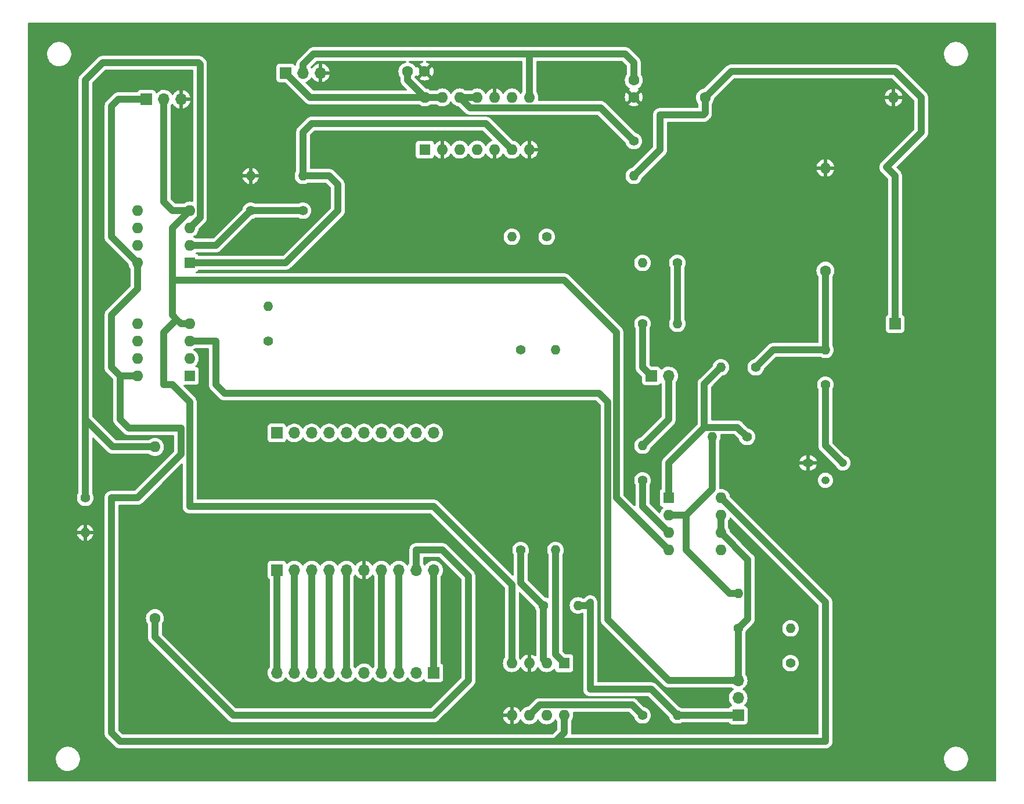
<source format=gbr>
%TF.GenerationSoftware,KiCad,Pcbnew,(6.0.11)*%
%TF.CreationDate,2023-04-16T19:35:35-07:00*%
%TF.ProjectId,FFRV_PCB_V1,46465256-5f50-4434-925f-56312e6b6963,rev?*%
%TF.SameCoordinates,Original*%
%TF.FileFunction,Copper,L2,Bot*%
%TF.FilePolarity,Positive*%
%FSLAX46Y46*%
G04 Gerber Fmt 4.6, Leading zero omitted, Abs format (unit mm)*
G04 Created by KiCad (PCBNEW (6.0.11)) date 2023-04-16 19:35:35*
%MOMM*%
%LPD*%
G01*
G04 APERTURE LIST*
%TA.AperFunction,ComponentPad*%
%ADD10R,1.600000X1.600000*%
%TD*%
%TA.AperFunction,ComponentPad*%
%ADD11O,1.600000X1.600000*%
%TD*%
%TA.AperFunction,ComponentPad*%
%ADD12R,1.700000X1.700000*%
%TD*%
%TA.AperFunction,ComponentPad*%
%ADD13O,1.700000X1.700000*%
%TD*%
%TA.AperFunction,ComponentPad*%
%ADD14C,1.600000*%
%TD*%
%TA.AperFunction,ComponentPad*%
%ADD15C,1.400000*%
%TD*%
%TA.AperFunction,ComponentPad*%
%ADD16O,1.400000X1.400000*%
%TD*%
%TA.AperFunction,ComponentPad*%
%ADD17O,1.600000X1.200000*%
%TD*%
%TA.AperFunction,ComponentPad*%
%ADD18O,1.200000X1.200000*%
%TD*%
%TA.AperFunction,Conductor*%
%ADD19C,1.000000*%
%TD*%
G04 APERTURE END LIST*
D10*
%TO.P,U4,1,X1*%
%TO.N,vin*%
X78735000Y-73650000D03*
D11*
%TO.P,U4,2,X2*%
%TO.N,GND*%
X81275000Y-73650000D03*
%TO.P,U4,3,U0*%
%TO.N,Net-(R13-Pad1)*%
X83815000Y-73650000D03*
%TO.P,U4,4,U1*%
%TO.N,Net-(R13-Pad2)*%
X86355000Y-73650000D03*
%TO.P,U4,5,U2*%
%TO.N,GND*%
X88895000Y-73650000D03*
%TO.P,U4,6,Y1*%
%TO.N,Net-(R8-Pad2)*%
X91435000Y-73650000D03*
%TO.P,U4,7,Y2*%
%TO.N,GND*%
X93975000Y-73650000D03*
%TO.P,U4,8,VN*%
%TO.N,Net-(C3-Pad1)*%
X93975000Y-66030000D03*
%TO.P,U4,9,ER*%
%TO.N,unconnected-(U4-Pad9)*%
X91435000Y-66030000D03*
%TO.P,U4,10,Z2*%
%TO.N,GND*%
X88895000Y-66030000D03*
%TO.P,U4,11,Z1*%
%TO.N,Net-(R14-Pad1)*%
X86355000Y-66030000D03*
%TO.P,U4,12,W*%
X83815000Y-66030000D03*
%TO.P,U4,13,DD*%
%TO.N,Net-(C4-Pad1)*%
X81275000Y-66030000D03*
%TO.P,U4,14,VP*%
X78735000Y-66030000D03*
%TD*%
D12*
%TO.P,J4,1,Pin_1*%
%TO.N,unconnected-(J4-Pad1)*%
X57150000Y-115000000D03*
D13*
%TO.P,J4,2,Pin_2*%
%TO.N,unconnected-(J4-Pad2)*%
X59690000Y-115000000D03*
%TO.P,J4,3,Pin_3*%
%TO.N,unconnected-(J4-Pad3)*%
X62230000Y-115000000D03*
%TO.P,J4,4,Pin_4*%
%TO.N,unconnected-(J4-Pad4)*%
X64770000Y-115000000D03*
%TO.P,J4,5,Pin_5*%
%TO.N,unconnected-(J4-Pad5)*%
X67310000Y-115000000D03*
%TO.P,J4,6,Pin_6*%
%TO.N,unconnected-(J4-Pad6)*%
X69850000Y-115000000D03*
%TO.P,J4,7,Pin_7*%
%TO.N,unconnected-(J4-Pad7)*%
X72390000Y-115000000D03*
%TO.P,J4,8,Pin_8*%
%TO.N,unconnected-(J4-Pad8)*%
X74930000Y-115000000D03*
%TO.P,J4,9,Pin_9*%
%TO.N,unconnected-(J4-Pad9)*%
X77470000Y-115000000D03*
%TO.P,J4,10,Pin_10*%
%TO.N,unconnected-(J4-Pad10)*%
X80010000Y-115000000D03*
%TD*%
D14*
%TO.P,C5,1*%
%TO.N,Net-(C5-Pad1)*%
X119600000Y-66040000D03*
D11*
%TO.P,C5,2*%
%TO.N,GND*%
X147100000Y-66040000D03*
%TD*%
D15*
%TO.P,R4,1*%
%TO.N,Net-(D4-Pad2)*%
X96520000Y-86360000D03*
D16*
%TO.P,R4,2*%
%TO.N,Net-(D1-Pad1)*%
X91440000Y-86360000D03*
%TD*%
D15*
%TO.P,R8,1*%
%TO.N,Net-(R6-Pad1)*%
X60960000Y-82550000D03*
D16*
%TO.P,R8,2*%
%TO.N,Net-(R8-Pad2)*%
X60960000Y-77470000D03*
%TD*%
D14*
%TO.P,C4,1*%
%TO.N,Net-(C4-Pad1)*%
X76200000Y-62230000D03*
%TO.P,C4,2*%
%TO.N,GND*%
X78700000Y-62230000D03*
%TD*%
D15*
%TO.P,R7,1*%
%TO.N,vout*%
X124460000Y-143510000D03*
D16*
%TO.P,R7,2*%
%TO.N,Net-(D2-Pad2)*%
X124460000Y-138430000D03*
%TD*%
D15*
%TO.P,R11,1*%
%TO.N,dis*%
X132080000Y-148590000D03*
D16*
%TO.P,R11,2*%
%TO.N,Net-(Q1-Pad2)*%
X132080000Y-143510000D03*
%TD*%
D15*
%TO.P,R13,1*%
%TO.N,Net-(R13-Pad1)*%
X55880000Y-101600000D03*
D16*
%TO.P,R13,2*%
%TO.N,Net-(R13-Pad2)*%
X55880000Y-96520000D03*
%TD*%
D12*
%TO.P,J9,1,Pin_1*%
%TO.N,Net-(C5-Pad1)*%
X147320000Y-99060000D03*
%TD*%
D15*
%TO.P,R10,1*%
%TO.N,Net-(Q1-Pad3)*%
X137160000Y-107950000D03*
D16*
%TO.P,R10,2*%
%TO.N,Net-(C2-Pad1)*%
X137160000Y-102870000D03*
%TD*%
D15*
%TO.P,D2,1,K*%
%TO.N,Net-(D2-Pad1)*%
X125730000Y-115570000D03*
D16*
%TO.P,D2,2,A*%
%TO.N,Net-(D2-Pad2)*%
X120650000Y-115570000D03*
%TD*%
D10*
%TO.P,U3,1*%
%TO.N,Net-(R8-Pad2)*%
X44440000Y-90160000D03*
D11*
%TO.P,U3,2,-*%
%TO.N,Net-(R6-Pad1)*%
X44440000Y-87620000D03*
%TO.P,U3,3,+*%
%TO.N,Net-(C1-Pad2)*%
X44440000Y-85080000D03*
%TO.P,U3,4,VSS*%
%TO.N,v-*%
X44440000Y-82540000D03*
%TO.P,U3,5*%
%TO.N,N/C*%
X36820000Y-82540000D03*
%TO.P,U3,6*%
X36820000Y-85080000D03*
%TO.P,U3,7*%
X36820000Y-87620000D03*
%TO.P,U3,8,V+*%
%TO.N,v+*%
X36820000Y-90160000D03*
%TD*%
D10*
%TO.P,U2,1*%
%TO.N,Net-(D1-Pad2)*%
X99050000Y-148600000D03*
D11*
%TO.P,U2,2,-*%
%TO.N,Net-(D1-Pad1)*%
X96510000Y-148600000D03*
%TO.P,U2,3,+*%
%TO.N,GND*%
X93970000Y-148600000D03*
%TO.P,U2,4,VSS*%
%TO.N,v-*%
X91430000Y-148600000D03*
%TO.P,U2,5,+*%
%TO.N,GND*%
X91430000Y-156220000D03*
%TO.P,U2,6,-*%
%TO.N,Net-(R12-Pad2)*%
X93970000Y-156220000D03*
%TO.P,U2,7*%
%TO.N,rect_out*%
X96510000Y-156220000D03*
%TO.P,U2,8,V+*%
%TO.N,v+*%
X99050000Y-156220000D03*
%TD*%
D12*
%TO.P,J5,1,Pin_1*%
%TO.N,Net-(J3-Pad10)*%
X80040000Y-150000000D03*
D13*
%TO.P,J5,2,Pin_2*%
%TO.N,unconnected-(J5-Pad2)*%
X77500000Y-150000000D03*
%TO.P,J5,3,Pin_3*%
%TO.N,Net-(J3-Pad8)*%
X74960000Y-150000000D03*
%TO.P,J5,4,Pin_4*%
%TO.N,Net-(J3-Pad7)*%
X72420000Y-150000000D03*
%TO.P,J5,5,Pin_5*%
%TO.N,unconnected-(J5-Pad5)*%
X69880000Y-150000000D03*
%TO.P,J5,6,Pin_6*%
%TO.N,Net-(J3-Pad5)*%
X67340000Y-150000000D03*
%TO.P,J5,7,Pin_7*%
%TO.N,Net-(J3-Pad4)*%
X64800000Y-150000000D03*
%TO.P,J5,8,Pin_8*%
%TO.N,Net-(J3-Pad3)*%
X62260000Y-150000000D03*
%TO.P,J5,9,Pin_9*%
%TO.N,Net-(J3-Pad2)*%
X59720000Y-150000000D03*
%TO.P,J5,10,Pin_10*%
%TO.N,Net-(J3-Pad1)*%
X57180000Y-150000000D03*
%TD*%
D15*
%TO.P,D1,1,K*%
%TO.N,Net-(D1-Pad1)*%
X92710000Y-132080000D03*
D16*
%TO.P,D1,2,A*%
%TO.N,Net-(D1-Pad2)*%
X97790000Y-132080000D03*
%TD*%
D15*
%TO.P,R12,1*%
%TO.N,rect_out*%
X110490000Y-99060000D03*
D16*
%TO.P,R12,2*%
%TO.N,Net-(R12-Pad2)*%
X115570000Y-99060000D03*
%TD*%
D15*
%TO.P,R6,1*%
%TO.N,Net-(R6-Pad1)*%
X53340000Y-82550000D03*
D16*
%TO.P,R6,2*%
%TO.N,GND*%
X53340000Y-77470000D03*
%TD*%
D15*
%TO.P,R1,1*%
%TO.N,Net-(R1-Pad1)*%
X110490000Y-121920000D03*
D16*
%TO.P,R1,2*%
%TO.N,peak_in*%
X110490000Y-116840000D03*
%TD*%
D10*
%TO.P,U5,1*%
%TO.N,Net-(R13-Pad1)*%
X44440000Y-106670000D03*
D11*
%TO.P,U5,2,-*%
%TO.N,Net-(R13-Pad2)*%
X44440000Y-104130000D03*
%TO.P,U5,3,+*%
%TO.N,vout*%
X44440000Y-101590000D03*
%TO.P,U5,4,VSS*%
%TO.N,v-*%
X44440000Y-99050000D03*
%TO.P,U5,5*%
%TO.N,N/C*%
X36820000Y-99050000D03*
%TO.P,U5,6*%
X36820000Y-101590000D03*
%TO.P,U5,7*%
X36820000Y-104130000D03*
%TO.P,U5,8,V+*%
%TO.N,v+*%
X36820000Y-106670000D03*
%TD*%
D15*
%TO.P,D3,1,K*%
%TO.N,Net-(C2-Pad1)*%
X127000000Y-105410000D03*
D16*
%TO.P,D3,2,A*%
%TO.N,Net-(D2-Pad1)*%
X121920000Y-105410000D03*
%TD*%
D14*
%TO.P,C2,1*%
%TO.N,Net-(C2-Pad1)*%
X137160000Y-91320000D03*
D11*
%TO.P,C2,2*%
%TO.N,GND*%
X137160000Y-76320000D03*
%TD*%
D14*
%TO.P,C1,1*%
%TO.N,Net-(C1-Pad1)*%
X39370000Y-142040000D03*
D11*
%TO.P,C1,2*%
%TO.N,Net-(C1-Pad2)*%
X39370000Y-117040000D03*
%TD*%
D15*
%TO.P,R9,1*%
%TO.N,Net-(R12-Pad2)*%
X115570000Y-90170000D03*
D16*
%TO.P,R9,2*%
%TO.N,Net-(D4-Pad2)*%
X110490000Y-90170000D03*
%TD*%
D15*
%TO.P,R3,1*%
%TO.N,Net-(C1-Pad2)*%
X29210000Y-124460000D03*
D16*
%TO.P,R3,2*%
%TO.N,GND*%
X29210000Y-129540000D03*
%TD*%
D12*
%TO.P,J1,1,Pin_1*%
%TO.N,v+*%
X38125000Y-66297500D03*
D13*
%TO.P,J1,2,Pin_2*%
%TO.N,v-*%
X40665000Y-66297500D03*
%TO.P,J1,3,Pin_3*%
%TO.N,GND*%
X43205000Y-66297500D03*
%TD*%
D15*
%TO.P,R5,1*%
%TO.N,Net-(R12-Pad2)*%
X110490000Y-156210000D03*
D16*
%TO.P,R5,2*%
%TO.N,vin*%
X115570000Y-156210000D03*
%TD*%
D12*
%TO.P,J6,1,Pin_1*%
%TO.N,rect_out*%
X111760000Y-106680000D03*
D13*
%TO.P,J6,2,Pin_2*%
%TO.N,peak_in*%
X114300000Y-106680000D03*
%TD*%
D12*
%TO.P,J8,1,Pin_1*%
%TO.N,Net-(C4-Pad1)*%
X58435000Y-62447500D03*
D13*
%TO.P,J8,2,Pin_2*%
%TO.N,Net-(C3-Pad1)*%
X60975000Y-62447500D03*
%TO.P,J8,3,Pin_3*%
%TO.N,GND*%
X63515000Y-62447500D03*
%TD*%
D10*
%TO.P,U1,1*%
%TO.N,Net-(D2-Pad1)*%
X114310000Y-124470000D03*
D11*
%TO.P,U1,2,-*%
%TO.N,Net-(D2-Pad2)*%
X114310000Y-127010000D03*
%TO.P,U1,3,+*%
%TO.N,Net-(R1-Pad1)*%
X114310000Y-129550000D03*
%TO.P,U1,4,VSS*%
%TO.N,v-*%
X114310000Y-132090000D03*
%TO.P,U1,5,+*%
%TO.N,Net-(Q1-Pad3)*%
X121930000Y-132090000D03*
%TO.P,U1,6,-*%
%TO.N,vout*%
X121930000Y-129550000D03*
%TO.P,U1,7*%
X121930000Y-127010000D03*
%TO.P,U1,8,V+*%
%TO.N,v+*%
X121930000Y-124470000D03*
%TD*%
D12*
%TO.P,J7,1,Pin_1*%
%TO.N,vin*%
X124435000Y-156195000D03*
D13*
%TO.P,J7,2,Pin_2*%
%TO.N,dis*%
X124435000Y-153655000D03*
%TO.P,J7,3,Pin_3*%
%TO.N,vout*%
X124435000Y-151115000D03*
%TD*%
D15*
%TO.P,R14,1*%
%TO.N,Net-(R14-Pad1)*%
X109220000Y-72390000D03*
D16*
%TO.P,R14,2*%
%TO.N,Net-(C5-Pad1)*%
X109220000Y-77470000D03*
%TD*%
D14*
%TO.P,C3,1*%
%TO.N,Net-(C3-Pad1)*%
X109220000Y-63500000D03*
%TO.P,C3,2*%
%TO.N,GND*%
X109220000Y-66000000D03*
%TD*%
D15*
%TO.P,D4,1,K*%
%TO.N,Net-(D1-Pad2)*%
X92710000Y-102870000D03*
D16*
%TO.P,D4,2,A*%
%TO.N,Net-(D4-Pad2)*%
X97790000Y-102870000D03*
%TD*%
D15*
%TO.P,R2,1*%
%TO.N,Net-(D1-Pad1)*%
X95990000Y-140170000D03*
D16*
%TO.P,R2,2*%
%TO.N,vin*%
X101070000Y-140170000D03*
%TD*%
D12*
%TO.P,J3,1,Pin_1*%
%TO.N,Net-(J3-Pad1)*%
X57150000Y-135000000D03*
D13*
%TO.P,J3,2,Pin_2*%
%TO.N,Net-(J3-Pad2)*%
X59690000Y-135000000D03*
%TO.P,J3,3,Pin_3*%
%TO.N,Net-(J3-Pad3)*%
X62230000Y-135000000D03*
%TO.P,J3,4,Pin_4*%
%TO.N,Net-(J3-Pad4)*%
X64770000Y-135000000D03*
%TO.P,J3,5,Pin_5*%
%TO.N,Net-(J3-Pad5)*%
X67310000Y-135000000D03*
%TO.P,J3,6,Pin_6*%
%TO.N,GND*%
X69850000Y-135000000D03*
%TO.P,J3,7,Pin_7*%
%TO.N,Net-(J3-Pad7)*%
X72390000Y-135000000D03*
%TO.P,J3,8,Pin_8*%
%TO.N,Net-(J3-Pad8)*%
X74930000Y-135000000D03*
%TO.P,J3,9,Pin_9*%
%TO.N,Net-(C1-Pad1)*%
X77470000Y-135000000D03*
%TO.P,J3,10,Pin_10*%
%TO.N,Net-(J3-Pad10)*%
X80010000Y-135000000D03*
%TD*%
D17*
%TO.P,Q1,1,E*%
%TO.N,GND*%
X134620000Y-119380000D03*
D18*
%TO.P,Q1,2,B*%
%TO.N,Net-(Q1-Pad2)*%
X137160000Y-121920000D03*
%TO.P,Q1,3,C*%
%TO.N,Net-(Q1-Pad3)*%
X139700000Y-119380000D03*
%TD*%
D19*
%TO.N,Net-(C1-Pad1)*%
X77470000Y-132080000D02*
X77470000Y-135000000D01*
X50800000Y-156210000D02*
X80010000Y-156210000D01*
X39370000Y-144780000D02*
X50800000Y-156210000D01*
X85090000Y-151130000D02*
X85090000Y-135890000D01*
X85090000Y-135890000D02*
X81280000Y-132080000D01*
X39370000Y-142040000D02*
X39370000Y-144780000D01*
X80010000Y-156210000D02*
X85090000Y-151130000D01*
X81280000Y-132080000D02*
X77470000Y-132080000D01*
%TO.N,Net-(C1-Pad2)*%
X45720000Y-60960000D02*
X31750000Y-60960000D01*
X44440000Y-85080000D02*
X45940000Y-83580000D01*
X29210000Y-113030000D02*
X33220000Y-117040000D01*
X29210000Y-63500000D02*
X29210000Y-113030000D01*
X45940000Y-83580000D02*
X45940000Y-61180000D01*
X31750000Y-60960000D02*
X29210000Y-63500000D01*
X33220000Y-117040000D02*
X39370000Y-117040000D01*
X45940000Y-61180000D02*
X45720000Y-60960000D01*
X29210000Y-113030000D02*
X29210000Y-124460000D01*
%TO.N,Net-(C2-Pad1)*%
X137160000Y-102870000D02*
X129540000Y-102870000D01*
X129540000Y-102870000D02*
X127000000Y-105410000D01*
X137160000Y-91320000D02*
X137160000Y-102870000D01*
%TO.N,Net-(C3-Pad1)*%
X93980000Y-59690000D02*
X93975000Y-59695000D01*
X60975000Y-61245419D02*
X62530419Y-59690000D01*
X60975000Y-62447500D02*
X60975000Y-61245419D01*
X62530419Y-59690000D02*
X93980000Y-59690000D01*
X109220000Y-60960000D02*
X109220000Y-63500000D01*
X107950000Y-59690000D02*
X109220000Y-60960000D01*
X93975000Y-59695000D02*
X93975000Y-66030000D01*
X93980000Y-59690000D02*
X107950000Y-59690000D01*
%TO.N,Net-(C4-Pad1)*%
X62017500Y-66030000D02*
X78735000Y-66030000D01*
X58435000Y-62447500D02*
X62017500Y-66030000D01*
X76200000Y-63495000D02*
X78735000Y-66030000D01*
X78735000Y-66030000D02*
X81275000Y-66030000D01*
X76200000Y-62230000D02*
X76200000Y-63495000D01*
%TO.N,Net-(C5-Pad1)*%
X113030000Y-73660000D02*
X113030000Y-68580000D01*
X151130000Y-71120000D02*
X146050000Y-76200000D01*
X147320000Y-62230000D02*
X151130000Y-66040000D01*
X146050000Y-76200000D02*
X147320000Y-77470000D01*
X113030000Y-68580000D02*
X119380000Y-68580000D01*
X123410000Y-62230000D02*
X147320000Y-62230000D01*
X109220000Y-77470000D02*
X113030000Y-73660000D01*
X151130000Y-66040000D02*
X151130000Y-71120000D01*
X119600000Y-68360000D02*
X119600000Y-66040000D01*
X147320000Y-77470000D02*
X147320000Y-99060000D01*
X119600000Y-66040000D02*
X123410000Y-62230000D01*
X119380000Y-68580000D02*
X119600000Y-68360000D01*
%TO.N,Net-(D1-Pad1)*%
X92710000Y-132080000D02*
X92710000Y-136890000D01*
X95990000Y-140170000D02*
X95990000Y-148080000D01*
X95990000Y-148080000D02*
X96510000Y-148600000D01*
X92710000Y-136890000D02*
X95990000Y-140170000D01*
%TO.N,Net-(D1-Pad2)*%
X97790000Y-147340000D02*
X99050000Y-148600000D01*
X97790000Y-132080000D02*
X97790000Y-147340000D01*
%TO.N,Net-(D2-Pad1)*%
X119510000Y-114170000D02*
X119510000Y-107820000D01*
X124330000Y-114170000D02*
X119510000Y-114170000D01*
X114310000Y-119370000D02*
X114310000Y-124470000D01*
X125730000Y-115570000D02*
X124330000Y-114170000D01*
X119510000Y-107820000D02*
X121920000Y-105410000D01*
X119510000Y-114170000D02*
X114310000Y-119370000D01*
%TO.N,Net-(D2-Pad2)*%
X120650000Y-123190000D02*
X116840000Y-127000000D01*
X116840000Y-132080000D02*
X116840000Y-127000000D01*
X116840000Y-127000000D02*
X116830000Y-127010000D01*
X120650000Y-115570000D02*
X120650000Y-123190000D01*
X116830000Y-127010000D02*
X114310000Y-127010000D01*
X124460000Y-138430000D02*
X123190000Y-138430000D01*
X123190000Y-138430000D02*
X116840000Y-132080000D01*
%TO.N,v+*%
X137160000Y-160020000D02*
X97790000Y-160020000D01*
X38125000Y-66297500D02*
X34032500Y-66297500D01*
X99050000Y-158760000D02*
X99050000Y-156220000D01*
X33020000Y-105410000D02*
X34280000Y-106670000D01*
X34032500Y-66297500D02*
X33020000Y-67310000D01*
X43180000Y-118110000D02*
X36830000Y-124460000D01*
X43180000Y-114300000D02*
X43180000Y-118110000D01*
X33020000Y-158750000D02*
X34290000Y-160020000D01*
X97790000Y-160020000D02*
X99050000Y-158760000D01*
X121930000Y-124470000D02*
X137160000Y-139700000D01*
X36820000Y-93990000D02*
X33020000Y-97790000D01*
X36830000Y-124460000D02*
X33020000Y-124460000D01*
X33020000Y-67310000D02*
X33020000Y-86360000D01*
X137160000Y-139700000D02*
X137160000Y-160020000D01*
X35560000Y-114300000D02*
X43180000Y-114300000D01*
X34290000Y-160020000D02*
X97790000Y-160020000D01*
X34280000Y-106670000D02*
X36820000Y-106670000D01*
X34280000Y-113020000D02*
X35560000Y-114300000D01*
X33020000Y-97790000D02*
X33020000Y-105410000D01*
X33020000Y-86360000D02*
X36820000Y-90160000D01*
X33020000Y-124460000D02*
X33020000Y-158750000D01*
X34280000Y-106670000D02*
X34280000Y-113020000D01*
X36820000Y-90160000D02*
X36820000Y-93990000D01*
%TO.N,v-*%
X41910000Y-85070000D02*
X41910000Y-92710000D01*
X91430000Y-148600000D02*
X91430000Y-137150000D01*
X91430000Y-137150000D02*
X80010000Y-125730000D01*
X41910000Y-92710000D02*
X99060000Y-92710000D01*
X44450000Y-125730000D02*
X44450000Y-110490000D01*
X106680000Y-124460000D02*
X114310000Y-132090000D01*
X42545000Y-98425000D02*
X43170000Y-99050000D01*
X99060000Y-92710000D02*
X106680000Y-100330000D01*
X41920000Y-82540000D02*
X44440000Y-82540000D01*
X40665000Y-81305000D02*
X41910000Y-82550000D01*
X40640000Y-107950000D02*
X40640000Y-100330000D01*
X40640000Y-100330000D02*
X42545000Y-98425000D01*
X80010000Y-125730000D02*
X44450000Y-125730000D01*
X43170000Y-99050000D02*
X44440000Y-99050000D01*
X41910000Y-93980000D02*
X41910000Y-97790000D01*
X41910000Y-97790000D02*
X42545000Y-98425000D01*
X44440000Y-82540000D02*
X41910000Y-85070000D01*
X41910000Y-92710000D02*
X41910000Y-93980000D01*
X41910000Y-107950000D02*
X40640000Y-107950000D01*
X106680000Y-100330000D02*
X106680000Y-124460000D01*
X41910000Y-82550000D02*
X41920000Y-82540000D01*
X44450000Y-110490000D02*
X41910000Y-107950000D01*
X40665000Y-66297500D02*
X40665000Y-81305000D01*
%TO.N,Net-(J3-Pad1)*%
X57150000Y-135000000D02*
X57150000Y-149970000D01*
X57150000Y-149970000D02*
X57180000Y-150000000D01*
%TO.N,Net-(J3-Pad2)*%
X59690000Y-149970000D02*
X59720000Y-150000000D01*
X59690000Y-135000000D02*
X59690000Y-149970000D01*
%TO.N,Net-(J3-Pad3)*%
X62230000Y-149970000D02*
X62260000Y-150000000D01*
X62230000Y-135000000D02*
X62230000Y-149970000D01*
%TO.N,Net-(J3-Pad4)*%
X64770000Y-149970000D02*
X64800000Y-150000000D01*
X64770000Y-135000000D02*
X64770000Y-149970000D01*
%TO.N,Net-(J3-Pad5)*%
X67310000Y-135000000D02*
X67310000Y-149970000D01*
X67310000Y-149970000D02*
X67340000Y-150000000D01*
%TO.N,Net-(J3-Pad7)*%
X72390000Y-149970000D02*
X72420000Y-150000000D01*
X72390000Y-135000000D02*
X72390000Y-149970000D01*
%TO.N,Net-(J3-Pad8)*%
X74930000Y-135000000D02*
X74930000Y-149970000D01*
X74930000Y-149970000D02*
X74960000Y-150000000D01*
%TO.N,Net-(J3-Pad10)*%
X80010000Y-135000000D02*
X80010000Y-149970000D01*
X80010000Y-149970000D02*
X80040000Y-150000000D01*
%TO.N,rect_out*%
X110490000Y-105410000D02*
X111760000Y-106680000D01*
X110490000Y-99060000D02*
X110490000Y-105410000D01*
%TO.N,peak_in*%
X114300000Y-113030000D02*
X114300000Y-106680000D01*
X110490000Y-116840000D02*
X114300000Y-113030000D01*
%TO.N,vin*%
X102400000Y-140170000D02*
X101070000Y-140170000D01*
X102870000Y-139700000D02*
X102400000Y-140170000D01*
X111760000Y-152400000D02*
X102870000Y-152400000D01*
X115570000Y-156210000D02*
X124420000Y-156210000D01*
X124420000Y-156210000D02*
X124435000Y-156195000D01*
X102870000Y-152400000D02*
X102870000Y-139700000D01*
X115570000Y-156210000D02*
X111760000Y-152400000D01*
%TO.N,vout*%
X48260000Y-101600000D02*
X48250000Y-101590000D01*
X105410000Y-110490000D02*
X104140000Y-109220000D01*
X121930000Y-129550000D02*
X121930000Y-127010000D01*
X48250000Y-101590000D02*
X44440000Y-101590000D01*
X125860000Y-142110000D02*
X125860000Y-133480000D01*
X124435000Y-143535000D02*
X124460000Y-143510000D01*
X114285000Y-151115000D02*
X105410000Y-142240000D01*
X124435000Y-151115000D02*
X124435000Y-143535000D01*
X104140000Y-109220000D02*
X49530000Y-109220000D01*
X125860000Y-133480000D02*
X121930000Y-129550000D01*
X105410000Y-142240000D02*
X105410000Y-110490000D01*
X49530000Y-109220000D02*
X48260000Y-107950000D01*
X124435000Y-151115000D02*
X114285000Y-151115000D01*
X124460000Y-143510000D02*
X125860000Y-142110000D01*
X48260000Y-107950000D02*
X48260000Y-101600000D01*
%TO.N,Net-(Q1-Pad3)*%
X137160000Y-107950000D02*
X137160000Y-116840000D01*
X137160000Y-116840000D02*
X139700000Y-119380000D01*
%TO.N,Net-(R1-Pad1)*%
X110490000Y-121920000D02*
X110490000Y-125730000D01*
X110490000Y-125730000D02*
X114310000Y-129550000D01*
%TO.N,Net-(R12-Pad2)*%
X109000000Y-154720000D02*
X95470000Y-154720000D01*
X95470000Y-154720000D02*
X93970000Y-156220000D01*
X115570000Y-99060000D02*
X115570000Y-90170000D01*
X110490000Y-156210000D02*
X109000000Y-154720000D01*
%TO.N,Net-(R6-Pad1)*%
X48270000Y-87620000D02*
X53340000Y-82550000D01*
X53340000Y-82550000D02*
X60960000Y-82550000D01*
X44440000Y-87620000D02*
X48270000Y-87620000D01*
%TO.N,Net-(R8-Pad2)*%
X58430000Y-90160000D02*
X66040000Y-82550000D01*
X87635000Y-69850000D02*
X91435000Y-73650000D01*
X60960000Y-71120000D02*
X62230000Y-69850000D01*
X60960000Y-77470000D02*
X60960000Y-71120000D01*
X66040000Y-78740000D02*
X64770000Y-77470000D01*
X64770000Y-77470000D02*
X60960000Y-77470000D01*
X44440000Y-90160000D02*
X58430000Y-90160000D01*
X62230000Y-69850000D02*
X87635000Y-69850000D01*
X66040000Y-82550000D02*
X66040000Y-78740000D01*
%TO.N,Net-(R14-Pad1)*%
X85315000Y-67530000D02*
X83815000Y-66030000D01*
X104360000Y-67530000D02*
X85315000Y-67530000D01*
X109220000Y-72390000D02*
X104360000Y-67530000D01*
X83815000Y-66030000D02*
X86355000Y-66030000D01*
%TD*%
%TA.AperFunction,Conductor*%
%TO.N,GND*%
G36*
X161993621Y-55138502D02*
G01*
X162040114Y-55192158D01*
X162051500Y-55244500D01*
X162051500Y-165735500D01*
X162031498Y-165803621D01*
X161977842Y-165850114D01*
X161925500Y-165861500D01*
X20954500Y-165861500D01*
X20886379Y-165841498D01*
X20839886Y-165787842D01*
X20828500Y-165735500D01*
X20828500Y-162667655D01*
X24909858Y-162667655D01*
X24945104Y-162926638D01*
X24946412Y-162931124D01*
X24946412Y-162931126D01*
X24966098Y-162998664D01*
X25018243Y-163177567D01*
X25127668Y-163414928D01*
X25130231Y-163418837D01*
X25268410Y-163629596D01*
X25268414Y-163629601D01*
X25270976Y-163633509D01*
X25445018Y-163828506D01*
X25645970Y-163995637D01*
X25649973Y-163998066D01*
X25865422Y-164128804D01*
X25865426Y-164128806D01*
X25869419Y-164131229D01*
X26110455Y-164232303D01*
X26363783Y-164296641D01*
X26368434Y-164297109D01*
X26368438Y-164297110D01*
X26561308Y-164316531D01*
X26580867Y-164318500D01*
X26736354Y-164318500D01*
X26738679Y-164318327D01*
X26738685Y-164318327D01*
X26926000Y-164304407D01*
X26926004Y-164304406D01*
X26930652Y-164304061D01*
X26935200Y-164303032D01*
X26935206Y-164303031D01*
X27121601Y-164260853D01*
X27185577Y-164246377D01*
X27221769Y-164232303D01*
X27424824Y-164153340D01*
X27424827Y-164153339D01*
X27429177Y-164151647D01*
X27656098Y-164021951D01*
X27861357Y-163860138D01*
X28040443Y-163669763D01*
X28189424Y-163455009D01*
X28305025Y-163220593D01*
X28384707Y-162971665D01*
X28426721Y-162713693D01*
X28427324Y-162667655D01*
X154449858Y-162667655D01*
X154485104Y-162926638D01*
X154486412Y-162931124D01*
X154486412Y-162931126D01*
X154506098Y-162998664D01*
X154558243Y-163177567D01*
X154667668Y-163414928D01*
X154670231Y-163418837D01*
X154808410Y-163629596D01*
X154808414Y-163629601D01*
X154810976Y-163633509D01*
X154985018Y-163828506D01*
X155185970Y-163995637D01*
X155189973Y-163998066D01*
X155405422Y-164128804D01*
X155405426Y-164128806D01*
X155409419Y-164131229D01*
X155650455Y-164232303D01*
X155903783Y-164296641D01*
X155908434Y-164297109D01*
X155908438Y-164297110D01*
X156101308Y-164316531D01*
X156120867Y-164318500D01*
X156276354Y-164318500D01*
X156278679Y-164318327D01*
X156278685Y-164318327D01*
X156466000Y-164304407D01*
X156466004Y-164304406D01*
X156470652Y-164304061D01*
X156475200Y-164303032D01*
X156475206Y-164303031D01*
X156661601Y-164260853D01*
X156725577Y-164246377D01*
X156761769Y-164232303D01*
X156964824Y-164153340D01*
X156964827Y-164153339D01*
X156969177Y-164151647D01*
X157196098Y-164021951D01*
X157401357Y-163860138D01*
X157580443Y-163669763D01*
X157729424Y-163455009D01*
X157845025Y-163220593D01*
X157924707Y-162971665D01*
X157966721Y-162713693D01*
X157970142Y-162452345D01*
X157934896Y-162193362D01*
X157920473Y-162143877D01*
X157863068Y-161946932D01*
X157861757Y-161942433D01*
X157752332Y-161705072D01*
X157719519Y-161655024D01*
X157611590Y-161490404D01*
X157611586Y-161490399D01*
X157609024Y-161486491D01*
X157434982Y-161291494D01*
X157234030Y-161124363D01*
X157084085Y-161033374D01*
X157014578Y-160991196D01*
X157014574Y-160991194D01*
X157010581Y-160988771D01*
X156769545Y-160887697D01*
X156516217Y-160823359D01*
X156511566Y-160822891D01*
X156511562Y-160822890D01*
X156302271Y-160801816D01*
X156299133Y-160801500D01*
X156143646Y-160801500D01*
X156141321Y-160801673D01*
X156141315Y-160801673D01*
X155954000Y-160815593D01*
X155953996Y-160815594D01*
X155949348Y-160815939D01*
X155944800Y-160816968D01*
X155944794Y-160816969D01*
X155789125Y-160852194D01*
X155694423Y-160873623D01*
X155690071Y-160875315D01*
X155690069Y-160875316D01*
X155455176Y-160966660D01*
X155455173Y-160966661D01*
X155450823Y-160968353D01*
X155446769Y-160970670D01*
X155446767Y-160970671D01*
X155373932Y-161012300D01*
X155223902Y-161098049D01*
X155018643Y-161259862D01*
X154839557Y-161450237D01*
X154690576Y-161664991D01*
X154574975Y-161899407D01*
X154495293Y-162148335D01*
X154453279Y-162406307D01*
X154449858Y-162667655D01*
X28427324Y-162667655D01*
X28430142Y-162452345D01*
X28394896Y-162193362D01*
X28380473Y-162143877D01*
X28323068Y-161946932D01*
X28321757Y-161942433D01*
X28212332Y-161705072D01*
X28179519Y-161655024D01*
X28071590Y-161490404D01*
X28071586Y-161490399D01*
X28069024Y-161486491D01*
X27894982Y-161291494D01*
X27694030Y-161124363D01*
X27544085Y-161033374D01*
X27474578Y-160991196D01*
X27474574Y-160991194D01*
X27470581Y-160988771D01*
X27229545Y-160887697D01*
X26976217Y-160823359D01*
X26971566Y-160822891D01*
X26971562Y-160822890D01*
X26762271Y-160801816D01*
X26759133Y-160801500D01*
X26603646Y-160801500D01*
X26601321Y-160801673D01*
X26601315Y-160801673D01*
X26414000Y-160815593D01*
X26413996Y-160815594D01*
X26409348Y-160815939D01*
X26404800Y-160816968D01*
X26404794Y-160816969D01*
X26249125Y-160852194D01*
X26154423Y-160873623D01*
X26150071Y-160875315D01*
X26150069Y-160875316D01*
X25915176Y-160966660D01*
X25915173Y-160966661D01*
X25910823Y-160968353D01*
X25906769Y-160970670D01*
X25906767Y-160970671D01*
X25833932Y-161012300D01*
X25683902Y-161098049D01*
X25478643Y-161259862D01*
X25299557Y-161450237D01*
X25150576Y-161664991D01*
X25034975Y-161899407D01*
X24955293Y-162148335D01*
X24913279Y-162406307D01*
X24909858Y-162667655D01*
X20828500Y-162667655D01*
X20828500Y-129806522D01*
X28030801Y-129806522D01*
X28069092Y-129949423D01*
X28072842Y-129959727D01*
X28157521Y-130141323D01*
X28162998Y-130150811D01*
X28277925Y-130314942D01*
X28284981Y-130323350D01*
X28426650Y-130465019D01*
X28435058Y-130472075D01*
X28599189Y-130587002D01*
X28608677Y-130592479D01*
X28790273Y-130677158D01*
X28800577Y-130680908D01*
X28938503Y-130717866D01*
X28952599Y-130717530D01*
X28956000Y-130709588D01*
X28956000Y-130704439D01*
X29464000Y-130704439D01*
X29467973Y-130717970D01*
X29476522Y-130719199D01*
X29619423Y-130680908D01*
X29629727Y-130677158D01*
X29811323Y-130592479D01*
X29820811Y-130587002D01*
X29984942Y-130472075D01*
X29993350Y-130465019D01*
X30135019Y-130323350D01*
X30142075Y-130314942D01*
X30257002Y-130150811D01*
X30262479Y-130141323D01*
X30347158Y-129959727D01*
X30350908Y-129949423D01*
X30387866Y-129811497D01*
X30387530Y-129797401D01*
X30379588Y-129794000D01*
X29482115Y-129794000D01*
X29466876Y-129798475D01*
X29465671Y-129799865D01*
X29464000Y-129807548D01*
X29464000Y-130704439D01*
X28956000Y-130704439D01*
X28956000Y-129812115D01*
X28951525Y-129796876D01*
X28950135Y-129795671D01*
X28942452Y-129794000D01*
X28045561Y-129794000D01*
X28032030Y-129797973D01*
X28030801Y-129806522D01*
X20828500Y-129806522D01*
X20828500Y-129268503D01*
X28032134Y-129268503D01*
X28032470Y-129282599D01*
X28040412Y-129286000D01*
X28937885Y-129286000D01*
X28953124Y-129281525D01*
X28954329Y-129280135D01*
X28956000Y-129272452D01*
X28956000Y-129267885D01*
X29464000Y-129267885D01*
X29468475Y-129283124D01*
X29469865Y-129284329D01*
X29477548Y-129286000D01*
X30374439Y-129286000D01*
X30387970Y-129282027D01*
X30389199Y-129273478D01*
X30350908Y-129130577D01*
X30347158Y-129120273D01*
X30262479Y-128938677D01*
X30257002Y-128929189D01*
X30142075Y-128765058D01*
X30135019Y-128756650D01*
X29993350Y-128614981D01*
X29984942Y-128607925D01*
X29820811Y-128492998D01*
X29811323Y-128487521D01*
X29629727Y-128402842D01*
X29619423Y-128399092D01*
X29481497Y-128362134D01*
X29467401Y-128362470D01*
X29464000Y-128370412D01*
X29464000Y-129267885D01*
X28956000Y-129267885D01*
X28956000Y-128375561D01*
X28952027Y-128362030D01*
X28943478Y-128360801D01*
X28800577Y-128399092D01*
X28790273Y-128402842D01*
X28608677Y-128487521D01*
X28599189Y-128492998D01*
X28435058Y-128607925D01*
X28426650Y-128614981D01*
X28284981Y-128756650D01*
X28277925Y-128765058D01*
X28162998Y-128929189D01*
X28157521Y-128938677D01*
X28072842Y-129120273D01*
X28069092Y-129130577D01*
X28032134Y-129268503D01*
X20828500Y-129268503D01*
X20828500Y-124460000D01*
X27996884Y-124460000D01*
X28015314Y-124670655D01*
X28016738Y-124675968D01*
X28016738Y-124675970D01*
X28061676Y-124843679D01*
X28070044Y-124874910D01*
X28072366Y-124879891D01*
X28072367Y-124879892D01*
X28156643Y-125060621D01*
X28159411Y-125066558D01*
X28280699Y-125239776D01*
X28430224Y-125389301D01*
X28603442Y-125510589D01*
X28608420Y-125512910D01*
X28608423Y-125512912D01*
X28790108Y-125597633D01*
X28795090Y-125599956D01*
X28800398Y-125601378D01*
X28800400Y-125601379D01*
X28994030Y-125653262D01*
X28994032Y-125653262D01*
X28999345Y-125654686D01*
X29210000Y-125673116D01*
X29420655Y-125654686D01*
X29425968Y-125653262D01*
X29425970Y-125653262D01*
X29619600Y-125601379D01*
X29619602Y-125601378D01*
X29624910Y-125599956D01*
X29629892Y-125597633D01*
X29811577Y-125512912D01*
X29811580Y-125512910D01*
X29816558Y-125510589D01*
X29989776Y-125389301D01*
X30139301Y-125239776D01*
X30260589Y-125066558D01*
X30263358Y-125060621D01*
X30347633Y-124879892D01*
X30347634Y-124879891D01*
X30349956Y-124874910D01*
X30358325Y-124843679D01*
X30403262Y-124675970D01*
X30403262Y-124675968D01*
X30404686Y-124670655D01*
X30423116Y-124460000D01*
X30404686Y-124249345D01*
X30403262Y-124244030D01*
X30351379Y-124050400D01*
X30351378Y-124050398D01*
X30349956Y-124045090D01*
X30347633Y-124040108D01*
X30262914Y-123858427D01*
X30262912Y-123858423D01*
X30260589Y-123853442D01*
X30241286Y-123825874D01*
X30218500Y-123753604D01*
X30218500Y-115768925D01*
X30238502Y-115700804D01*
X30292158Y-115654311D01*
X30362432Y-115644207D01*
X30427012Y-115673701D01*
X30433595Y-115679830D01*
X32463145Y-117709379D01*
X32472247Y-117719522D01*
X32495968Y-117749025D01*
X32534456Y-117781320D01*
X32538075Y-117784478D01*
X32539890Y-117786124D01*
X32542075Y-117788309D01*
X32544455Y-117790264D01*
X32544465Y-117790273D01*
X32575236Y-117815549D01*
X32576251Y-117816391D01*
X32647474Y-117876154D01*
X32652148Y-117878723D01*
X32656261Y-117882102D01*
X32661698Y-117885017D01*
X32661699Y-117885018D01*
X32738047Y-117925955D01*
X32739177Y-117926568D01*
X32820787Y-117971433D01*
X32825869Y-117973045D01*
X32830563Y-117975562D01*
X32919531Y-118002762D01*
X32920559Y-118003082D01*
X33009306Y-118031235D01*
X33014602Y-118031829D01*
X33019698Y-118033387D01*
X33112257Y-118042790D01*
X33113393Y-118042911D01*
X33147008Y-118046681D01*
X33159730Y-118048108D01*
X33159734Y-118048108D01*
X33163227Y-118048500D01*
X33166754Y-118048500D01*
X33167739Y-118048555D01*
X33173419Y-118049002D01*
X33202825Y-118051989D01*
X33210337Y-118052752D01*
X33210339Y-118052752D01*
X33216462Y-118053374D01*
X33262108Y-118049059D01*
X33273967Y-118048500D01*
X38489260Y-118048500D01*
X38561531Y-118071287D01*
X38713251Y-118177523D01*
X38718233Y-118179846D01*
X38718238Y-118179849D01*
X38915775Y-118271961D01*
X38920757Y-118274284D01*
X38926065Y-118275706D01*
X38926067Y-118275707D01*
X39136598Y-118332119D01*
X39136600Y-118332119D01*
X39141913Y-118333543D01*
X39370000Y-118353498D01*
X39598087Y-118333543D01*
X39603400Y-118332119D01*
X39603402Y-118332119D01*
X39813933Y-118275707D01*
X39813935Y-118275706D01*
X39819243Y-118274284D01*
X39824225Y-118271961D01*
X40021762Y-118179849D01*
X40021767Y-118179846D01*
X40026749Y-118177523D01*
X40131611Y-118104098D01*
X40209789Y-118049357D01*
X40209792Y-118049355D01*
X40214300Y-118046198D01*
X40376198Y-117884300D01*
X40382186Y-117875749D01*
X40459449Y-117765406D01*
X40507523Y-117696749D01*
X40509846Y-117691767D01*
X40509849Y-117691762D01*
X40601961Y-117494225D01*
X40601961Y-117494224D01*
X40604284Y-117489243D01*
X40608400Y-117473884D01*
X40662119Y-117273402D01*
X40662119Y-117273400D01*
X40663543Y-117268087D01*
X40683498Y-117040000D01*
X40663543Y-116811913D01*
X40655827Y-116783116D01*
X40605707Y-116596067D01*
X40605706Y-116596065D01*
X40604284Y-116590757D01*
X40561638Y-116499301D01*
X40509849Y-116388238D01*
X40509846Y-116388233D01*
X40507523Y-116383251D01*
X40404884Y-116236668D01*
X40379357Y-116200211D01*
X40379355Y-116200208D01*
X40376198Y-116195700D01*
X40214300Y-116033802D01*
X40209792Y-116030645D01*
X40209789Y-116030643D01*
X40098132Y-115952460D01*
X40026749Y-115902477D01*
X40021767Y-115900154D01*
X40021762Y-115900151D01*
X39824225Y-115808039D01*
X39824224Y-115808039D01*
X39819243Y-115805716D01*
X39813935Y-115804294D01*
X39813933Y-115804293D01*
X39603402Y-115747881D01*
X39603400Y-115747881D01*
X39598087Y-115746457D01*
X39370000Y-115726502D01*
X39141913Y-115746457D01*
X39136600Y-115747881D01*
X39136598Y-115747881D01*
X38926067Y-115804293D01*
X38926065Y-115804294D01*
X38920757Y-115805716D01*
X38915776Y-115808039D01*
X38915775Y-115808039D01*
X38718238Y-115900151D01*
X38718233Y-115900154D01*
X38713251Y-115902477D01*
X38616773Y-115970032D01*
X38561531Y-116008713D01*
X38489260Y-116031500D01*
X33689924Y-116031500D01*
X33621803Y-116011498D01*
X33600829Y-115994595D01*
X30255405Y-112649171D01*
X30221379Y-112586859D01*
X30218500Y-112560076D01*
X30218500Y-63969925D01*
X30238502Y-63901804D01*
X30255405Y-63880830D01*
X32130830Y-62005405D01*
X32193142Y-61971379D01*
X32219925Y-61968500D01*
X44805500Y-61968500D01*
X44873621Y-61988502D01*
X44920114Y-62042158D01*
X44931500Y-62094500D01*
X44931500Y-81152832D01*
X44911498Y-81220953D01*
X44857842Y-81267446D01*
X44787568Y-81277550D01*
X44772895Y-81274540D01*
X44668087Y-81246457D01*
X44440000Y-81226502D01*
X44211913Y-81246457D01*
X44206600Y-81247881D01*
X44206598Y-81247881D01*
X43996067Y-81304293D01*
X43996065Y-81304294D01*
X43990757Y-81305716D01*
X43985776Y-81308039D01*
X43985775Y-81308039D01*
X43788238Y-81400151D01*
X43788233Y-81400154D01*
X43783251Y-81402477D01*
X43644816Y-81499411D01*
X43631531Y-81508713D01*
X43559260Y-81531500D01*
X42369926Y-81531500D01*
X42301805Y-81511498D01*
X42280831Y-81494596D01*
X41710405Y-80924171D01*
X41676380Y-80861858D01*
X41673500Y-80835075D01*
X41673500Y-67261470D01*
X41693502Y-67193349D01*
X41701460Y-67182620D01*
X41703096Y-67180989D01*
X41833453Y-66999577D01*
X41834640Y-67000430D01*
X41881960Y-66956862D01*
X41951897Y-66944645D01*
X42017338Y-66972178D01*
X42045166Y-67004011D01*
X42102694Y-67097888D01*
X42108777Y-67106199D01*
X42248213Y-67267167D01*
X42255580Y-67274383D01*
X42419434Y-67410416D01*
X42427881Y-67416331D01*
X42611756Y-67523779D01*
X42621042Y-67528229D01*
X42820001Y-67604203D01*
X42829899Y-67607079D01*
X42933250Y-67628106D01*
X42947299Y-67626910D01*
X42951000Y-67616565D01*
X42951000Y-67616017D01*
X43459000Y-67616017D01*
X43463064Y-67629859D01*
X43476478Y-67631893D01*
X43483184Y-67631034D01*
X43493262Y-67628892D01*
X43697255Y-67567691D01*
X43706842Y-67563933D01*
X43898095Y-67470239D01*
X43906945Y-67464964D01*
X44080328Y-67341292D01*
X44088200Y-67334639D01*
X44239052Y-67184312D01*
X44245730Y-67176465D01*
X44370003Y-67003520D01*
X44375313Y-66994683D01*
X44469670Y-66803767D01*
X44473469Y-66794172D01*
X44535377Y-66590410D01*
X44537555Y-66580337D01*
X44538986Y-66569462D01*
X44536775Y-66555278D01*
X44523617Y-66551500D01*
X43477115Y-66551500D01*
X43461876Y-66555975D01*
X43460671Y-66557365D01*
X43459000Y-66565048D01*
X43459000Y-67616017D01*
X42951000Y-67616017D01*
X42951000Y-66025385D01*
X43459000Y-66025385D01*
X43463475Y-66040624D01*
X43464865Y-66041829D01*
X43472548Y-66043500D01*
X44523344Y-66043500D01*
X44536875Y-66039527D01*
X44538180Y-66030447D01*
X44496214Y-65863375D01*
X44492892Y-65853618D01*
X44407972Y-65658314D01*
X44403105Y-65649239D01*
X44287426Y-65470426D01*
X44281136Y-65462257D01*
X44137806Y-65304740D01*
X44130273Y-65297715D01*
X43963139Y-65165722D01*
X43954552Y-65160017D01*
X43768117Y-65057099D01*
X43758705Y-65052869D01*
X43557959Y-64981780D01*
X43547988Y-64979146D01*
X43476837Y-64966472D01*
X43463540Y-64967932D01*
X43459000Y-64982489D01*
X43459000Y-66025385D01*
X42951000Y-66025385D01*
X42951000Y-64980602D01*
X42947082Y-64967258D01*
X42932806Y-64965271D01*
X42894324Y-64971160D01*
X42884288Y-64973551D01*
X42681868Y-65039712D01*
X42672359Y-65043709D01*
X42483463Y-65142042D01*
X42474738Y-65147536D01*
X42304433Y-65275405D01*
X42296726Y-65282248D01*
X42149590Y-65436217D01*
X42143109Y-65444222D01*
X42038498Y-65597574D01*
X41983587Y-65642576D01*
X41913062Y-65650747D01*
X41849315Y-65619493D01*
X41828618Y-65595009D01*
X41747822Y-65470117D01*
X41747820Y-65470114D01*
X41745014Y-65465777D01*
X41594670Y-65300551D01*
X41590619Y-65297352D01*
X41590615Y-65297348D01*
X41423414Y-65165300D01*
X41423410Y-65165298D01*
X41419359Y-65162098D01*
X41383028Y-65142042D01*
X41367136Y-65133269D01*
X41223789Y-65054138D01*
X41218920Y-65052414D01*
X41218916Y-65052412D01*
X41018087Y-64981295D01*
X41018083Y-64981294D01*
X41013212Y-64979569D01*
X41008119Y-64978662D01*
X41008116Y-64978661D01*
X40798373Y-64941300D01*
X40798367Y-64941299D01*
X40793284Y-64940394D01*
X40719452Y-64939492D01*
X40575081Y-64937728D01*
X40575079Y-64937728D01*
X40569911Y-64937665D01*
X40349091Y-64971455D01*
X40136756Y-65040857D01*
X39938607Y-65144007D01*
X39934474Y-65147110D01*
X39934471Y-65147112D01*
X39778804Y-65263990D01*
X39759965Y-65278135D01*
X39680735Y-65361045D01*
X39679283Y-65362564D01*
X39617759Y-65397994D01*
X39546846Y-65394537D01*
X39489060Y-65353291D01*
X39470207Y-65319743D01*
X39428767Y-65209203D01*
X39425615Y-65200795D01*
X39338261Y-65084239D01*
X39221705Y-64996885D01*
X39085316Y-64945755D01*
X39023134Y-64939000D01*
X37226866Y-64939000D01*
X37164684Y-64945755D01*
X37028295Y-64996885D01*
X36911739Y-65084239D01*
X36824385Y-65200795D01*
X36821233Y-65209203D01*
X36816923Y-65217075D01*
X36815259Y-65216164D01*
X36779337Y-65263990D01*
X36712776Y-65288693D01*
X36703991Y-65289000D01*
X34094342Y-65289000D01*
X34080735Y-65288263D01*
X34049237Y-65284841D01*
X34049232Y-65284841D01*
X34043111Y-65284176D01*
X34026331Y-65285644D01*
X33993109Y-65288550D01*
X33988284Y-65288879D01*
X33985813Y-65289000D01*
X33982731Y-65289000D01*
X33960263Y-65291203D01*
X33939989Y-65293191D01*
X33938674Y-65293313D01*
X33906413Y-65296136D01*
X33846087Y-65301413D01*
X33840968Y-65302900D01*
X33835667Y-65303420D01*
X33746694Y-65330282D01*
X33745554Y-65330620D01*
X33656163Y-65356591D01*
X33651429Y-65359045D01*
X33646331Y-65360584D01*
X33640887Y-65363478D01*
X33640886Y-65363479D01*
X33564331Y-65404184D01*
X33563163Y-65404798D01*
X33495950Y-65439638D01*
X33480574Y-65447608D01*
X33476411Y-65450931D01*
X33471704Y-65453434D01*
X33399582Y-65512255D01*
X33398726Y-65512946D01*
X33359527Y-65544238D01*
X33357023Y-65546742D01*
X33356305Y-65547384D01*
X33351972Y-65551085D01*
X33318438Y-65578435D01*
X33289209Y-65613767D01*
X33281228Y-65622537D01*
X32350617Y-66553149D01*
X32340473Y-66562251D01*
X32317979Y-66580337D01*
X32310975Y-66585968D01*
X32299571Y-66599559D01*
X32278709Y-66624421D01*
X32275528Y-66628069D01*
X32273885Y-66629881D01*
X32271691Y-66632075D01*
X32244358Y-66665349D01*
X32243696Y-66666147D01*
X32183846Y-66737474D01*
X32181278Y-66742144D01*
X32177897Y-66746261D01*
X32156845Y-66785523D01*
X32134023Y-66828086D01*
X32133394Y-66829245D01*
X32091538Y-66905381D01*
X32091535Y-66905389D01*
X32088567Y-66910787D01*
X32086955Y-66915869D01*
X32084438Y-66920563D01*
X32057238Y-67009531D01*
X32056918Y-67010559D01*
X32028765Y-67099306D01*
X32028171Y-67104602D01*
X32026613Y-67109698D01*
X32017884Y-67195634D01*
X32017218Y-67202187D01*
X32017089Y-67203393D01*
X32011500Y-67253227D01*
X32011500Y-67256754D01*
X32011445Y-67257739D01*
X32010998Y-67263419D01*
X32006626Y-67306462D01*
X32009105Y-67332689D01*
X32010941Y-67352109D01*
X32011500Y-67363967D01*
X32011500Y-86298157D01*
X32010763Y-86311764D01*
X32006676Y-86349388D01*
X32008973Y-86375638D01*
X32011050Y-86399388D01*
X32011379Y-86404214D01*
X32011500Y-86406686D01*
X32011500Y-86409769D01*
X32011801Y-86412837D01*
X32015690Y-86452506D01*
X32015812Y-86453819D01*
X32018596Y-86485634D01*
X32023913Y-86546413D01*
X32025400Y-86551532D01*
X32025920Y-86556833D01*
X32052791Y-86645834D01*
X32053126Y-86646967D01*
X32079091Y-86736336D01*
X32081544Y-86741068D01*
X32083084Y-86746169D01*
X32085978Y-86751612D01*
X32126731Y-86828260D01*
X32127343Y-86829426D01*
X32170108Y-86911926D01*
X32173431Y-86916089D01*
X32175934Y-86920796D01*
X32234755Y-86992918D01*
X32235446Y-86993774D01*
X32266738Y-87032973D01*
X32269242Y-87035477D01*
X32269884Y-87036195D01*
X32273585Y-87040528D01*
X32300935Y-87074062D01*
X32305682Y-87077989D01*
X32305684Y-87077991D01*
X32336262Y-87103287D01*
X32345042Y-87111277D01*
X35484882Y-90251117D01*
X35518908Y-90313429D01*
X35521308Y-90329229D01*
X35526457Y-90388087D01*
X35585716Y-90609243D01*
X35588039Y-90614224D01*
X35588039Y-90614225D01*
X35680151Y-90811762D01*
X35680154Y-90811767D01*
X35682477Y-90816749D01*
X35772465Y-90945264D01*
X35788713Y-90968469D01*
X35811500Y-91040740D01*
X35811500Y-93520076D01*
X35791498Y-93588197D01*
X35774595Y-93609171D01*
X32350621Y-97033145D01*
X32340478Y-97042247D01*
X32310975Y-97065968D01*
X32307008Y-97070696D01*
X32278709Y-97104421D01*
X32275528Y-97108069D01*
X32273885Y-97109881D01*
X32271691Y-97112075D01*
X32244358Y-97145349D01*
X32243696Y-97146147D01*
X32183846Y-97217474D01*
X32181278Y-97222144D01*
X32177897Y-97226261D01*
X32146860Y-97284145D01*
X32134023Y-97308086D01*
X32133394Y-97309245D01*
X32091538Y-97385381D01*
X32091535Y-97385389D01*
X32088567Y-97390787D01*
X32086955Y-97395869D01*
X32084438Y-97400563D01*
X32057238Y-97489531D01*
X32056918Y-97490559D01*
X32028765Y-97579306D01*
X32028171Y-97584602D01*
X32026613Y-97589698D01*
X32017526Y-97679158D01*
X32017218Y-97682187D01*
X32017089Y-97683393D01*
X32013739Y-97713262D01*
X32012069Y-97728157D01*
X32011500Y-97733227D01*
X32011500Y-97736754D01*
X32011445Y-97737739D01*
X32010998Y-97743419D01*
X32008829Y-97764771D01*
X32007345Y-97779388D01*
X32006626Y-97786462D01*
X32009611Y-97818039D01*
X32010941Y-97832109D01*
X32011500Y-97843967D01*
X32011500Y-105348157D01*
X32010763Y-105361764D01*
X32008264Y-105384771D01*
X32006676Y-105399388D01*
X32008632Y-105421750D01*
X32011050Y-105449388D01*
X32011379Y-105454214D01*
X32011500Y-105456686D01*
X32011500Y-105459769D01*
X32012236Y-105467278D01*
X32015690Y-105502506D01*
X32015812Y-105503819D01*
X32019380Y-105544598D01*
X32023913Y-105596413D01*
X32025400Y-105601532D01*
X32025920Y-105606833D01*
X32052791Y-105695834D01*
X32053126Y-105696967D01*
X32071348Y-105759684D01*
X32079091Y-105786336D01*
X32081544Y-105791068D01*
X32083084Y-105796169D01*
X32085978Y-105801612D01*
X32126731Y-105878260D01*
X32127343Y-105879426D01*
X32170108Y-105961926D01*
X32173431Y-105966089D01*
X32175934Y-105970796D01*
X32234755Y-106042918D01*
X32235446Y-106043774D01*
X32266738Y-106082973D01*
X32269242Y-106085477D01*
X32269884Y-106086195D01*
X32273585Y-106090528D01*
X32300935Y-106124062D01*
X32336262Y-106153287D01*
X32345037Y-106161272D01*
X32804679Y-106620913D01*
X33234595Y-107050829D01*
X33268620Y-107113142D01*
X33271500Y-107139925D01*
X33271500Y-112958157D01*
X33270763Y-112971764D01*
X33269012Y-112987888D01*
X33266676Y-113009388D01*
X33267213Y-113015523D01*
X33271050Y-113059388D01*
X33271379Y-113064214D01*
X33271500Y-113066686D01*
X33271500Y-113069769D01*
X33272507Y-113080034D01*
X33275690Y-113112506D01*
X33275812Y-113113819D01*
X33277850Y-113137112D01*
X33283913Y-113206413D01*
X33285400Y-113211532D01*
X33285920Y-113216833D01*
X33312791Y-113305834D01*
X33313126Y-113306967D01*
X33322086Y-113337805D01*
X33339091Y-113396336D01*
X33341544Y-113401068D01*
X33343084Y-113406169D01*
X33345978Y-113411612D01*
X33386731Y-113488260D01*
X33387343Y-113489426D01*
X33427271Y-113566453D01*
X33430108Y-113571926D01*
X33433431Y-113576089D01*
X33435934Y-113580796D01*
X33494755Y-113652918D01*
X33495446Y-113653774D01*
X33526738Y-113692973D01*
X33529242Y-113695477D01*
X33529884Y-113696195D01*
X33533585Y-113700528D01*
X33560935Y-113734062D01*
X33565682Y-113737989D01*
X33565684Y-113737991D01*
X33596262Y-113763287D01*
X33605042Y-113771277D01*
X34803145Y-114969379D01*
X34812247Y-114979522D01*
X34835968Y-115009025D01*
X34874456Y-115041320D01*
X34878075Y-115044478D01*
X34879890Y-115046124D01*
X34882075Y-115048309D01*
X34884455Y-115050264D01*
X34884465Y-115050273D01*
X34915236Y-115075549D01*
X34916251Y-115076391D01*
X34987474Y-115136154D01*
X34992148Y-115138723D01*
X34996261Y-115142102D01*
X35001698Y-115145017D01*
X35001699Y-115145018D01*
X35078047Y-115185955D01*
X35079177Y-115186568D01*
X35160787Y-115231433D01*
X35165869Y-115233045D01*
X35170563Y-115235562D01*
X35259531Y-115262762D01*
X35260559Y-115263082D01*
X35349306Y-115291235D01*
X35354602Y-115291829D01*
X35359698Y-115293387D01*
X35452257Y-115302790D01*
X35453393Y-115302911D01*
X35487008Y-115306681D01*
X35499730Y-115308108D01*
X35499734Y-115308108D01*
X35503227Y-115308500D01*
X35506754Y-115308500D01*
X35507739Y-115308555D01*
X35513419Y-115309002D01*
X35542825Y-115311989D01*
X35550337Y-115312752D01*
X35550339Y-115312752D01*
X35556462Y-115313374D01*
X35602108Y-115309059D01*
X35613967Y-115308500D01*
X42045500Y-115308500D01*
X42113621Y-115328502D01*
X42160114Y-115382158D01*
X42171500Y-115434500D01*
X42171500Y-117640075D01*
X42151498Y-117708196D01*
X42134595Y-117729170D01*
X36449171Y-123414595D01*
X36386859Y-123448621D01*
X36360076Y-123451500D01*
X33079873Y-123451500D01*
X33066703Y-123450810D01*
X33033204Y-123447289D01*
X33033202Y-123447289D01*
X33027075Y-123446645D01*
X32976827Y-123451218D01*
X32972793Y-123451500D01*
X32970231Y-123451500D01*
X32967173Y-123451800D01*
X32967169Y-123451800D01*
X32925404Y-123455895D01*
X32924529Y-123455977D01*
X32902830Y-123457952D01*
X32830112Y-123464570D01*
X32826703Y-123465573D01*
X32823167Y-123465920D01*
X32732279Y-123493361D01*
X32731610Y-123493561D01*
X32640381Y-123520410D01*
X32637228Y-123522058D01*
X32633831Y-123523084D01*
X32549899Y-123567711D01*
X32549319Y-123568016D01*
X32465110Y-123612040D01*
X32462342Y-123614265D01*
X32459204Y-123615934D01*
X32454426Y-123619831D01*
X32385628Y-123675941D01*
X32384944Y-123676494D01*
X32315782Y-123732102D01*
X32315776Y-123732108D01*
X32310975Y-123735968D01*
X32308692Y-123738689D01*
X32305938Y-123740935D01*
X32246114Y-123813251D01*
X32245441Y-123814064D01*
X32244935Y-123814671D01*
X32183846Y-123887474D01*
X32182134Y-123890589D01*
X32179870Y-123893325D01*
X32176939Y-123898746D01*
X32134700Y-123976865D01*
X32134298Y-123977603D01*
X32088567Y-124060787D01*
X32087494Y-124064170D01*
X32085802Y-124067299D01*
X32083978Y-124073192D01*
X32057725Y-124158002D01*
X32057462Y-124158842D01*
X32032796Y-124236600D01*
X32028765Y-124249306D01*
X32028369Y-124252837D01*
X32027318Y-124256232D01*
X32017396Y-124350638D01*
X32017311Y-124351421D01*
X32011500Y-124403227D01*
X32011500Y-124405800D01*
X32011180Y-124409776D01*
X32006645Y-124452925D01*
X32007204Y-124459065D01*
X32010981Y-124500570D01*
X32011500Y-124511990D01*
X32011500Y-158688157D01*
X32010763Y-158701764D01*
X32009654Y-158711978D01*
X32006676Y-158739388D01*
X32008789Y-158763538D01*
X32011050Y-158789388D01*
X32011379Y-158794214D01*
X32011500Y-158796686D01*
X32011500Y-158799769D01*
X32011801Y-158802837D01*
X32015690Y-158842506D01*
X32015812Y-158843819D01*
X32023913Y-158936413D01*
X32025400Y-158941532D01*
X32025920Y-158946833D01*
X32052791Y-159035834D01*
X32053126Y-159036967D01*
X32079091Y-159126336D01*
X32081544Y-159131068D01*
X32083084Y-159136169D01*
X32085978Y-159141612D01*
X32126731Y-159218260D01*
X32127343Y-159219426D01*
X32170108Y-159301926D01*
X32173431Y-159306089D01*
X32175934Y-159310796D01*
X32234755Y-159382918D01*
X32235446Y-159383774D01*
X32266738Y-159422973D01*
X32269242Y-159425477D01*
X32269884Y-159426195D01*
X32273585Y-159430528D01*
X32300935Y-159464062D01*
X32305682Y-159467989D01*
X32305684Y-159467991D01*
X32336262Y-159493287D01*
X32345042Y-159501277D01*
X33533145Y-160689379D01*
X33542247Y-160699522D01*
X33565968Y-160729025D01*
X33604456Y-160761320D01*
X33608075Y-160764478D01*
X33609890Y-160766124D01*
X33612075Y-160768309D01*
X33614455Y-160770264D01*
X33614465Y-160770273D01*
X33645236Y-160795549D01*
X33646251Y-160796391D01*
X33679763Y-160824511D01*
X33717474Y-160856154D01*
X33722148Y-160858723D01*
X33726261Y-160862102D01*
X33731698Y-160865017D01*
X33731699Y-160865018D01*
X33808047Y-160905955D01*
X33809177Y-160906568D01*
X33890787Y-160951433D01*
X33895869Y-160953045D01*
X33900563Y-160955562D01*
X33989531Y-160982762D01*
X33990559Y-160983082D01*
X34079306Y-161011235D01*
X34084602Y-161011829D01*
X34089698Y-161013387D01*
X34182257Y-161022790D01*
X34183393Y-161022911D01*
X34217008Y-161026681D01*
X34229730Y-161028108D01*
X34229734Y-161028108D01*
X34233227Y-161028500D01*
X34236754Y-161028500D01*
X34237739Y-161028555D01*
X34243419Y-161029002D01*
X34272825Y-161031989D01*
X34280337Y-161032752D01*
X34280339Y-161032752D01*
X34286462Y-161033374D01*
X34332108Y-161029059D01*
X34343967Y-161028500D01*
X97728157Y-161028500D01*
X97741764Y-161029237D01*
X97773262Y-161032659D01*
X97773267Y-161032659D01*
X97779388Y-161033324D01*
X97827211Y-161029140D01*
X97829053Y-161028979D01*
X97840034Y-161028500D01*
X137100127Y-161028500D01*
X137113297Y-161029190D01*
X137146796Y-161032711D01*
X137146798Y-161032711D01*
X137152925Y-161033355D01*
X137203173Y-161028782D01*
X137207207Y-161028500D01*
X137209769Y-161028500D01*
X137212827Y-161028200D01*
X137212831Y-161028200D01*
X137254596Y-161024105D01*
X137255471Y-161024023D01*
X137277170Y-161022048D01*
X137349888Y-161015430D01*
X137353297Y-161014427D01*
X137356833Y-161014080D01*
X137447721Y-160986639D01*
X137448390Y-160986439D01*
X137539619Y-160959590D01*
X137542772Y-160957942D01*
X137546169Y-160956916D01*
X137553450Y-160953045D01*
X137575987Y-160941062D01*
X137630101Y-160912289D01*
X137630681Y-160911984D01*
X137699994Y-160875748D01*
X137709431Y-160870814D01*
X137714890Y-160867960D01*
X137717658Y-160865735D01*
X137720796Y-160864066D01*
X137769295Y-160824511D01*
X137794372Y-160804059D01*
X137795056Y-160803506D01*
X137864218Y-160747898D01*
X137864224Y-160747892D01*
X137869025Y-160744032D01*
X137871308Y-160741311D01*
X137874062Y-160739065D01*
X137886345Y-160724218D01*
X137934559Y-160665936D01*
X137935123Y-160665259D01*
X137992193Y-160597247D01*
X137992195Y-160597244D01*
X137996154Y-160592526D01*
X137997866Y-160589411D01*
X138000130Y-160586675D01*
X138045318Y-160503101D01*
X138045721Y-160502363D01*
X138088465Y-160424612D01*
X138088465Y-160424611D01*
X138091433Y-160419213D01*
X138092506Y-160415830D01*
X138094198Y-160412701D01*
X138122282Y-160321974D01*
X138122538Y-160321158D01*
X138149373Y-160236565D01*
X138149374Y-160236561D01*
X138151235Y-160230694D01*
X138151631Y-160227163D01*
X138152682Y-160223768D01*
X138162611Y-160129293D01*
X138162699Y-160128486D01*
X138168500Y-160076773D01*
X138168500Y-160074200D01*
X138168820Y-160070224D01*
X138172711Y-160033204D01*
X138172711Y-160033202D01*
X138173355Y-160027075D01*
X138169019Y-159979430D01*
X138168500Y-159968010D01*
X138168500Y-139761850D01*
X138169237Y-139748242D01*
X138172659Y-139716739D01*
X138173325Y-139710612D01*
X138168947Y-139660570D01*
X138168621Y-139655788D01*
X138168500Y-139653310D01*
X138168500Y-139650231D01*
X138168200Y-139647170D01*
X138168200Y-139647166D01*
X138164313Y-139607529D01*
X138164191Y-139606215D01*
X138160449Y-139563442D01*
X138156087Y-139513587D01*
X138154600Y-139508468D01*
X138154080Y-139503167D01*
X138127209Y-139414166D01*
X138126874Y-139413033D01*
X138102630Y-139329586D01*
X138102628Y-139329582D01*
X138100909Y-139323664D01*
X138098456Y-139318932D01*
X138096916Y-139313831D01*
X138074795Y-139272226D01*
X138053269Y-139231740D01*
X138052657Y-139230574D01*
X138012729Y-139153547D01*
X138009892Y-139148074D01*
X138006569Y-139143911D01*
X138004066Y-139139204D01*
X137999187Y-139133221D01*
X137945261Y-139067102D01*
X137944433Y-139066075D01*
X137915469Y-139029792D01*
X137915464Y-139029787D01*
X137913262Y-139027028D01*
X137910761Y-139024527D01*
X137910119Y-139023809D01*
X137906406Y-139019461D01*
X137897469Y-139008503D01*
X137879065Y-138985938D01*
X137874323Y-138982015D01*
X137874321Y-138982013D01*
X137843727Y-138956703D01*
X137834947Y-138948713D01*
X123265118Y-124378884D01*
X123231092Y-124316572D01*
X123228692Y-124300770D01*
X123225234Y-124261241D01*
X123223543Y-124241913D01*
X123173847Y-124056445D01*
X123165707Y-124026067D01*
X123165706Y-124026065D01*
X123164284Y-124020757D01*
X123103586Y-123890589D01*
X123069849Y-123818238D01*
X123069846Y-123818233D01*
X123067523Y-123813251D01*
X122994098Y-123708389D01*
X122939357Y-123630211D01*
X122939355Y-123630208D01*
X122936198Y-123625700D01*
X122774300Y-123463802D01*
X122769792Y-123460645D01*
X122769789Y-123460643D01*
X122691611Y-123405902D01*
X122586749Y-123332477D01*
X122581767Y-123330154D01*
X122581762Y-123330151D01*
X122384225Y-123238039D01*
X122384224Y-123238039D01*
X122379243Y-123235716D01*
X122373935Y-123234294D01*
X122373933Y-123234293D01*
X122163402Y-123177881D01*
X122163400Y-123177881D01*
X122158087Y-123176457D01*
X121930000Y-123156502D01*
X121795481Y-123168271D01*
X121725877Y-123154282D01*
X121674885Y-123104883D01*
X121658500Y-123042750D01*
X121658500Y-121890859D01*
X136047132Y-121890859D01*
X136060457Y-122094151D01*
X136110605Y-122291610D01*
X136195898Y-122476624D01*
X136313479Y-122642997D01*
X136459410Y-122785157D01*
X136464206Y-122788362D01*
X136464209Y-122788364D01*
X136495349Y-122809171D01*
X136628803Y-122898342D01*
X136634106Y-122900620D01*
X136634109Y-122900622D01*
X136723115Y-122938862D01*
X136815987Y-122978763D01*
X136888817Y-122995243D01*
X137009055Y-123022450D01*
X137009060Y-123022451D01*
X137014692Y-123023725D01*
X137020463Y-123023952D01*
X137020465Y-123023952D01*
X137083470Y-123026427D01*
X137218263Y-123031723D01*
X137419883Y-123002490D01*
X137425347Y-123000635D01*
X137425352Y-123000634D01*
X137607327Y-122938862D01*
X137607332Y-122938860D01*
X137612799Y-122937004D01*
X137790551Y-122837458D01*
X137947186Y-122707186D01*
X138077458Y-122550551D01*
X138177004Y-122372799D01*
X138178860Y-122367332D01*
X138178862Y-122367327D01*
X138240634Y-122185352D01*
X138240635Y-122185347D01*
X138242490Y-122179883D01*
X138271723Y-121978263D01*
X138273249Y-121920000D01*
X138254608Y-121717126D01*
X138253040Y-121711566D01*
X138200875Y-121526606D01*
X138200874Y-121526604D01*
X138199307Y-121521047D01*
X138188982Y-121500108D01*
X138111756Y-121343510D01*
X138109201Y-121338329D01*
X138094337Y-121318423D01*
X137990758Y-121179715D01*
X137990758Y-121179714D01*
X137987305Y-121175091D01*
X137837703Y-121036800D01*
X137759630Y-120987540D01*
X137670288Y-120931169D01*
X137670283Y-120931167D01*
X137665404Y-120928088D01*
X137526238Y-120872566D01*
X137481549Y-120854737D01*
X137476180Y-120852595D01*
X137276366Y-120812849D01*
X137270592Y-120812773D01*
X137270588Y-120812773D01*
X137167452Y-120811424D01*
X137072655Y-120810183D01*
X137066958Y-120811162D01*
X137066957Y-120811162D01*
X136877567Y-120843705D01*
X136871870Y-120844684D01*
X136680734Y-120915198D01*
X136675773Y-120918150D01*
X136675772Y-120918150D01*
X136553829Y-120990699D01*
X136505649Y-121019363D01*
X136352478Y-121153690D01*
X136348911Y-121158215D01*
X136348906Y-121158220D01*
X136262331Y-121268040D01*
X136226351Y-121313681D01*
X136131492Y-121493978D01*
X136071078Y-121688543D01*
X136047132Y-121890859D01*
X121658500Y-121890859D01*
X121658500Y-119647399D01*
X133344712Y-119647399D01*
X133366194Y-119736537D01*
X133370083Y-119747832D01*
X133452629Y-119929382D01*
X133458576Y-119939724D01*
X133573968Y-120102397D01*
X133581758Y-120111422D01*
X133725831Y-120249342D01*
X133735196Y-120256738D01*
X133902741Y-120364921D01*
X133913345Y-120370417D01*
X134098312Y-120444961D01*
X134109770Y-120448355D01*
X134306928Y-120486857D01*
X134315791Y-120487934D01*
X134318500Y-120488000D01*
X134347885Y-120488000D01*
X134363124Y-120483525D01*
X134364329Y-120482135D01*
X134366000Y-120474452D01*
X134366000Y-120469773D01*
X134874000Y-120469773D01*
X134878251Y-120484250D01*
X134890512Y-120486313D01*
X135024494Y-120473529D01*
X135036228Y-120471270D01*
X135227599Y-120415128D01*
X135238675Y-120410698D01*
X135415978Y-120319381D01*
X135426024Y-120312931D01*
X135582857Y-120189738D01*
X135591506Y-120181501D01*
X135722212Y-120030877D01*
X135729147Y-120021153D01*
X135829010Y-119848533D01*
X135833984Y-119837669D01*
X135899407Y-119649273D01*
X135899648Y-119648284D01*
X135898180Y-119637992D01*
X135884615Y-119634000D01*
X134892115Y-119634000D01*
X134876876Y-119638475D01*
X134875671Y-119639865D01*
X134874000Y-119647548D01*
X134874000Y-120469773D01*
X134366000Y-120469773D01*
X134366000Y-119652115D01*
X134361525Y-119636876D01*
X134360135Y-119635671D01*
X134352452Y-119634000D01*
X133359598Y-119634000D01*
X133346067Y-119637973D01*
X133344712Y-119647399D01*
X121658500Y-119647399D01*
X121658500Y-119111716D01*
X133340352Y-119111716D01*
X133341820Y-119122008D01*
X133355385Y-119126000D01*
X134347885Y-119126000D01*
X134363124Y-119121525D01*
X134364329Y-119120135D01*
X134366000Y-119112452D01*
X134366000Y-119107885D01*
X134874000Y-119107885D01*
X134878475Y-119123124D01*
X134879865Y-119124329D01*
X134887548Y-119126000D01*
X135880402Y-119126000D01*
X135893933Y-119122027D01*
X135895288Y-119112601D01*
X135873806Y-119023463D01*
X135869917Y-119012168D01*
X135787371Y-118830618D01*
X135781424Y-118820276D01*
X135666032Y-118657603D01*
X135658239Y-118648575D01*
X135514169Y-118510658D01*
X135504804Y-118503262D01*
X135337259Y-118395079D01*
X135326655Y-118389583D01*
X135141688Y-118315039D01*
X135130230Y-118311645D01*
X134933072Y-118273143D01*
X134924209Y-118272066D01*
X134921500Y-118272000D01*
X134892115Y-118272000D01*
X134876876Y-118276475D01*
X134875671Y-118277865D01*
X134874000Y-118285548D01*
X134874000Y-119107885D01*
X134366000Y-119107885D01*
X134366000Y-118290227D01*
X134361749Y-118275750D01*
X134349488Y-118273687D01*
X134215506Y-118286471D01*
X134203772Y-118288730D01*
X134012401Y-118344872D01*
X134001325Y-118349302D01*
X133824022Y-118440619D01*
X133813976Y-118447069D01*
X133657143Y-118570262D01*
X133648494Y-118578499D01*
X133517788Y-118729123D01*
X133510853Y-118738847D01*
X133410990Y-118911467D01*
X133406016Y-118922331D01*
X133340593Y-119110727D01*
X133340352Y-119111716D01*
X121658500Y-119111716D01*
X121658500Y-116276396D01*
X121681286Y-116204126D01*
X121697435Y-116181063D01*
X121697437Y-116181060D01*
X121700589Y-116176558D01*
X121703230Y-116170896D01*
X121787633Y-115989892D01*
X121787634Y-115989891D01*
X121789956Y-115984910D01*
X121794564Y-115967715D01*
X121843262Y-115785970D01*
X121843262Y-115785968D01*
X121844686Y-115780655D01*
X121863116Y-115570000D01*
X121844686Y-115359345D01*
X121838729Y-115337113D01*
X121840417Y-115266137D01*
X121880210Y-115207340D01*
X121945474Y-115179391D01*
X121960435Y-115178500D01*
X123860074Y-115178500D01*
X123928195Y-115198502D01*
X123949169Y-115215404D01*
X124519088Y-115785322D01*
X124551700Y-115841807D01*
X124585437Y-115967715D01*
X124590044Y-115984910D01*
X124592366Y-115989891D01*
X124592367Y-115989892D01*
X124676771Y-116170896D01*
X124679411Y-116176558D01*
X124800699Y-116349776D01*
X124950224Y-116499301D01*
X125123442Y-116620589D01*
X125128420Y-116622910D01*
X125128423Y-116622912D01*
X125130821Y-116624030D01*
X125315090Y-116709956D01*
X125320398Y-116711378D01*
X125320400Y-116711379D01*
X125514030Y-116763262D01*
X125514032Y-116763262D01*
X125519345Y-116764686D01*
X125730000Y-116783116D01*
X125940655Y-116764686D01*
X125945968Y-116763262D01*
X125945970Y-116763262D01*
X126139600Y-116711379D01*
X126139602Y-116711378D01*
X126144910Y-116709956D01*
X126329179Y-116624030D01*
X126331577Y-116622912D01*
X126331580Y-116622910D01*
X126336558Y-116620589D01*
X126509776Y-116499301D01*
X126659301Y-116349776D01*
X126780589Y-116176558D01*
X126783230Y-116170896D01*
X126867633Y-115989892D01*
X126867634Y-115989891D01*
X126869956Y-115984910D01*
X126874564Y-115967715D01*
X126923262Y-115785970D01*
X126923262Y-115785968D01*
X126924686Y-115780655D01*
X126943116Y-115570000D01*
X126924686Y-115359345D01*
X126912213Y-115312794D01*
X126871379Y-115160400D01*
X126871378Y-115160398D01*
X126869956Y-115155090D01*
X126860598Y-115135022D01*
X126782912Y-114968423D01*
X126782910Y-114968420D01*
X126780589Y-114963442D01*
X126659301Y-114790224D01*
X126509776Y-114640699D01*
X126336558Y-114519411D01*
X126331580Y-114517090D01*
X126331577Y-114517088D01*
X126149892Y-114432367D01*
X126149891Y-114432366D01*
X126144910Y-114430044D01*
X126139602Y-114428622D01*
X126139600Y-114428621D01*
X126078670Y-114412295D01*
X126001805Y-114391700D01*
X125945322Y-114359088D01*
X125086855Y-113500621D01*
X125077753Y-113490478D01*
X125057897Y-113465782D01*
X125054032Y-113460975D01*
X125015578Y-113428708D01*
X125011931Y-113425528D01*
X125010119Y-113423885D01*
X125007925Y-113421691D01*
X124974651Y-113394358D01*
X124973853Y-113393696D01*
X124902526Y-113333846D01*
X124897856Y-113331278D01*
X124893739Y-113327897D01*
X124825858Y-113291500D01*
X124811914Y-113284023D01*
X124810755Y-113283394D01*
X124734619Y-113241538D01*
X124734611Y-113241535D01*
X124729213Y-113238567D01*
X124724131Y-113236955D01*
X124719437Y-113234438D01*
X124630469Y-113207238D01*
X124629441Y-113206918D01*
X124540694Y-113178765D01*
X124535398Y-113178171D01*
X124530302Y-113176613D01*
X124437743Y-113167210D01*
X124436607Y-113167089D01*
X124402992Y-113163319D01*
X124390270Y-113161892D01*
X124390266Y-113161892D01*
X124386773Y-113161500D01*
X124383246Y-113161500D01*
X124382261Y-113161445D01*
X124376581Y-113160998D01*
X124347175Y-113158011D01*
X124339663Y-113157248D01*
X124339661Y-113157248D01*
X124333538Y-113156626D01*
X124291259Y-113160623D01*
X124287891Y-113160941D01*
X124276033Y-113161500D01*
X120644500Y-113161500D01*
X120576379Y-113141498D01*
X120529886Y-113087842D01*
X120518500Y-113035500D01*
X120518500Y-108289925D01*
X120538502Y-108221804D01*
X120555405Y-108200830D01*
X120806235Y-107950000D01*
X135946884Y-107950000D01*
X135965314Y-108160655D01*
X135966738Y-108165968D01*
X135966738Y-108165970D01*
X136011676Y-108333679D01*
X136020044Y-108364910D01*
X136022366Y-108369891D01*
X136022367Y-108369892D01*
X136106641Y-108550617D01*
X136109411Y-108556558D01*
X136112563Y-108561060D01*
X136112565Y-108561063D01*
X136128714Y-108584126D01*
X136151500Y-108656396D01*
X136151500Y-116778157D01*
X136150763Y-116791764D01*
X136149152Y-116806598D01*
X136146676Y-116829388D01*
X136148973Y-116855638D01*
X136151050Y-116879388D01*
X136151379Y-116884214D01*
X136151500Y-116886686D01*
X136151500Y-116889769D01*
X136151801Y-116892837D01*
X136155690Y-116932506D01*
X136155812Y-116933819D01*
X136163913Y-117026413D01*
X136165400Y-117031532D01*
X136165920Y-117036833D01*
X136192791Y-117125834D01*
X136193126Y-117126967D01*
X136219091Y-117216336D01*
X136221544Y-117221068D01*
X136223084Y-117226169D01*
X136225978Y-117231612D01*
X136266731Y-117308260D01*
X136267343Y-117309426D01*
X136310108Y-117391926D01*
X136313431Y-117396089D01*
X136315934Y-117400796D01*
X136374755Y-117472918D01*
X136375446Y-117473774D01*
X136406738Y-117512973D01*
X136409242Y-117515477D01*
X136409884Y-117516195D01*
X136413585Y-117520528D01*
X136440935Y-117554062D01*
X136445682Y-117557989D01*
X136445684Y-117557991D01*
X136476262Y-117583287D01*
X136485042Y-117591277D01*
X138639167Y-119745402D01*
X138664497Y-119781745D01*
X138735898Y-119936624D01*
X138853479Y-120102997D01*
X138999410Y-120245157D01*
X139004206Y-120248362D01*
X139004209Y-120248364D01*
X139005673Y-120249342D01*
X139168803Y-120358342D01*
X139174106Y-120360620D01*
X139174109Y-120360622D01*
X139263115Y-120398862D01*
X139355987Y-120438763D01*
X139398378Y-120448355D01*
X139549055Y-120482450D01*
X139549060Y-120482451D01*
X139554692Y-120483725D01*
X139560463Y-120483952D01*
X139560465Y-120483952D01*
X139623470Y-120486427D01*
X139758263Y-120491723D01*
X139959883Y-120462490D01*
X139965347Y-120460635D01*
X139965352Y-120460634D01*
X140147327Y-120398862D01*
X140147332Y-120398860D01*
X140152799Y-120397004D01*
X140200274Y-120370417D01*
X140227567Y-120355132D01*
X140330551Y-120297458D01*
X140487186Y-120167186D01*
X140617458Y-120010551D01*
X140717004Y-119832799D01*
X140718860Y-119827332D01*
X140718862Y-119827327D01*
X140780634Y-119645352D01*
X140780635Y-119645347D01*
X140782490Y-119639883D01*
X140811723Y-119438263D01*
X140813249Y-119380000D01*
X140794608Y-119177126D01*
X140780189Y-119126000D01*
X140740875Y-118986606D01*
X140740874Y-118986604D01*
X140739307Y-118981047D01*
X140734248Y-118970787D01*
X140651756Y-118803510D01*
X140649201Y-118798329D01*
X140645040Y-118792756D01*
X140530758Y-118639715D01*
X140530758Y-118639714D01*
X140527305Y-118635091D01*
X140437646Y-118552211D01*
X140381943Y-118500719D01*
X140381940Y-118500717D01*
X140377703Y-118496800D01*
X140288661Y-118440619D01*
X140210288Y-118391169D01*
X140210283Y-118391167D01*
X140205404Y-118388088D01*
X140111214Y-118350510D01*
X140068809Y-118322575D01*
X138205405Y-116459171D01*
X138171379Y-116396859D01*
X138168500Y-116370076D01*
X138168500Y-108656396D01*
X138191286Y-108584126D01*
X138207435Y-108561063D01*
X138207437Y-108561060D01*
X138210589Y-108556558D01*
X138213360Y-108550617D01*
X138297633Y-108369892D01*
X138297634Y-108369891D01*
X138299956Y-108364910D01*
X138308325Y-108333679D01*
X138353262Y-108165970D01*
X138353262Y-108165968D01*
X138354686Y-108160655D01*
X138373116Y-107950000D01*
X138354686Y-107739345D01*
X138346367Y-107708297D01*
X138301379Y-107540400D01*
X138301378Y-107540398D01*
X138299956Y-107535090D01*
X138290456Y-107514717D01*
X138212912Y-107348423D01*
X138212910Y-107348420D01*
X138210589Y-107343442D01*
X138089301Y-107170224D01*
X137939776Y-107020699D01*
X137766558Y-106899411D01*
X137761580Y-106897090D01*
X137761577Y-106897088D01*
X137579892Y-106812367D01*
X137579891Y-106812366D01*
X137574910Y-106810044D01*
X137569602Y-106808622D01*
X137569600Y-106808621D01*
X137375970Y-106756738D01*
X137375968Y-106756738D01*
X137370655Y-106755314D01*
X137160000Y-106736884D01*
X136949345Y-106755314D01*
X136944032Y-106756738D01*
X136944030Y-106756738D01*
X136750400Y-106808621D01*
X136750398Y-106808622D01*
X136745090Y-106810044D01*
X136740109Y-106812366D01*
X136740108Y-106812367D01*
X136558423Y-106897088D01*
X136558420Y-106897090D01*
X136553442Y-106899411D01*
X136380224Y-107020699D01*
X136230699Y-107170224D01*
X136109411Y-107343442D01*
X136107090Y-107348420D01*
X136107088Y-107348423D01*
X136029544Y-107514717D01*
X136020044Y-107535090D01*
X136018622Y-107540398D01*
X136018621Y-107540400D01*
X135973633Y-107708297D01*
X135965314Y-107739345D01*
X135946884Y-107950000D01*
X120806235Y-107950000D01*
X122135322Y-106620913D01*
X122191806Y-106588301D01*
X122329596Y-106551380D01*
X122329599Y-106551379D01*
X122334910Y-106549956D01*
X122446548Y-106497898D01*
X122521577Y-106462912D01*
X122521580Y-106462910D01*
X122526558Y-106460589D01*
X122699776Y-106339301D01*
X122849301Y-106189776D01*
X122970589Y-106016558D01*
X122974234Y-106008743D01*
X123057633Y-105829892D01*
X123057634Y-105829891D01*
X123059956Y-105824910D01*
X123083836Y-105735791D01*
X123113262Y-105625970D01*
X123113262Y-105625968D01*
X123114686Y-105620655D01*
X123133116Y-105410000D01*
X125786884Y-105410000D01*
X125805314Y-105620655D01*
X125806738Y-105625968D01*
X125806738Y-105625970D01*
X125836165Y-105735791D01*
X125860044Y-105824910D01*
X125862366Y-105829891D01*
X125862367Y-105829892D01*
X125945767Y-106008743D01*
X125949411Y-106016558D01*
X126070699Y-106189776D01*
X126220224Y-106339301D01*
X126393442Y-106460589D01*
X126398420Y-106462910D01*
X126398423Y-106462912D01*
X126580104Y-106547631D01*
X126585090Y-106549956D01*
X126590398Y-106551378D01*
X126590400Y-106551379D01*
X126784030Y-106603262D01*
X126784032Y-106603262D01*
X126789345Y-106604686D01*
X127000000Y-106623116D01*
X127210655Y-106604686D01*
X127215968Y-106603262D01*
X127215970Y-106603262D01*
X127409600Y-106551379D01*
X127409602Y-106551378D01*
X127414910Y-106549956D01*
X127419896Y-106547631D01*
X127601577Y-106462912D01*
X127601580Y-106462910D01*
X127606558Y-106460589D01*
X127779776Y-106339301D01*
X127929301Y-106189776D01*
X128050589Y-106016558D01*
X128054234Y-106008743D01*
X128137633Y-105829892D01*
X128137634Y-105829891D01*
X128139956Y-105824910D01*
X128152784Y-105777037D01*
X128174387Y-105696412D01*
X128178300Y-105681806D01*
X128210912Y-105625323D01*
X129920830Y-103915405D01*
X129983142Y-103881379D01*
X130009925Y-103878500D01*
X136453604Y-103878500D01*
X136525874Y-103901286D01*
X136548937Y-103917435D01*
X136548940Y-103917437D01*
X136553442Y-103920589D01*
X136558423Y-103922912D01*
X136558427Y-103922914D01*
X136740108Y-104007633D01*
X136745090Y-104009956D01*
X136750398Y-104011378D01*
X136750400Y-104011379D01*
X136944030Y-104063262D01*
X136944032Y-104063262D01*
X136949345Y-104064686D01*
X137160000Y-104083116D01*
X137370655Y-104064686D01*
X137375968Y-104063262D01*
X137375970Y-104063262D01*
X137569600Y-104011379D01*
X137569602Y-104011378D01*
X137574910Y-104009956D01*
X137579892Y-104007633D01*
X137761577Y-103922912D01*
X137761580Y-103922910D01*
X137766558Y-103920589D01*
X137939776Y-103799301D01*
X138089301Y-103649776D01*
X138210589Y-103476558D01*
X138214234Y-103468743D01*
X138297633Y-103289892D01*
X138297634Y-103289891D01*
X138299956Y-103284910D01*
X138354686Y-103080655D01*
X138373116Y-102870000D01*
X138354686Y-102659345D01*
X138352340Y-102650589D01*
X138301379Y-102460400D01*
X138301378Y-102460398D01*
X138299956Y-102455090D01*
X138292079Y-102438197D01*
X138212914Y-102268427D01*
X138212912Y-102268423D01*
X138210589Y-102263442D01*
X138191286Y-102235874D01*
X138168500Y-102163604D01*
X138168500Y-92200740D01*
X138191287Y-92128469D01*
X138259901Y-92030478D01*
X138297523Y-91976749D01*
X138299846Y-91971767D01*
X138299849Y-91971762D01*
X138391961Y-91774225D01*
X138391961Y-91774224D01*
X138394284Y-91769243D01*
X138407590Y-91719587D01*
X138452119Y-91553402D01*
X138452119Y-91553400D01*
X138453543Y-91548087D01*
X138473498Y-91320000D01*
X138453543Y-91091913D01*
X138431595Y-91010001D01*
X138395707Y-90876067D01*
X138395706Y-90876065D01*
X138394284Y-90870757D01*
X138369100Y-90816749D01*
X138299849Y-90668238D01*
X138299846Y-90668233D01*
X138297523Y-90663251D01*
X138166198Y-90475700D01*
X138004300Y-90313802D01*
X137999792Y-90310645D01*
X137999789Y-90310643D01*
X137914777Y-90251117D01*
X137816749Y-90182477D01*
X137811767Y-90180154D01*
X137811762Y-90180151D01*
X137614225Y-90088039D01*
X137614224Y-90088039D01*
X137609243Y-90085716D01*
X137603935Y-90084294D01*
X137603933Y-90084293D01*
X137393402Y-90027881D01*
X137393400Y-90027881D01*
X137388087Y-90026457D01*
X137160000Y-90006502D01*
X136931913Y-90026457D01*
X136926600Y-90027881D01*
X136926598Y-90027881D01*
X136716067Y-90084293D01*
X136716065Y-90084294D01*
X136710757Y-90085716D01*
X136705776Y-90088039D01*
X136705775Y-90088039D01*
X136508238Y-90180151D01*
X136508233Y-90180154D01*
X136503251Y-90182477D01*
X136405223Y-90251117D01*
X136320211Y-90310643D01*
X136320208Y-90310645D01*
X136315700Y-90313802D01*
X136153802Y-90475700D01*
X136022477Y-90663251D01*
X136020154Y-90668233D01*
X136020151Y-90668238D01*
X135950900Y-90816749D01*
X135925716Y-90870757D01*
X135924294Y-90876065D01*
X135924293Y-90876067D01*
X135888405Y-91010001D01*
X135866457Y-91091913D01*
X135846502Y-91320000D01*
X135866457Y-91548087D01*
X135867881Y-91553400D01*
X135867881Y-91553402D01*
X135912411Y-91719587D01*
X135925716Y-91769243D01*
X135928039Y-91774224D01*
X135928039Y-91774225D01*
X136020151Y-91971762D01*
X136020154Y-91971767D01*
X136022477Y-91976749D01*
X136060099Y-92030478D01*
X136128713Y-92128469D01*
X136151500Y-92200740D01*
X136151500Y-101735500D01*
X136131498Y-101803621D01*
X136077842Y-101850114D01*
X136025500Y-101861500D01*
X129601840Y-101861500D01*
X129588232Y-101860763D01*
X129556736Y-101857341D01*
X129556732Y-101857341D01*
X129550611Y-101856676D01*
X129532611Y-101858251D01*
X129500609Y-101861050D01*
X129495784Y-101861379D01*
X129493313Y-101861500D01*
X129490231Y-101861500D01*
X129467763Y-101863703D01*
X129447489Y-101865691D01*
X129446174Y-101865813D01*
X129413913Y-101868636D01*
X129353587Y-101873913D01*
X129348468Y-101875400D01*
X129343167Y-101875920D01*
X129254133Y-101902801D01*
X129253000Y-101903136D01*
X129169578Y-101927373D01*
X129169574Y-101927375D01*
X129163663Y-101929092D01*
X129158934Y-101931543D01*
X129153831Y-101933084D01*
X129071669Y-101976770D01*
X129070627Y-101977317D01*
X128988074Y-102020108D01*
X128983911Y-102023431D01*
X128979204Y-102025934D01*
X128974430Y-102029828D01*
X128974428Y-102029829D01*
X128907105Y-102084737D01*
X128906160Y-102085500D01*
X128867027Y-102116739D01*
X128864536Y-102119230D01*
X128863809Y-102119880D01*
X128859463Y-102123592D01*
X128840588Y-102138987D01*
X128825938Y-102150935D01*
X128822015Y-102155677D01*
X128822013Y-102155679D01*
X128796703Y-102186273D01*
X128788713Y-102195053D01*
X126784679Y-104199087D01*
X126728195Y-104231699D01*
X126590400Y-104268621D01*
X126590398Y-104268622D01*
X126585090Y-104270044D01*
X126580109Y-104272366D01*
X126580108Y-104272367D01*
X126398423Y-104357088D01*
X126398420Y-104357090D01*
X126393442Y-104359411D01*
X126220224Y-104480699D01*
X126070699Y-104630224D01*
X125949411Y-104803442D01*
X125947090Y-104808420D01*
X125947088Y-104808423D01*
X125867921Y-104978197D01*
X125860044Y-104995090D01*
X125858622Y-105000398D01*
X125858621Y-105000400D01*
X125820137Y-105144026D01*
X125805314Y-105199345D01*
X125786884Y-105410000D01*
X123133116Y-105410000D01*
X123114686Y-105199345D01*
X123099863Y-105144026D01*
X123061379Y-105000400D01*
X123061378Y-105000398D01*
X123059956Y-104995090D01*
X123052079Y-104978197D01*
X122972912Y-104808423D01*
X122972910Y-104808420D01*
X122970589Y-104803442D01*
X122849301Y-104630224D01*
X122699776Y-104480699D01*
X122526558Y-104359411D01*
X122521580Y-104357090D01*
X122521577Y-104357088D01*
X122339892Y-104272367D01*
X122339891Y-104272366D01*
X122334910Y-104270044D01*
X122329602Y-104268622D01*
X122329600Y-104268621D01*
X122135970Y-104216738D01*
X122135968Y-104216738D01*
X122130655Y-104215314D01*
X121920000Y-104196884D01*
X121709345Y-104215314D01*
X121704032Y-104216738D01*
X121704030Y-104216738D01*
X121510400Y-104268621D01*
X121510398Y-104268622D01*
X121505090Y-104270044D01*
X121500109Y-104272366D01*
X121500108Y-104272367D01*
X121318423Y-104357088D01*
X121318420Y-104357090D01*
X121313442Y-104359411D01*
X121140224Y-104480699D01*
X120990699Y-104630224D01*
X120869411Y-104803442D01*
X120867090Y-104808420D01*
X120867088Y-104808423D01*
X120787921Y-104978197D01*
X120780044Y-104995090D01*
X120778622Y-105000398D01*
X120778621Y-105000400D01*
X120741699Y-105138195D01*
X120709087Y-105194679D01*
X118840621Y-107063145D01*
X118830478Y-107072247D01*
X118800975Y-107095968D01*
X118768709Y-107134421D01*
X118765528Y-107138069D01*
X118763883Y-107139883D01*
X118761691Y-107142075D01*
X118734358Y-107175349D01*
X118733696Y-107176147D01*
X118673846Y-107247474D01*
X118671278Y-107252144D01*
X118667897Y-107256261D01*
X118636860Y-107314145D01*
X118624023Y-107338086D01*
X118623394Y-107339245D01*
X118581538Y-107415381D01*
X118581535Y-107415389D01*
X118578567Y-107420787D01*
X118576955Y-107425869D01*
X118574438Y-107430563D01*
X118547238Y-107519531D01*
X118546918Y-107520559D01*
X118518765Y-107609306D01*
X118518171Y-107614602D01*
X118516613Y-107619698D01*
X118511270Y-107672301D01*
X118507218Y-107712187D01*
X118507089Y-107713393D01*
X118501500Y-107763227D01*
X118501500Y-107766754D01*
X118501445Y-107767739D01*
X118500998Y-107773419D01*
X118496626Y-107816462D01*
X118498214Y-107833261D01*
X118500941Y-107862109D01*
X118501500Y-107873967D01*
X118501500Y-113700076D01*
X118481498Y-113768197D01*
X118464595Y-113789171D01*
X113640621Y-118613145D01*
X113630478Y-118622247D01*
X113600975Y-118645968D01*
X113597008Y-118650696D01*
X113568709Y-118684421D01*
X113565528Y-118688069D01*
X113563885Y-118689881D01*
X113561691Y-118692075D01*
X113534358Y-118725349D01*
X113533696Y-118726147D01*
X113473846Y-118797474D01*
X113471278Y-118802144D01*
X113467897Y-118806261D01*
X113454837Y-118830618D01*
X113424023Y-118888086D01*
X113423394Y-118889245D01*
X113381538Y-118965381D01*
X113381535Y-118965389D01*
X113378567Y-118970787D01*
X113376955Y-118975869D01*
X113374438Y-118980563D01*
X113347238Y-119069531D01*
X113346918Y-119070559D01*
X113318765Y-119159306D01*
X113318171Y-119164602D01*
X113316613Y-119169698D01*
X113315859Y-119177126D01*
X113307218Y-119262187D01*
X113307089Y-119263393D01*
X113301500Y-119313227D01*
X113301500Y-119316754D01*
X113301445Y-119317739D01*
X113300998Y-119323419D01*
X113296626Y-119366462D01*
X113297906Y-119380000D01*
X113300941Y-119412109D01*
X113301500Y-119423967D01*
X113301500Y-123127725D01*
X113281498Y-123195846D01*
X113251065Y-123228551D01*
X113146739Y-123306739D01*
X113059385Y-123423295D01*
X113008255Y-123559684D01*
X113001500Y-123621866D01*
X113001500Y-125318134D01*
X113008255Y-125380316D01*
X113059385Y-125516705D01*
X113146739Y-125633261D01*
X113263295Y-125720615D01*
X113399684Y-125771745D01*
X113410474Y-125772917D01*
X113412606Y-125773803D01*
X113415222Y-125774425D01*
X113415121Y-125774848D01*
X113476035Y-125800155D01*
X113516463Y-125858517D01*
X113518922Y-125929471D01*
X113482629Y-125990490D01*
X113473969Y-125997489D01*
X113470207Y-126000646D01*
X113465700Y-126003802D01*
X113303802Y-126165700D01*
X113172477Y-126353251D01*
X113170154Y-126358233D01*
X113170151Y-126358238D01*
X113128299Y-126447991D01*
X113075716Y-126560757D01*
X113074294Y-126566064D01*
X113074290Y-126566075D01*
X113062731Y-126609213D01*
X113025779Y-126669836D01*
X112961918Y-126700857D01*
X112891424Y-126692427D01*
X112851930Y-126665696D01*
X111535405Y-125349171D01*
X111501379Y-125286859D01*
X111498500Y-125260076D01*
X111498500Y-122626396D01*
X111521286Y-122554126D01*
X111537435Y-122531063D01*
X111537437Y-122531060D01*
X111540589Y-122526558D01*
X111566320Y-122471379D01*
X111627633Y-122339892D01*
X111627634Y-122339891D01*
X111629956Y-122334910D01*
X111671496Y-122179883D01*
X111683262Y-122135970D01*
X111683262Y-122135968D01*
X111684686Y-122130655D01*
X111703116Y-121920000D01*
X111684686Y-121709345D01*
X111629956Y-121505090D01*
X111627633Y-121500108D01*
X111542912Y-121318423D01*
X111542910Y-121318420D01*
X111540589Y-121313442D01*
X111419301Y-121140224D01*
X111269776Y-120990699D01*
X111096558Y-120869411D01*
X111091580Y-120867090D01*
X111091577Y-120867088D01*
X110909892Y-120782367D01*
X110909891Y-120782366D01*
X110904910Y-120780044D01*
X110899602Y-120778622D01*
X110899600Y-120778621D01*
X110705970Y-120726738D01*
X110705968Y-120726738D01*
X110700655Y-120725314D01*
X110490000Y-120706884D01*
X110279345Y-120725314D01*
X110274032Y-120726738D01*
X110274030Y-120726738D01*
X110080400Y-120778621D01*
X110080398Y-120778622D01*
X110075090Y-120780044D01*
X110070109Y-120782366D01*
X110070108Y-120782367D01*
X109888423Y-120867088D01*
X109888420Y-120867090D01*
X109883442Y-120869411D01*
X109710224Y-120990699D01*
X109560699Y-121140224D01*
X109439411Y-121313442D01*
X109437090Y-121318420D01*
X109437088Y-121318423D01*
X109352367Y-121500108D01*
X109350044Y-121505090D01*
X109295314Y-121709345D01*
X109276884Y-121920000D01*
X109295314Y-122130655D01*
X109296738Y-122135968D01*
X109296738Y-122135970D01*
X109308505Y-122179883D01*
X109350044Y-122334910D01*
X109352366Y-122339891D01*
X109352367Y-122339892D01*
X109413681Y-122471379D01*
X109439411Y-122526558D01*
X109442563Y-122531060D01*
X109442565Y-122531063D01*
X109458714Y-122554126D01*
X109481500Y-122626396D01*
X109481500Y-125531076D01*
X109461498Y-125599197D01*
X109407842Y-125645690D01*
X109337568Y-125655794D01*
X109272988Y-125626300D01*
X109266405Y-125620171D01*
X107725405Y-124079171D01*
X107691379Y-124016859D01*
X107688500Y-123990076D01*
X107688500Y-116840000D01*
X109276884Y-116840000D01*
X109295314Y-117050655D01*
X109296738Y-117055968D01*
X109296738Y-117055970D01*
X109311700Y-117111807D01*
X109350044Y-117254910D01*
X109352366Y-117259891D01*
X109352367Y-117259892D01*
X109418353Y-117401398D01*
X109439411Y-117446558D01*
X109560699Y-117619776D01*
X109710224Y-117769301D01*
X109883442Y-117890589D01*
X109888420Y-117892910D01*
X109888423Y-117892912D01*
X110064477Y-117975007D01*
X110075090Y-117979956D01*
X110080398Y-117981378D01*
X110080400Y-117981379D01*
X110274030Y-118033262D01*
X110274032Y-118033262D01*
X110279345Y-118034686D01*
X110490000Y-118053116D01*
X110700655Y-118034686D01*
X110705968Y-118033262D01*
X110705970Y-118033262D01*
X110899600Y-117981379D01*
X110899602Y-117981378D01*
X110904910Y-117979956D01*
X110915523Y-117975007D01*
X111091577Y-117892912D01*
X111091580Y-117892910D01*
X111096558Y-117890589D01*
X111269776Y-117769301D01*
X111419301Y-117619776D01*
X111540589Y-117446558D01*
X111561648Y-117401398D01*
X111627633Y-117259892D01*
X111627634Y-117259891D01*
X111629956Y-117254910D01*
X111668300Y-117111806D01*
X111700912Y-117055323D01*
X114969379Y-113786855D01*
X114979522Y-113777753D01*
X115004218Y-113757897D01*
X115009025Y-113754032D01*
X115041292Y-113715578D01*
X115044472Y-113711931D01*
X115046115Y-113710119D01*
X115048309Y-113707925D01*
X115075642Y-113674651D01*
X115076348Y-113673800D01*
X115076875Y-113673173D01*
X115136154Y-113602526D01*
X115138722Y-113597856D01*
X115142103Y-113593739D01*
X115186015Y-113511842D01*
X115186624Y-113510720D01*
X115228466Y-113434611D01*
X115228468Y-113434606D01*
X115231433Y-113429213D01*
X115233044Y-113424135D01*
X115235563Y-113419437D01*
X115262753Y-113330502D01*
X115263136Y-113329272D01*
X115272816Y-113298759D01*
X115291235Y-113240694D01*
X115291828Y-113235403D01*
X115293388Y-113230302D01*
X115302795Y-113137689D01*
X115302915Y-113136569D01*
X115308500Y-113086773D01*
X115308500Y-113083244D01*
X115308555Y-113082261D01*
X115309004Y-113076556D01*
X115309767Y-113069053D01*
X115313374Y-113033537D01*
X115309059Y-112987888D01*
X115308500Y-112976031D01*
X115308500Y-107643970D01*
X115328502Y-107575849D01*
X115336460Y-107565120D01*
X115338096Y-107563489D01*
X115468453Y-107382077D01*
X115487548Y-107343442D01*
X115565136Y-107186453D01*
X115565137Y-107186451D01*
X115567430Y-107181811D01*
X115616887Y-107019029D01*
X115630865Y-106973023D01*
X115630865Y-106973021D01*
X115632370Y-106968069D01*
X115661529Y-106746590D01*
X115661611Y-106743240D01*
X115663074Y-106683365D01*
X115663074Y-106683361D01*
X115663156Y-106680000D01*
X115644852Y-106457361D01*
X115590431Y-106240702D01*
X115501354Y-106035840D01*
X115380014Y-105848277D01*
X115229670Y-105683051D01*
X115225619Y-105679852D01*
X115225615Y-105679848D01*
X115058414Y-105547800D01*
X115058410Y-105547798D01*
X115054359Y-105544598D01*
X114858789Y-105436638D01*
X114853920Y-105434914D01*
X114853916Y-105434912D01*
X114653087Y-105363795D01*
X114653083Y-105363794D01*
X114648212Y-105362069D01*
X114643119Y-105361162D01*
X114643116Y-105361161D01*
X114433373Y-105323800D01*
X114433367Y-105323799D01*
X114428284Y-105322894D01*
X114354452Y-105321992D01*
X114210081Y-105320228D01*
X114210079Y-105320228D01*
X114204911Y-105320165D01*
X113984091Y-105353955D01*
X113771756Y-105423357D01*
X113741443Y-105439137D01*
X113684156Y-105468959D01*
X113573607Y-105526507D01*
X113569474Y-105529610D01*
X113569471Y-105529612D01*
X113424162Y-105638713D01*
X113394965Y-105660635D01*
X113338537Y-105719684D01*
X113314283Y-105745064D01*
X113252759Y-105780494D01*
X113181846Y-105777037D01*
X113124060Y-105735791D01*
X113105207Y-105702243D01*
X113063767Y-105591703D01*
X113060615Y-105583295D01*
X112973261Y-105466739D01*
X112856705Y-105379385D01*
X112720316Y-105328255D01*
X112658134Y-105321500D01*
X111879924Y-105321500D01*
X111811803Y-105301498D01*
X111790829Y-105284595D01*
X111535405Y-105029171D01*
X111501379Y-104966859D01*
X111498500Y-104940076D01*
X111498500Y-99766396D01*
X111521286Y-99694126D01*
X111537435Y-99671063D01*
X111537437Y-99671060D01*
X111540589Y-99666558D01*
X111545034Y-99657027D01*
X111627633Y-99479892D01*
X111627634Y-99479891D01*
X111629956Y-99474910D01*
X111681271Y-99283402D01*
X111683262Y-99275970D01*
X111683262Y-99275968D01*
X111684686Y-99270655D01*
X111703116Y-99060000D01*
X114356884Y-99060000D01*
X114375314Y-99270655D01*
X114376738Y-99275968D01*
X114376738Y-99275970D01*
X114378730Y-99283402D01*
X114430044Y-99474910D01*
X114432366Y-99479891D01*
X114432367Y-99479892D01*
X114514967Y-99657027D01*
X114519411Y-99666558D01*
X114640699Y-99839776D01*
X114790224Y-99989301D01*
X114963442Y-100110589D01*
X114968420Y-100112910D01*
X114968423Y-100112912D01*
X115047356Y-100149719D01*
X115155090Y-100199956D01*
X115160398Y-100201378D01*
X115160400Y-100201379D01*
X115354030Y-100253262D01*
X115354032Y-100253262D01*
X115359345Y-100254686D01*
X115570000Y-100273116D01*
X115780655Y-100254686D01*
X115785968Y-100253262D01*
X115785970Y-100253262D01*
X115979600Y-100201379D01*
X115979602Y-100201378D01*
X115984910Y-100199956D01*
X116092644Y-100149719D01*
X116171577Y-100112912D01*
X116171580Y-100112910D01*
X116176558Y-100110589D01*
X116349776Y-99989301D01*
X116499301Y-99839776D01*
X116620589Y-99666558D01*
X116625034Y-99657027D01*
X116707633Y-99479892D01*
X116707634Y-99479891D01*
X116709956Y-99474910D01*
X116761271Y-99283402D01*
X116763262Y-99275970D01*
X116763262Y-99275968D01*
X116764686Y-99270655D01*
X116783116Y-99060000D01*
X116764686Y-98849345D01*
X116757336Y-98821913D01*
X116711379Y-98650400D01*
X116711378Y-98650398D01*
X116709956Y-98645090D01*
X116686960Y-98595775D01*
X116622914Y-98458427D01*
X116622912Y-98458423D01*
X116620589Y-98453442D01*
X116601286Y-98425874D01*
X116578500Y-98353604D01*
X116578500Y-90876396D01*
X116601286Y-90804126D01*
X116617435Y-90781063D01*
X116617437Y-90781060D01*
X116620589Y-90776558D01*
X116671100Y-90668238D01*
X116707633Y-90589892D01*
X116707634Y-90589891D01*
X116709956Y-90584910D01*
X116761271Y-90393402D01*
X116763262Y-90385970D01*
X116763262Y-90385968D01*
X116764686Y-90380655D01*
X116783116Y-90170000D01*
X116764686Y-89959345D01*
X116757336Y-89931913D01*
X116711379Y-89760400D01*
X116711378Y-89760398D01*
X116709956Y-89755090D01*
X116620589Y-89563442D01*
X116499301Y-89390224D01*
X116349776Y-89240699D01*
X116176558Y-89119411D01*
X116171580Y-89117090D01*
X116171577Y-89117088D01*
X115989892Y-89032367D01*
X115989891Y-89032366D01*
X115984910Y-89030044D01*
X115979602Y-89028622D01*
X115979600Y-89028621D01*
X115785970Y-88976738D01*
X115785968Y-88976738D01*
X115780655Y-88975314D01*
X115570000Y-88956884D01*
X115359345Y-88975314D01*
X115354032Y-88976738D01*
X115354030Y-88976738D01*
X115160400Y-89028621D01*
X115160398Y-89028622D01*
X115155090Y-89030044D01*
X115150109Y-89032366D01*
X115150108Y-89032367D01*
X114968423Y-89117088D01*
X114968420Y-89117090D01*
X114963442Y-89119411D01*
X114790224Y-89240699D01*
X114640699Y-89390224D01*
X114519411Y-89563442D01*
X114430044Y-89755090D01*
X114428622Y-89760398D01*
X114428621Y-89760400D01*
X114382664Y-89931913D01*
X114375314Y-89959345D01*
X114356884Y-90170000D01*
X114375314Y-90380655D01*
X114376738Y-90385968D01*
X114376738Y-90385970D01*
X114378730Y-90393402D01*
X114430044Y-90584910D01*
X114432366Y-90589891D01*
X114432367Y-90589892D01*
X114468901Y-90668238D01*
X114519411Y-90776558D01*
X114522563Y-90781060D01*
X114522565Y-90781063D01*
X114538714Y-90804126D01*
X114561500Y-90876396D01*
X114561500Y-98353604D01*
X114538714Y-98425874D01*
X114519411Y-98453442D01*
X114517088Y-98458423D01*
X114517086Y-98458427D01*
X114453040Y-98595775D01*
X114430044Y-98645090D01*
X114428622Y-98650398D01*
X114428621Y-98650400D01*
X114382664Y-98821913D01*
X114375314Y-98849345D01*
X114356884Y-99060000D01*
X111703116Y-99060000D01*
X111684686Y-98849345D01*
X111677336Y-98821913D01*
X111631379Y-98650400D01*
X111631378Y-98650398D01*
X111629956Y-98645090D01*
X111606960Y-98595775D01*
X111542912Y-98458423D01*
X111542910Y-98458420D01*
X111540589Y-98453442D01*
X111419301Y-98280224D01*
X111269776Y-98130699D01*
X111096558Y-98009411D01*
X111091580Y-98007090D01*
X111091577Y-98007088D01*
X110909892Y-97922367D01*
X110909891Y-97922366D01*
X110904910Y-97920044D01*
X110899602Y-97918622D01*
X110899600Y-97918621D01*
X110705970Y-97866738D01*
X110705968Y-97866738D01*
X110700655Y-97865314D01*
X110490000Y-97846884D01*
X110279345Y-97865314D01*
X110274032Y-97866738D01*
X110274030Y-97866738D01*
X110080400Y-97918621D01*
X110080398Y-97918622D01*
X110075090Y-97920044D01*
X110070109Y-97922366D01*
X110070108Y-97922367D01*
X109888423Y-98007088D01*
X109888420Y-98007090D01*
X109883442Y-98009411D01*
X109710224Y-98130699D01*
X109560699Y-98280224D01*
X109439411Y-98453442D01*
X109437090Y-98458420D01*
X109437088Y-98458423D01*
X109373040Y-98595775D01*
X109350044Y-98645090D01*
X109348622Y-98650398D01*
X109348621Y-98650400D01*
X109302664Y-98821913D01*
X109295314Y-98849345D01*
X109276884Y-99060000D01*
X109295314Y-99270655D01*
X109296738Y-99275968D01*
X109296738Y-99275970D01*
X109298730Y-99283402D01*
X109350044Y-99474910D01*
X109352366Y-99479891D01*
X109352367Y-99479892D01*
X109434967Y-99657027D01*
X109439411Y-99666558D01*
X109442563Y-99671060D01*
X109442565Y-99671063D01*
X109458714Y-99694126D01*
X109481500Y-99766396D01*
X109481500Y-105348157D01*
X109480763Y-105361764D01*
X109478264Y-105384771D01*
X109476676Y-105399388D01*
X109478632Y-105421750D01*
X109481050Y-105449388D01*
X109481379Y-105454214D01*
X109481500Y-105456686D01*
X109481500Y-105459769D01*
X109482236Y-105467278D01*
X109485690Y-105502506D01*
X109485812Y-105503819D01*
X109489380Y-105544598D01*
X109493913Y-105596413D01*
X109495400Y-105601532D01*
X109495920Y-105606833D01*
X109522791Y-105695834D01*
X109523126Y-105696967D01*
X109541348Y-105759684D01*
X109549091Y-105786336D01*
X109551544Y-105791068D01*
X109553084Y-105796169D01*
X109555978Y-105801612D01*
X109596731Y-105878260D01*
X109597343Y-105879426D01*
X109640108Y-105961926D01*
X109643431Y-105966089D01*
X109645934Y-105970796D01*
X109704755Y-106042918D01*
X109705446Y-106043774D01*
X109736738Y-106082973D01*
X109739242Y-106085477D01*
X109739884Y-106086195D01*
X109743585Y-106090528D01*
X109770935Y-106124062D01*
X109775682Y-106127989D01*
X109775684Y-106127991D01*
X109806262Y-106153287D01*
X109815042Y-106161277D01*
X110364595Y-106710830D01*
X110398621Y-106773142D01*
X110401500Y-106799925D01*
X110401500Y-107578134D01*
X110408255Y-107640316D01*
X110459385Y-107776705D01*
X110546739Y-107893261D01*
X110663295Y-107980615D01*
X110799684Y-108031745D01*
X110861866Y-108038500D01*
X112658134Y-108038500D01*
X112720316Y-108031745D01*
X112856705Y-107980615D01*
X112973261Y-107893261D01*
X113060615Y-107776705D01*
X113061771Y-107777571D01*
X113105237Y-107734202D01*
X113174628Y-107719187D01*
X113241120Y-107744071D01*
X113283604Y-107800954D01*
X113291500Y-107844856D01*
X113291500Y-112560076D01*
X113271498Y-112628197D01*
X113254595Y-112649171D01*
X110274679Y-115629087D01*
X110218195Y-115661699D01*
X110080400Y-115698621D01*
X110080398Y-115698622D01*
X110075090Y-115700044D01*
X110070109Y-115702366D01*
X110070108Y-115702367D01*
X109888423Y-115787088D01*
X109888420Y-115787090D01*
X109883442Y-115789411D01*
X109710224Y-115910699D01*
X109560699Y-116060224D01*
X109439411Y-116233442D01*
X109437090Y-116238420D01*
X109437088Y-116238423D01*
X109375697Y-116370076D01*
X109350044Y-116425090D01*
X109348622Y-116430398D01*
X109348621Y-116430400D01*
X109297660Y-116620589D01*
X109295314Y-116629345D01*
X109276884Y-116840000D01*
X107688500Y-116840000D01*
X107688500Y-100391842D01*
X107689237Y-100378235D01*
X107692659Y-100346737D01*
X107692659Y-100346732D01*
X107693324Y-100340611D01*
X107688950Y-100290609D01*
X107688621Y-100285784D01*
X107688500Y-100283313D01*
X107688500Y-100280231D01*
X107685855Y-100253262D01*
X107684309Y-100237489D01*
X107684187Y-100236174D01*
X107680134Y-100189849D01*
X107676087Y-100143587D01*
X107674600Y-100138468D01*
X107674080Y-100133167D01*
X107647218Y-100044194D01*
X107646862Y-100042994D01*
X107646524Y-100041829D01*
X107620909Y-99953663D01*
X107618455Y-99948929D01*
X107616916Y-99943831D01*
X107610148Y-99931102D01*
X107573316Y-99861831D01*
X107572702Y-99860663D01*
X107532726Y-99783541D01*
X107532725Y-99783540D01*
X107529892Y-99778074D01*
X107526569Y-99773911D01*
X107524066Y-99769204D01*
X107518775Y-99762716D01*
X107476805Y-99711257D01*
X107465245Y-99697082D01*
X107464554Y-99696226D01*
X107433262Y-99657027D01*
X107430758Y-99654523D01*
X107430116Y-99653805D01*
X107426415Y-99649472D01*
X107399065Y-99615938D01*
X107387014Y-99605968D01*
X107363738Y-99586713D01*
X107354958Y-99578723D01*
X99816855Y-92040621D01*
X99807753Y-92030478D01*
X99787897Y-92005782D01*
X99784032Y-92000975D01*
X99745578Y-91968708D01*
X99741931Y-91965528D01*
X99740119Y-91963885D01*
X99737925Y-91961691D01*
X99704651Y-91934358D01*
X99703853Y-91933696D01*
X99632526Y-91873846D01*
X99627856Y-91871278D01*
X99623739Y-91867897D01*
X99541914Y-91824023D01*
X99540755Y-91823394D01*
X99464619Y-91781538D01*
X99464611Y-91781535D01*
X99459213Y-91778567D01*
X99454131Y-91776955D01*
X99449437Y-91774438D01*
X99360469Y-91747238D01*
X99359441Y-91746918D01*
X99270694Y-91718765D01*
X99265398Y-91718171D01*
X99260302Y-91716613D01*
X99167743Y-91707210D01*
X99166607Y-91707089D01*
X99132992Y-91703319D01*
X99120270Y-91701892D01*
X99120266Y-91701892D01*
X99116773Y-91701500D01*
X99113246Y-91701500D01*
X99112261Y-91701445D01*
X99106581Y-91700998D01*
X99077175Y-91698011D01*
X99069663Y-91697248D01*
X99069661Y-91697248D01*
X99063538Y-91696626D01*
X99021259Y-91700623D01*
X99017891Y-91700941D01*
X99006033Y-91701500D01*
X45405821Y-91701500D01*
X45337700Y-91681498D01*
X45291207Y-91627842D01*
X45281103Y-91557568D01*
X45310597Y-91492988D01*
X45361592Y-91457518D01*
X45478295Y-91413768D01*
X45478296Y-91413767D01*
X45486705Y-91410615D01*
X45603261Y-91323261D01*
X45681449Y-91218935D01*
X45738308Y-91176420D01*
X45782275Y-91168500D01*
X58368157Y-91168500D01*
X58381764Y-91169237D01*
X58413262Y-91172659D01*
X58413267Y-91172659D01*
X58419388Y-91173324D01*
X58445638Y-91171027D01*
X58469388Y-91168950D01*
X58474214Y-91168621D01*
X58476686Y-91168500D01*
X58479769Y-91168500D01*
X58491738Y-91167326D01*
X58522506Y-91164310D01*
X58523819Y-91164188D01*
X58568084Y-91160315D01*
X58616413Y-91156087D01*
X58621532Y-91154600D01*
X58626833Y-91154080D01*
X58715834Y-91127209D01*
X58716967Y-91126874D01*
X58800414Y-91102630D01*
X58800418Y-91102628D01*
X58806336Y-91100909D01*
X58811068Y-91098456D01*
X58816169Y-91096916D01*
X58866198Y-91070316D01*
X58898260Y-91053269D01*
X58899426Y-91052657D01*
X58976453Y-91012729D01*
X58981926Y-91009892D01*
X58986089Y-91006569D01*
X58990796Y-91004066D01*
X59062918Y-90945245D01*
X59063774Y-90944554D01*
X59102973Y-90913262D01*
X59105477Y-90910758D01*
X59106195Y-90910116D01*
X59110528Y-90906415D01*
X59144062Y-90879065D01*
X59155057Y-90865775D01*
X59173287Y-90843738D01*
X59181277Y-90834958D01*
X59846235Y-90170000D01*
X109276884Y-90170000D01*
X109295314Y-90380655D01*
X109296738Y-90385968D01*
X109296738Y-90385970D01*
X109298730Y-90393402D01*
X109350044Y-90584910D01*
X109352366Y-90589891D01*
X109352367Y-90589892D01*
X109388901Y-90668238D01*
X109439411Y-90776558D01*
X109560699Y-90949776D01*
X109710224Y-91099301D01*
X109883442Y-91220589D01*
X109888420Y-91222910D01*
X109888423Y-91222912D01*
X110070108Y-91307633D01*
X110075090Y-91309956D01*
X110080398Y-91311378D01*
X110080400Y-91311379D01*
X110274030Y-91363262D01*
X110274032Y-91363262D01*
X110279345Y-91364686D01*
X110490000Y-91383116D01*
X110700655Y-91364686D01*
X110705968Y-91363262D01*
X110705970Y-91363262D01*
X110899600Y-91311379D01*
X110899602Y-91311378D01*
X110904910Y-91309956D01*
X110909892Y-91307633D01*
X111091577Y-91222912D01*
X111091580Y-91222910D01*
X111096558Y-91220589D01*
X111269776Y-91099301D01*
X111419301Y-90949776D01*
X111540589Y-90776558D01*
X111591100Y-90668238D01*
X111627633Y-90589892D01*
X111627634Y-90589891D01*
X111629956Y-90584910D01*
X111681271Y-90393402D01*
X111683262Y-90385970D01*
X111683262Y-90385968D01*
X111684686Y-90380655D01*
X111703116Y-90170000D01*
X111684686Y-89959345D01*
X111677336Y-89931913D01*
X111631379Y-89760400D01*
X111631378Y-89760398D01*
X111629956Y-89755090D01*
X111540589Y-89563442D01*
X111419301Y-89390224D01*
X111269776Y-89240699D01*
X111096558Y-89119411D01*
X111091580Y-89117090D01*
X111091577Y-89117088D01*
X110909892Y-89032367D01*
X110909891Y-89032366D01*
X110904910Y-89030044D01*
X110899602Y-89028622D01*
X110899600Y-89028621D01*
X110705970Y-88976738D01*
X110705968Y-88976738D01*
X110700655Y-88975314D01*
X110490000Y-88956884D01*
X110279345Y-88975314D01*
X110274032Y-88976738D01*
X110274030Y-88976738D01*
X110080400Y-89028621D01*
X110080398Y-89028622D01*
X110075090Y-89030044D01*
X110070109Y-89032366D01*
X110070108Y-89032367D01*
X109888423Y-89117088D01*
X109888420Y-89117090D01*
X109883442Y-89119411D01*
X109710224Y-89240699D01*
X109560699Y-89390224D01*
X109439411Y-89563442D01*
X109350044Y-89755090D01*
X109348622Y-89760398D01*
X109348621Y-89760400D01*
X109302664Y-89931913D01*
X109295314Y-89959345D01*
X109276884Y-90170000D01*
X59846235Y-90170000D01*
X63656234Y-86360000D01*
X90226884Y-86360000D01*
X90245314Y-86570655D01*
X90246738Y-86575968D01*
X90246738Y-86575970D01*
X90250153Y-86588713D01*
X90300044Y-86774910D01*
X90302366Y-86779891D01*
X90302367Y-86779892D01*
X90385767Y-86958743D01*
X90389411Y-86966558D01*
X90510699Y-87139776D01*
X90660224Y-87289301D01*
X90833442Y-87410589D01*
X90838420Y-87412910D01*
X90838423Y-87412912D01*
X91020108Y-87497633D01*
X91025090Y-87499956D01*
X91030398Y-87501378D01*
X91030400Y-87501379D01*
X91224030Y-87553262D01*
X91224032Y-87553262D01*
X91229345Y-87554686D01*
X91440000Y-87573116D01*
X91650655Y-87554686D01*
X91655968Y-87553262D01*
X91655970Y-87553262D01*
X91849600Y-87501379D01*
X91849602Y-87501378D01*
X91854910Y-87499956D01*
X91859892Y-87497633D01*
X92041577Y-87412912D01*
X92041580Y-87412910D01*
X92046558Y-87410589D01*
X92219776Y-87289301D01*
X92369301Y-87139776D01*
X92490589Y-86966558D01*
X92494234Y-86958743D01*
X92577633Y-86779892D01*
X92577634Y-86779891D01*
X92579956Y-86774910D01*
X92629848Y-86588713D01*
X92633262Y-86575970D01*
X92633262Y-86575968D01*
X92634686Y-86570655D01*
X92653116Y-86360000D01*
X95306884Y-86360000D01*
X95325314Y-86570655D01*
X95326738Y-86575968D01*
X95326738Y-86575970D01*
X95330153Y-86588713D01*
X95380044Y-86774910D01*
X95382366Y-86779891D01*
X95382367Y-86779892D01*
X95465767Y-86958743D01*
X95469411Y-86966558D01*
X95590699Y-87139776D01*
X95740224Y-87289301D01*
X95913442Y-87410589D01*
X95918420Y-87412910D01*
X95918423Y-87412912D01*
X96100108Y-87497633D01*
X96105090Y-87499956D01*
X96110398Y-87501378D01*
X96110400Y-87501379D01*
X96304030Y-87553262D01*
X96304032Y-87553262D01*
X96309345Y-87554686D01*
X96520000Y-87573116D01*
X96730655Y-87554686D01*
X96735968Y-87553262D01*
X96735970Y-87553262D01*
X96929600Y-87501379D01*
X96929602Y-87501378D01*
X96934910Y-87499956D01*
X96939892Y-87497633D01*
X97121577Y-87412912D01*
X97121580Y-87412910D01*
X97126558Y-87410589D01*
X97299776Y-87289301D01*
X97449301Y-87139776D01*
X97570589Y-86966558D01*
X97574234Y-86958743D01*
X97657633Y-86779892D01*
X97657634Y-86779891D01*
X97659956Y-86774910D01*
X97709848Y-86588713D01*
X97713262Y-86575970D01*
X97713262Y-86575968D01*
X97714686Y-86570655D01*
X97733116Y-86360000D01*
X97714686Y-86149345D01*
X97659956Y-85945090D01*
X97652079Y-85928197D01*
X97572912Y-85758423D01*
X97572910Y-85758420D01*
X97570589Y-85753442D01*
X97449301Y-85580224D01*
X97299776Y-85430699D01*
X97126558Y-85309411D01*
X97121580Y-85307090D01*
X97121577Y-85307088D01*
X96939892Y-85222367D01*
X96939891Y-85222366D01*
X96934910Y-85220044D01*
X96929602Y-85218622D01*
X96929600Y-85218621D01*
X96735970Y-85166738D01*
X96735968Y-85166738D01*
X96730655Y-85165314D01*
X96520000Y-85146884D01*
X96309345Y-85165314D01*
X96304032Y-85166738D01*
X96304030Y-85166738D01*
X96110400Y-85218621D01*
X96110398Y-85218622D01*
X96105090Y-85220044D01*
X96100109Y-85222366D01*
X96100108Y-85222367D01*
X95918423Y-85307088D01*
X95918420Y-85307090D01*
X95913442Y-85309411D01*
X95740224Y-85430699D01*
X95590699Y-85580224D01*
X95469411Y-85753442D01*
X95467090Y-85758420D01*
X95467088Y-85758423D01*
X95387921Y-85928197D01*
X95380044Y-85945090D01*
X95325314Y-86149345D01*
X95306884Y-86360000D01*
X92653116Y-86360000D01*
X92634686Y-86149345D01*
X92579956Y-85945090D01*
X92572079Y-85928197D01*
X92492912Y-85758423D01*
X92492910Y-85758420D01*
X92490589Y-85753442D01*
X92369301Y-85580224D01*
X92219776Y-85430699D01*
X92046558Y-85309411D01*
X92041580Y-85307090D01*
X92041577Y-85307088D01*
X91859892Y-85222367D01*
X91859891Y-85222366D01*
X91854910Y-85220044D01*
X91849602Y-85218622D01*
X91849600Y-85218621D01*
X91655970Y-85166738D01*
X91655968Y-85166738D01*
X91650655Y-85165314D01*
X91440000Y-85146884D01*
X91229345Y-85165314D01*
X91224032Y-85166738D01*
X91224030Y-85166738D01*
X91030400Y-85218621D01*
X91030398Y-85218622D01*
X91025090Y-85220044D01*
X91020109Y-85222366D01*
X91020108Y-85222367D01*
X90838423Y-85307088D01*
X90838420Y-85307090D01*
X90833442Y-85309411D01*
X90660224Y-85430699D01*
X90510699Y-85580224D01*
X90389411Y-85753442D01*
X90387090Y-85758420D01*
X90387088Y-85758423D01*
X90307921Y-85928197D01*
X90300044Y-85945090D01*
X90245314Y-86149345D01*
X90226884Y-86360000D01*
X63656234Y-86360000D01*
X66709379Y-83306855D01*
X66719522Y-83297753D01*
X66744218Y-83277897D01*
X66749025Y-83274032D01*
X66781292Y-83235578D01*
X66784472Y-83231931D01*
X66786115Y-83230119D01*
X66788309Y-83227925D01*
X66815642Y-83194651D01*
X66816348Y-83193800D01*
X66818059Y-83191762D01*
X66876154Y-83122526D01*
X66878722Y-83117856D01*
X66882103Y-83113739D01*
X66925977Y-83031914D01*
X66926606Y-83030755D01*
X66968462Y-82954619D01*
X66968465Y-82954611D01*
X66971433Y-82949213D01*
X66973045Y-82944131D01*
X66975562Y-82939437D01*
X67002762Y-82850469D01*
X67003108Y-82849358D01*
X67027204Y-82773402D01*
X67031235Y-82760694D01*
X67031829Y-82755398D01*
X67033387Y-82750302D01*
X67042790Y-82657743D01*
X67042911Y-82656607D01*
X67048500Y-82606773D01*
X67048500Y-82603246D01*
X67048555Y-82602261D01*
X67049002Y-82596581D01*
X67053374Y-82553538D01*
X67049059Y-82507891D01*
X67048500Y-82496033D01*
X67048500Y-78801842D01*
X67049237Y-78788235D01*
X67052659Y-78756737D01*
X67052659Y-78756732D01*
X67053324Y-78750611D01*
X67048950Y-78700609D01*
X67048621Y-78695784D01*
X67048500Y-78693313D01*
X67048500Y-78690231D01*
X67045855Y-78663262D01*
X67044309Y-78647489D01*
X67044187Y-78646174D01*
X67040815Y-78607633D01*
X67036087Y-78553587D01*
X67034600Y-78548468D01*
X67034080Y-78543167D01*
X67007218Y-78454194D01*
X67006862Y-78452994D01*
X66980909Y-78363663D01*
X66978455Y-78358929D01*
X66976916Y-78353831D01*
X66933316Y-78271831D01*
X66932702Y-78270663D01*
X66892726Y-78193541D01*
X66892725Y-78193540D01*
X66889892Y-78188074D01*
X66886569Y-78183911D01*
X66884066Y-78179204D01*
X66825245Y-78107082D01*
X66824554Y-78106226D01*
X66793262Y-78067027D01*
X66790758Y-78064523D01*
X66790116Y-78063805D01*
X66786415Y-78059472D01*
X66759065Y-78025938D01*
X66723737Y-77996712D01*
X66714958Y-77988723D01*
X66196235Y-77470000D01*
X108006884Y-77470000D01*
X108025314Y-77680655D01*
X108026738Y-77685968D01*
X108026738Y-77685970D01*
X108041700Y-77741807D01*
X108080044Y-77884910D01*
X108082366Y-77889891D01*
X108082367Y-77889892D01*
X108164967Y-78067027D01*
X108169411Y-78076558D01*
X108290699Y-78249776D01*
X108440224Y-78399301D01*
X108613442Y-78520589D01*
X108618420Y-78522910D01*
X108618423Y-78522912D01*
X108800108Y-78607633D01*
X108805090Y-78609956D01*
X108810398Y-78611378D01*
X108810400Y-78611379D01*
X109004030Y-78663262D01*
X109004032Y-78663262D01*
X109009345Y-78664686D01*
X109220000Y-78683116D01*
X109430655Y-78664686D01*
X109435968Y-78663262D01*
X109435970Y-78663262D01*
X109629600Y-78611379D01*
X109629602Y-78611378D01*
X109634910Y-78609956D01*
X109639892Y-78607633D01*
X109821577Y-78522912D01*
X109821580Y-78522910D01*
X109826558Y-78520589D01*
X109999776Y-78399301D01*
X110149301Y-78249776D01*
X110270589Y-78076558D01*
X110275034Y-78067027D01*
X110357633Y-77889892D01*
X110357634Y-77889891D01*
X110359956Y-77884910D01*
X110398300Y-77741806D01*
X110430912Y-77685323D01*
X111529713Y-76586522D01*
X135877273Y-76586522D01*
X135924764Y-76763761D01*
X135928510Y-76774053D01*
X136020586Y-76971511D01*
X136026069Y-76981007D01*
X136151028Y-77159467D01*
X136158084Y-77167875D01*
X136312125Y-77321916D01*
X136320533Y-77328972D01*
X136498993Y-77453931D01*
X136508489Y-77459414D01*
X136705947Y-77551490D01*
X136716239Y-77555236D01*
X136888503Y-77601394D01*
X136902599Y-77601058D01*
X136906000Y-77593116D01*
X136906000Y-77587967D01*
X137414000Y-77587967D01*
X137417973Y-77601498D01*
X137426522Y-77602727D01*
X137603761Y-77555236D01*
X137614053Y-77551490D01*
X137811511Y-77459414D01*
X137821007Y-77453931D01*
X137999467Y-77328972D01*
X138007875Y-77321916D01*
X138161916Y-77167875D01*
X138168972Y-77159467D01*
X138293931Y-76981007D01*
X138299414Y-76971511D01*
X138391490Y-76774053D01*
X138395236Y-76763761D01*
X138441394Y-76591497D01*
X138441058Y-76577401D01*
X138433116Y-76574000D01*
X137432115Y-76574000D01*
X137416876Y-76578475D01*
X137415671Y-76579865D01*
X137414000Y-76587548D01*
X137414000Y-77587967D01*
X136906000Y-77587967D01*
X136906000Y-76592115D01*
X136901525Y-76576876D01*
X136900135Y-76575671D01*
X136892452Y-76574000D01*
X135892033Y-76574000D01*
X135878502Y-76577973D01*
X135877273Y-76586522D01*
X111529713Y-76586522D01*
X112067732Y-76048503D01*
X135878606Y-76048503D01*
X135878942Y-76062599D01*
X135886884Y-76066000D01*
X136887885Y-76066000D01*
X136903124Y-76061525D01*
X136904329Y-76060135D01*
X136906000Y-76052452D01*
X136906000Y-76047885D01*
X137414000Y-76047885D01*
X137418475Y-76063124D01*
X137419865Y-76064329D01*
X137427548Y-76066000D01*
X138427967Y-76066000D01*
X138441498Y-76062027D01*
X138442727Y-76053478D01*
X138395236Y-75876239D01*
X138391490Y-75865947D01*
X138299414Y-75668489D01*
X138293931Y-75658993D01*
X138168972Y-75480533D01*
X138161916Y-75472125D01*
X138007875Y-75318084D01*
X137999467Y-75311028D01*
X137821007Y-75186069D01*
X137811511Y-75180586D01*
X137614053Y-75088510D01*
X137603761Y-75084764D01*
X137431497Y-75038606D01*
X137417401Y-75038942D01*
X137414000Y-75046884D01*
X137414000Y-76047885D01*
X136906000Y-76047885D01*
X136906000Y-75052033D01*
X136902027Y-75038502D01*
X136893478Y-75037273D01*
X136716239Y-75084764D01*
X136705947Y-75088510D01*
X136508489Y-75180586D01*
X136498993Y-75186069D01*
X136320533Y-75311028D01*
X136312125Y-75318084D01*
X136158084Y-75472125D01*
X136151028Y-75480533D01*
X136026069Y-75658993D01*
X136020586Y-75668489D01*
X135928510Y-75865947D01*
X135924764Y-75876239D01*
X135878606Y-76048503D01*
X112067732Y-76048503D01*
X113699379Y-74416855D01*
X113709522Y-74407753D01*
X113734218Y-74387897D01*
X113739025Y-74384032D01*
X113771292Y-74345578D01*
X113774472Y-74341931D01*
X113776115Y-74340119D01*
X113778309Y-74337925D01*
X113805642Y-74304651D01*
X113806348Y-74303800D01*
X113808059Y-74301762D01*
X113866154Y-74232526D01*
X113868722Y-74227856D01*
X113872103Y-74223739D01*
X113916015Y-74141842D01*
X113916624Y-74140720D01*
X113958466Y-74064611D01*
X113958468Y-74064606D01*
X113961433Y-74059213D01*
X113963044Y-74054135D01*
X113965563Y-74049437D01*
X113992753Y-73960502D01*
X113993136Y-73959272D01*
X114019371Y-73876570D01*
X114021235Y-73870694D01*
X114021828Y-73865403D01*
X114023388Y-73860302D01*
X114032795Y-73767689D01*
X114032915Y-73766569D01*
X114038500Y-73716773D01*
X114038500Y-73713244D01*
X114038555Y-73712261D01*
X114039004Y-73706556D01*
X114042752Y-73669664D01*
X114042752Y-73669661D01*
X114043374Y-73663537D01*
X114039059Y-73617888D01*
X114038500Y-73606031D01*
X114038500Y-69714500D01*
X114058502Y-69646379D01*
X114112158Y-69599886D01*
X114164500Y-69588500D01*
X119318157Y-69588500D01*
X119331764Y-69589237D01*
X119363262Y-69592659D01*
X119363267Y-69592659D01*
X119369388Y-69593324D01*
X119395638Y-69591027D01*
X119419388Y-69588950D01*
X119424214Y-69588621D01*
X119426686Y-69588500D01*
X119429769Y-69588500D01*
X119441738Y-69587326D01*
X119472506Y-69584310D01*
X119473819Y-69584188D01*
X119518084Y-69580315D01*
X119566413Y-69576087D01*
X119571532Y-69574600D01*
X119576833Y-69574080D01*
X119665834Y-69547209D01*
X119666967Y-69546874D01*
X119750414Y-69522630D01*
X119750418Y-69522628D01*
X119756336Y-69520909D01*
X119761068Y-69518456D01*
X119766169Y-69516916D01*
X119771612Y-69514022D01*
X119848260Y-69473269D01*
X119849426Y-69472657D01*
X119926453Y-69432729D01*
X119931926Y-69429892D01*
X119936089Y-69426569D01*
X119940796Y-69424066D01*
X120012918Y-69365245D01*
X120013774Y-69364554D01*
X120052973Y-69333262D01*
X120055477Y-69330758D01*
X120056195Y-69330116D01*
X120060528Y-69326415D01*
X120094062Y-69299065D01*
X120123284Y-69263742D01*
X120131272Y-69254963D01*
X120269384Y-69116850D01*
X120279528Y-69107748D01*
X120304218Y-69087897D01*
X120304219Y-69087896D01*
X120309025Y-69084032D01*
X120341292Y-69045578D01*
X120344472Y-69041931D01*
X120346115Y-69040119D01*
X120348309Y-69037925D01*
X120375642Y-69004651D01*
X120376348Y-69003800D01*
X120379538Y-68999999D01*
X120436154Y-68932526D01*
X120438722Y-68927856D01*
X120442103Y-68923739D01*
X120479543Y-68853913D01*
X120485977Y-68841914D01*
X120486606Y-68840755D01*
X120528462Y-68764619D01*
X120528465Y-68764611D01*
X120531433Y-68759213D01*
X120533045Y-68754131D01*
X120535562Y-68749437D01*
X120562762Y-68660469D01*
X120563108Y-68659358D01*
X120588580Y-68579065D01*
X120591235Y-68570694D01*
X120591829Y-68565398D01*
X120593387Y-68560302D01*
X120602790Y-68467743D01*
X120602911Y-68466607D01*
X120608500Y-68416773D01*
X120608500Y-68413246D01*
X120608555Y-68412261D01*
X120609002Y-68406581D01*
X120612382Y-68373307D01*
X120612752Y-68369663D01*
X120612752Y-68369661D01*
X120613374Y-68363538D01*
X120609059Y-68317891D01*
X120608500Y-68306033D01*
X120608500Y-66920740D01*
X120631287Y-66848469D01*
X120653313Y-66817013D01*
X120737523Y-66696749D01*
X120739846Y-66691767D01*
X120739849Y-66691762D01*
X120831961Y-66494225D01*
X120831961Y-66494224D01*
X120834284Y-66489243D01*
X120845378Y-66447842D01*
X120865693Y-66372022D01*
X120883244Y-66306522D01*
X145817273Y-66306522D01*
X145864764Y-66483761D01*
X145868510Y-66494053D01*
X145960586Y-66691511D01*
X145966069Y-66701007D01*
X146091028Y-66879467D01*
X146098084Y-66887875D01*
X146252125Y-67041916D01*
X146260533Y-67048972D01*
X146438993Y-67173931D01*
X146448489Y-67179414D01*
X146645947Y-67271490D01*
X146656239Y-67275236D01*
X146828503Y-67321394D01*
X146842599Y-67321058D01*
X146846000Y-67313116D01*
X146846000Y-67307967D01*
X147354000Y-67307967D01*
X147357973Y-67321498D01*
X147366522Y-67322727D01*
X147543761Y-67275236D01*
X147554053Y-67271490D01*
X147751511Y-67179414D01*
X147761007Y-67173931D01*
X147939467Y-67048972D01*
X147947875Y-67041916D01*
X148101916Y-66887875D01*
X148108972Y-66879467D01*
X148233931Y-66701007D01*
X148239414Y-66691511D01*
X148331490Y-66494053D01*
X148335236Y-66483761D01*
X148381394Y-66311497D01*
X148381058Y-66297401D01*
X148373116Y-66294000D01*
X147372115Y-66294000D01*
X147356876Y-66298475D01*
X147355671Y-66299865D01*
X147354000Y-66307548D01*
X147354000Y-67307967D01*
X146846000Y-67307967D01*
X146846000Y-66312115D01*
X146841525Y-66296876D01*
X146840135Y-66295671D01*
X146832452Y-66294000D01*
X145832033Y-66294000D01*
X145818502Y-66297973D01*
X145817273Y-66306522D01*
X120883244Y-66306522D01*
X120893543Y-66268087D01*
X120898692Y-66209231D01*
X120924555Y-66143113D01*
X120935118Y-66131117D01*
X121297732Y-65768503D01*
X145818606Y-65768503D01*
X145818942Y-65782599D01*
X145826884Y-65786000D01*
X146827885Y-65786000D01*
X146843124Y-65781525D01*
X146844329Y-65780135D01*
X146846000Y-65772452D01*
X146846000Y-65767885D01*
X147354000Y-65767885D01*
X147358475Y-65783124D01*
X147359865Y-65784329D01*
X147367548Y-65786000D01*
X148367967Y-65786000D01*
X148381498Y-65782027D01*
X148382727Y-65773478D01*
X148335236Y-65596239D01*
X148331490Y-65585947D01*
X148239414Y-65388489D01*
X148233931Y-65378993D01*
X148108972Y-65200533D01*
X148101916Y-65192125D01*
X147947875Y-65038084D01*
X147939467Y-65031028D01*
X147761007Y-64906069D01*
X147751511Y-64900586D01*
X147554053Y-64808510D01*
X147543761Y-64804764D01*
X147371497Y-64758606D01*
X147357401Y-64758942D01*
X147354000Y-64766884D01*
X147354000Y-65767885D01*
X146846000Y-65767885D01*
X146846000Y-64772033D01*
X146842027Y-64758502D01*
X146833478Y-64757273D01*
X146656239Y-64804764D01*
X146645947Y-64808510D01*
X146448489Y-64900586D01*
X146438993Y-64906069D01*
X146260533Y-65031028D01*
X146252125Y-65038084D01*
X146098084Y-65192125D01*
X146091028Y-65200533D01*
X145966069Y-65378993D01*
X145960586Y-65388489D01*
X145868510Y-65585947D01*
X145864764Y-65596239D01*
X145818606Y-65768503D01*
X121297732Y-65768503D01*
X123790829Y-63275405D01*
X123853141Y-63241379D01*
X123879924Y-63238500D01*
X146850075Y-63238500D01*
X146918196Y-63258502D01*
X146939170Y-63275405D01*
X150084595Y-66420829D01*
X150118621Y-66483141D01*
X150121500Y-66509924D01*
X150121500Y-70650075D01*
X150101498Y-70718196D01*
X150084595Y-70739170D01*
X145379219Y-75444547D01*
X145369418Y-75453372D01*
X145338453Y-75478447D01*
X145306157Y-75517210D01*
X145303500Y-75520266D01*
X145301691Y-75522075D01*
X145299744Y-75524445D01*
X145299737Y-75524453D01*
X145273061Y-75556930D01*
X145272634Y-75557446D01*
X145211854Y-75630396D01*
X145210155Y-75633512D01*
X145207897Y-75636261D01*
X145178502Y-75691082D01*
X145163055Y-75719890D01*
X145162637Y-75720663D01*
X145117178Y-75804041D01*
X145116113Y-75807439D01*
X145114438Y-75810563D01*
X145112637Y-75816454D01*
X145086726Y-75901204D01*
X145086466Y-75902043D01*
X145070640Y-75952547D01*
X145058035Y-75992768D01*
X145057651Y-75996303D01*
X145056613Y-75999698D01*
X145050170Y-76063124D01*
X145047015Y-76094185D01*
X145046928Y-76095008D01*
X145036676Y-76189388D01*
X145036985Y-76192924D01*
X145036626Y-76196462D01*
X145037205Y-76202587D01*
X145037205Y-76202588D01*
X145045560Y-76290970D01*
X145045640Y-76291847D01*
X145049227Y-76332842D01*
X145053913Y-76386413D01*
X145054905Y-76389827D01*
X145055239Y-76393362D01*
X145057001Y-76399272D01*
X145057001Y-76399273D01*
X145082349Y-76484304D01*
X145082597Y-76485146D01*
X145089029Y-76507285D01*
X145109091Y-76576336D01*
X145110725Y-76579489D01*
X145111741Y-76582896D01*
X145114617Y-76588350D01*
X145114619Y-76588356D01*
X145156012Y-76666865D01*
X145156392Y-76667590D01*
X145200108Y-76751926D01*
X145202325Y-76754703D01*
X145203982Y-76757846D01*
X145263749Y-76831652D01*
X145264146Y-76832146D01*
X145294536Y-76870215D01*
X145296738Y-76872973D01*
X145298558Y-76874793D01*
X145301150Y-76877839D01*
X145322681Y-76904427D01*
X145328447Y-76911547D01*
X145337807Y-76919345D01*
X145365202Y-76942170D01*
X145373643Y-76949878D01*
X146274595Y-77850829D01*
X146308620Y-77913142D01*
X146311500Y-77939925D01*
X146311500Y-97638991D01*
X146291498Y-97707112D01*
X146237842Y-97753605D01*
X146232306Y-97755903D01*
X146231704Y-97756232D01*
X146223295Y-97759385D01*
X146106739Y-97846739D01*
X146019385Y-97963295D01*
X145968255Y-98099684D01*
X145961500Y-98161866D01*
X145961500Y-99958134D01*
X145968255Y-100020316D01*
X146019385Y-100156705D01*
X146106739Y-100273261D01*
X146223295Y-100360615D01*
X146359684Y-100411745D01*
X146421866Y-100418500D01*
X148218134Y-100418500D01*
X148280316Y-100411745D01*
X148416705Y-100360615D01*
X148533261Y-100273261D01*
X148620615Y-100156705D01*
X148671745Y-100020316D01*
X148678500Y-99958134D01*
X148678500Y-98161866D01*
X148671745Y-98099684D01*
X148620615Y-97963295D01*
X148533261Y-97846739D01*
X148416705Y-97759385D01*
X148408296Y-97756233D01*
X148400425Y-97751923D01*
X148401336Y-97750259D01*
X148353510Y-97714337D01*
X148328807Y-97647776D01*
X148328500Y-97638991D01*
X148328500Y-77531842D01*
X148329237Y-77518235D01*
X148332659Y-77486737D01*
X148332659Y-77486732D01*
X148333324Y-77480611D01*
X148328950Y-77430609D01*
X148328621Y-77425784D01*
X148328500Y-77423313D01*
X148328500Y-77420231D01*
X148324309Y-77377489D01*
X148324187Y-77376174D01*
X148316623Y-77289719D01*
X148316087Y-77283587D01*
X148314600Y-77278468D01*
X148314080Y-77273167D01*
X148311562Y-77264825D01*
X148295952Y-77213124D01*
X148287218Y-77184194D01*
X148286862Y-77182994D01*
X148260909Y-77093663D01*
X148258455Y-77088929D01*
X148256916Y-77083831D01*
X148213316Y-77001831D01*
X148212702Y-77000663D01*
X148172726Y-76923541D01*
X148172725Y-76923540D01*
X148169892Y-76918074D01*
X148166569Y-76913911D01*
X148164066Y-76909204D01*
X148105245Y-76837082D01*
X148104554Y-76836226D01*
X148073262Y-76797027D01*
X148070758Y-76794523D01*
X148070116Y-76793805D01*
X148066415Y-76789472D01*
X148039065Y-76755938D01*
X148034216Y-76751926D01*
X148003738Y-76726713D01*
X147994958Y-76718723D01*
X147565330Y-76289095D01*
X147531304Y-76226783D01*
X147536369Y-76155968D01*
X147565330Y-76110905D01*
X151799379Y-71876855D01*
X151809522Y-71867753D01*
X151834218Y-71847897D01*
X151839025Y-71844032D01*
X151871292Y-71805578D01*
X151874472Y-71801931D01*
X151876115Y-71800119D01*
X151878309Y-71797925D01*
X151905642Y-71764651D01*
X151906348Y-71763800D01*
X151962195Y-71697244D01*
X151966154Y-71692526D01*
X151968722Y-71687856D01*
X151972103Y-71683739D01*
X152011521Y-71610224D01*
X152015977Y-71601914D01*
X152016606Y-71600755D01*
X152058462Y-71524619D01*
X152058465Y-71524611D01*
X152061433Y-71519213D01*
X152063045Y-71514131D01*
X152065562Y-71509437D01*
X152092747Y-71420523D01*
X152093139Y-71419265D01*
X152119372Y-71336567D01*
X152121235Y-71330694D01*
X152121829Y-71325403D01*
X152123388Y-71320302D01*
X152132790Y-71227737D01*
X152132925Y-71226470D01*
X152138108Y-71180270D01*
X152138108Y-71180265D01*
X152138500Y-71176773D01*
X152138500Y-71173248D01*
X152138555Y-71172263D01*
X152139004Y-71166559D01*
X152142752Y-71129666D01*
X152142752Y-71129661D01*
X152143374Y-71123538D01*
X152139059Y-71077891D01*
X152138500Y-71066033D01*
X152138500Y-66101850D01*
X152139237Y-66088242D01*
X152142659Y-66056739D01*
X152143325Y-66050612D01*
X152138947Y-66000570D01*
X152138621Y-65995788D01*
X152138500Y-65993310D01*
X152138500Y-65990231D01*
X152138201Y-65987177D01*
X152138200Y-65987166D01*
X152134313Y-65947529D01*
X152134191Y-65946215D01*
X152126623Y-65859718D01*
X152126087Y-65853587D01*
X152124600Y-65848468D01*
X152124080Y-65843167D01*
X152097209Y-65754166D01*
X152096874Y-65753033D01*
X152072630Y-65669586D01*
X152072628Y-65669582D01*
X152070909Y-65663664D01*
X152068456Y-65658932D01*
X152066916Y-65653831D01*
X152048222Y-65618672D01*
X152023269Y-65571740D01*
X152022657Y-65570574D01*
X151982729Y-65493547D01*
X151979892Y-65488074D01*
X151976569Y-65483911D01*
X151974066Y-65479204D01*
X151963570Y-65466334D01*
X151915261Y-65407102D01*
X151914433Y-65406075D01*
X151885469Y-65369792D01*
X151885464Y-65369787D01*
X151883262Y-65367028D01*
X151880761Y-65364527D01*
X151880119Y-65363809D01*
X151876406Y-65359461D01*
X151858237Y-65337184D01*
X151849065Y-65325938D01*
X151844323Y-65322015D01*
X151844321Y-65322013D01*
X151813727Y-65296703D01*
X151804947Y-65288713D01*
X148076855Y-61560621D01*
X148067753Y-61550478D01*
X148047897Y-61525782D01*
X148044032Y-61520975D01*
X148005578Y-61488708D01*
X148001931Y-61485528D01*
X148000119Y-61483885D01*
X147997925Y-61481691D01*
X147964651Y-61454358D01*
X147963853Y-61453696D01*
X147892526Y-61393846D01*
X147887856Y-61391278D01*
X147883739Y-61387897D01*
X147825855Y-61356860D01*
X147801914Y-61344023D01*
X147800755Y-61343394D01*
X147724619Y-61301538D01*
X147724611Y-61301535D01*
X147719213Y-61298567D01*
X147714131Y-61296955D01*
X147709437Y-61294438D01*
X147620469Y-61267238D01*
X147619441Y-61266918D01*
X147530694Y-61238765D01*
X147525398Y-61238171D01*
X147520302Y-61236613D01*
X147427743Y-61227210D01*
X147426607Y-61227089D01*
X147392992Y-61223319D01*
X147380270Y-61221892D01*
X147380266Y-61221892D01*
X147376773Y-61221500D01*
X147373246Y-61221500D01*
X147372261Y-61221445D01*
X147366581Y-61220998D01*
X147337175Y-61218011D01*
X147329663Y-61217248D01*
X147329661Y-61217248D01*
X147323538Y-61216626D01*
X147281259Y-61220623D01*
X147277891Y-61220941D01*
X147266033Y-61221500D01*
X123471850Y-61221500D01*
X123458242Y-61220763D01*
X123457137Y-61220643D01*
X123420612Y-61216675D01*
X123370570Y-61221053D01*
X123365788Y-61221379D01*
X123363310Y-61221500D01*
X123360231Y-61221500D01*
X123357177Y-61221799D01*
X123357166Y-61221800D01*
X123317529Y-61225687D01*
X123316215Y-61225809D01*
X123281367Y-61228858D01*
X123223587Y-61233913D01*
X123218468Y-61235400D01*
X123213167Y-61235920D01*
X123124166Y-61262791D01*
X123123033Y-61263126D01*
X123039586Y-61287370D01*
X123039582Y-61287372D01*
X123033664Y-61289091D01*
X123028932Y-61291544D01*
X123023831Y-61293084D01*
X123018388Y-61295978D01*
X122941740Y-61336731D01*
X122940574Y-61337343D01*
X122890206Y-61363452D01*
X122858074Y-61380108D01*
X122853911Y-61383431D01*
X122849204Y-61385934D01*
X122844429Y-61389828D01*
X122844428Y-61389829D01*
X122777102Y-61444739D01*
X122776075Y-61445567D01*
X122739792Y-61474531D01*
X122739787Y-61474536D01*
X122737028Y-61476738D01*
X122734527Y-61479239D01*
X122733809Y-61479881D01*
X122729461Y-61483594D01*
X122723190Y-61488709D01*
X122695938Y-61510935D01*
X122692015Y-61515677D01*
X122692013Y-61515679D01*
X122666703Y-61546273D01*
X122658713Y-61555053D01*
X119508884Y-64704882D01*
X119446572Y-64738908D01*
X119430773Y-64741308D01*
X119371913Y-64746457D01*
X119276463Y-64772033D01*
X119156067Y-64804293D01*
X119156065Y-64804294D01*
X119150757Y-64805716D01*
X119145776Y-64808039D01*
X119145775Y-64808039D01*
X118948238Y-64900151D01*
X118948233Y-64900154D01*
X118943251Y-64902477D01*
X118842445Y-64973062D01*
X118760211Y-65030643D01*
X118760208Y-65030645D01*
X118755700Y-65033802D01*
X118593802Y-65195700D01*
X118462477Y-65383251D01*
X118460154Y-65388233D01*
X118460151Y-65388238D01*
X118402161Y-65512599D01*
X118365716Y-65590757D01*
X118364294Y-65596065D01*
X118364293Y-65596067D01*
X118307881Y-65806598D01*
X118306457Y-65811913D01*
X118286502Y-66040000D01*
X118306457Y-66268087D01*
X118307881Y-66273400D01*
X118307881Y-66273402D01*
X118354623Y-66447842D01*
X118365716Y-66489243D01*
X118368039Y-66494224D01*
X118368039Y-66494225D01*
X118460151Y-66691762D01*
X118460154Y-66691767D01*
X118462477Y-66696749D01*
X118546687Y-66817013D01*
X118568713Y-66848469D01*
X118591500Y-66920740D01*
X118591500Y-67445500D01*
X118571498Y-67513621D01*
X118517842Y-67560114D01*
X118465500Y-67571500D01*
X113089873Y-67571500D01*
X113076703Y-67570810D01*
X113043204Y-67567289D01*
X113043202Y-67567289D01*
X113037075Y-67566645D01*
X112986827Y-67571218D01*
X112982793Y-67571500D01*
X112980231Y-67571500D01*
X112977173Y-67571800D01*
X112977169Y-67571800D01*
X112935404Y-67575895D01*
X112934529Y-67575977D01*
X112912830Y-67577952D01*
X112840112Y-67584570D01*
X112836703Y-67585573D01*
X112833167Y-67585920D01*
X112742279Y-67613361D01*
X112741610Y-67613561D01*
X112650381Y-67640410D01*
X112647228Y-67642058D01*
X112643831Y-67643084D01*
X112638401Y-67645971D01*
X112638399Y-67645972D01*
X112630639Y-67650098D01*
X112559899Y-67687711D01*
X112559319Y-67688016D01*
X112490006Y-67724252D01*
X112483345Y-67727735D01*
X112475110Y-67732040D01*
X112472342Y-67734265D01*
X112469204Y-67735934D01*
X112464426Y-67739831D01*
X112395628Y-67795941D01*
X112394944Y-67796494D01*
X112325782Y-67852102D01*
X112325776Y-67852108D01*
X112320975Y-67855968D01*
X112318692Y-67858689D01*
X112315938Y-67860935D01*
X112312011Y-67865682D01*
X112312009Y-67865684D01*
X112255441Y-67934064D01*
X112254935Y-67934671D01*
X112193846Y-68007474D01*
X112192134Y-68010589D01*
X112189870Y-68013325D01*
X112186939Y-68018746D01*
X112144700Y-68096865D01*
X112144298Y-68097603D01*
X112098567Y-68180787D01*
X112097494Y-68184170D01*
X112095802Y-68187299D01*
X112093978Y-68193192D01*
X112067725Y-68278002D01*
X112067462Y-68278842D01*
X112056951Y-68311978D01*
X112038765Y-68369306D01*
X112038369Y-68372837D01*
X112037318Y-68376232D01*
X112027831Y-68466501D01*
X112027396Y-68470638D01*
X112027311Y-68471421D01*
X112021500Y-68523227D01*
X112021500Y-68525800D01*
X112021180Y-68529776D01*
X112018617Y-68554166D01*
X112016645Y-68572925D01*
X112017204Y-68579065D01*
X112020981Y-68620570D01*
X112021500Y-68631990D01*
X112021500Y-73190076D01*
X112001498Y-73258197D01*
X111984595Y-73279171D01*
X109004679Y-76259087D01*
X108948195Y-76291699D01*
X108896461Y-76305561D01*
X108810400Y-76328621D01*
X108810398Y-76328622D01*
X108805090Y-76330044D01*
X108800109Y-76332366D01*
X108800108Y-76332367D01*
X108618423Y-76417088D01*
X108618420Y-76417090D01*
X108613442Y-76419411D01*
X108440224Y-76540699D01*
X108290699Y-76690224D01*
X108169411Y-76863442D01*
X108167090Y-76868420D01*
X108167088Y-76868423D01*
X108114589Y-76981007D01*
X108080044Y-77055090D01*
X108078622Y-77060398D01*
X108078621Y-77060400D01*
X108037699Y-77213124D01*
X108025314Y-77259345D01*
X108006884Y-77470000D01*
X66196235Y-77470000D01*
X65526855Y-76800621D01*
X65517753Y-76790478D01*
X65516927Y-76789450D01*
X65494032Y-76760975D01*
X65455578Y-76728708D01*
X65451931Y-76725528D01*
X65450119Y-76723885D01*
X65447925Y-76721691D01*
X65414651Y-76694358D01*
X65413853Y-76693696D01*
X65342526Y-76633846D01*
X65337856Y-76631278D01*
X65333739Y-76627897D01*
X65257979Y-76587275D01*
X65251914Y-76584023D01*
X65250755Y-76583394D01*
X65174619Y-76541538D01*
X65174611Y-76541535D01*
X65169213Y-76538567D01*
X65164131Y-76536955D01*
X65159437Y-76534438D01*
X65070469Y-76507238D01*
X65069441Y-76506918D01*
X64980694Y-76478765D01*
X64975398Y-76478171D01*
X64970302Y-76476613D01*
X64877743Y-76467210D01*
X64876607Y-76467089D01*
X64842992Y-76463319D01*
X64830270Y-76461892D01*
X64830266Y-76461892D01*
X64826773Y-76461500D01*
X64823246Y-76461500D01*
X64822261Y-76461445D01*
X64816581Y-76460998D01*
X64787175Y-76458011D01*
X64779663Y-76457248D01*
X64779661Y-76457248D01*
X64773538Y-76456626D01*
X64731259Y-76460623D01*
X64727891Y-76460941D01*
X64716033Y-76461500D01*
X62094500Y-76461500D01*
X62026379Y-76441498D01*
X61979886Y-76387842D01*
X61968500Y-76335500D01*
X61968500Y-74498134D01*
X77426500Y-74498134D01*
X77433255Y-74560316D01*
X77484385Y-74696705D01*
X77571739Y-74813261D01*
X77688295Y-74900615D01*
X77824684Y-74951745D01*
X77886866Y-74958500D01*
X79583134Y-74958500D01*
X79645316Y-74951745D01*
X79781705Y-74900615D01*
X79898261Y-74813261D01*
X79985615Y-74696705D01*
X80036745Y-74560316D01*
X80037999Y-74548771D01*
X80039113Y-74546090D01*
X80039425Y-74544778D01*
X80039637Y-74544828D01*
X80065238Y-74483210D01*
X80123599Y-74442782D01*
X80194553Y-74440323D01*
X80255572Y-74476616D01*
X80264147Y-74487225D01*
X80273084Y-74497875D01*
X80427125Y-74651916D01*
X80435533Y-74658972D01*
X80613993Y-74783931D01*
X80623489Y-74789414D01*
X80820947Y-74881490D01*
X80831239Y-74885236D01*
X81003503Y-74931394D01*
X81017599Y-74931058D01*
X81021000Y-74923116D01*
X81021000Y-72382033D01*
X81017027Y-72368502D01*
X81008478Y-72367273D01*
X80831239Y-72414764D01*
X80820947Y-72418510D01*
X80623489Y-72510586D01*
X80613993Y-72516069D01*
X80435533Y-72641028D01*
X80427125Y-72648084D01*
X80273084Y-72802125D01*
X80262493Y-72814746D01*
X80261475Y-72813892D01*
X80211016Y-72854224D01*
X80140397Y-72861532D01*
X80077037Y-72829500D01*
X80041053Y-72768298D01*
X80038000Y-72751238D01*
X80036745Y-72739684D01*
X79985615Y-72603295D01*
X79898261Y-72486739D01*
X79781705Y-72399385D01*
X79645316Y-72348255D01*
X79583134Y-72341500D01*
X77886866Y-72341500D01*
X77824684Y-72348255D01*
X77688295Y-72399385D01*
X77571739Y-72486739D01*
X77484385Y-72603295D01*
X77433255Y-72739684D01*
X77426500Y-72801866D01*
X77426500Y-74498134D01*
X61968500Y-74498134D01*
X61968500Y-71589926D01*
X61988502Y-71521805D01*
X62005404Y-71500831D01*
X62610829Y-70895405D01*
X62673142Y-70861380D01*
X62699925Y-70858500D01*
X87165075Y-70858500D01*
X87233196Y-70878502D01*
X87254170Y-70895405D01*
X88551103Y-72192338D01*
X88585129Y-72254650D01*
X88580064Y-72325465D01*
X88537517Y-72382301D01*
X88494620Y-72403139D01*
X88451247Y-72414761D01*
X88440947Y-72418510D01*
X88243489Y-72510586D01*
X88233993Y-72516069D01*
X88055533Y-72641028D01*
X88047125Y-72648084D01*
X87893084Y-72802125D01*
X87886028Y-72810533D01*
X87761069Y-72988993D01*
X87755586Y-72998489D01*
X87739471Y-73033049D01*
X87692554Y-73086334D01*
X87624277Y-73105795D01*
X87556317Y-73085253D01*
X87511081Y-73033049D01*
X87494849Y-72998238D01*
X87494846Y-72998233D01*
X87492523Y-72993251D01*
X87361198Y-72805700D01*
X87199300Y-72643802D01*
X87194792Y-72640645D01*
X87194789Y-72640643D01*
X87116611Y-72585902D01*
X87011749Y-72512477D01*
X87006767Y-72510154D01*
X87006762Y-72510151D01*
X86809225Y-72418039D01*
X86809224Y-72418039D01*
X86804243Y-72415716D01*
X86798935Y-72414294D01*
X86798933Y-72414293D01*
X86588402Y-72357881D01*
X86588400Y-72357881D01*
X86583087Y-72356457D01*
X86355000Y-72336502D01*
X86126913Y-72356457D01*
X86121600Y-72357881D01*
X86121598Y-72357881D01*
X85911067Y-72414293D01*
X85911065Y-72414294D01*
X85905757Y-72415716D01*
X85900776Y-72418039D01*
X85900775Y-72418039D01*
X85703238Y-72510151D01*
X85703233Y-72510154D01*
X85698251Y-72512477D01*
X85593389Y-72585902D01*
X85515211Y-72640643D01*
X85515208Y-72640645D01*
X85510700Y-72643802D01*
X85348802Y-72805700D01*
X85217477Y-72993251D01*
X85215154Y-72998233D01*
X85215151Y-72998238D01*
X85199195Y-73032457D01*
X85152278Y-73085742D01*
X85084001Y-73105203D01*
X85016041Y-73084661D01*
X84970805Y-73032457D01*
X84954849Y-72998238D01*
X84954846Y-72998233D01*
X84952523Y-72993251D01*
X84821198Y-72805700D01*
X84659300Y-72643802D01*
X84654792Y-72640645D01*
X84654789Y-72640643D01*
X84576611Y-72585902D01*
X84471749Y-72512477D01*
X84466767Y-72510154D01*
X84466762Y-72510151D01*
X84269225Y-72418039D01*
X84269224Y-72418039D01*
X84264243Y-72415716D01*
X84258935Y-72414294D01*
X84258933Y-72414293D01*
X84048402Y-72357881D01*
X84048400Y-72357881D01*
X84043087Y-72356457D01*
X83815000Y-72336502D01*
X83586913Y-72356457D01*
X83581600Y-72357881D01*
X83581598Y-72357881D01*
X83371067Y-72414293D01*
X83371065Y-72414294D01*
X83365757Y-72415716D01*
X83360776Y-72418039D01*
X83360775Y-72418039D01*
X83163238Y-72510151D01*
X83163233Y-72510154D01*
X83158251Y-72512477D01*
X83053389Y-72585902D01*
X82975211Y-72640643D01*
X82975208Y-72640645D01*
X82970700Y-72643802D01*
X82808802Y-72805700D01*
X82677477Y-72993251D01*
X82675154Y-72998233D01*
X82675151Y-72998238D01*
X82658919Y-73033049D01*
X82612002Y-73086334D01*
X82543725Y-73105795D01*
X82475765Y-73085253D01*
X82430529Y-73033049D01*
X82414414Y-72998489D01*
X82408931Y-72988993D01*
X82283972Y-72810533D01*
X82276916Y-72802125D01*
X82122875Y-72648084D01*
X82114467Y-72641028D01*
X81936007Y-72516069D01*
X81926511Y-72510586D01*
X81729053Y-72418510D01*
X81718761Y-72414764D01*
X81546497Y-72368606D01*
X81532401Y-72368942D01*
X81529000Y-72376884D01*
X81529000Y-74917967D01*
X81532973Y-74931498D01*
X81541522Y-74932727D01*
X81718761Y-74885236D01*
X81729053Y-74881490D01*
X81926511Y-74789414D01*
X81936007Y-74783931D01*
X82114467Y-74658972D01*
X82122875Y-74651916D01*
X82276916Y-74497875D01*
X82283972Y-74489467D01*
X82408931Y-74311007D01*
X82414414Y-74301511D01*
X82430529Y-74266951D01*
X82477446Y-74213666D01*
X82545723Y-74194205D01*
X82613683Y-74214747D01*
X82658919Y-74266951D01*
X82675151Y-74301762D01*
X82675154Y-74301767D01*
X82677477Y-74306749D01*
X82702112Y-74341931D01*
X82801037Y-74483210D01*
X82808802Y-74494300D01*
X82970700Y-74656198D01*
X82975208Y-74659355D01*
X82975211Y-74659357D01*
X83016542Y-74688297D01*
X83158251Y-74787523D01*
X83163233Y-74789846D01*
X83163238Y-74789849D01*
X83359765Y-74881490D01*
X83365757Y-74884284D01*
X83371065Y-74885706D01*
X83371067Y-74885707D01*
X83581598Y-74942119D01*
X83581600Y-74942119D01*
X83586913Y-74943543D01*
X83815000Y-74963498D01*
X84043087Y-74943543D01*
X84048400Y-74942119D01*
X84048402Y-74942119D01*
X84258933Y-74885707D01*
X84258935Y-74885706D01*
X84264243Y-74884284D01*
X84270235Y-74881490D01*
X84466762Y-74789849D01*
X84466767Y-74789846D01*
X84471749Y-74787523D01*
X84613458Y-74688297D01*
X84654789Y-74659357D01*
X84654792Y-74659355D01*
X84659300Y-74656198D01*
X84821198Y-74494300D01*
X84828964Y-74483210D01*
X84927888Y-74341931D01*
X84952523Y-74306749D01*
X84954846Y-74301767D01*
X84954849Y-74301762D01*
X84970805Y-74267543D01*
X85017722Y-74214258D01*
X85085999Y-74194797D01*
X85153959Y-74215339D01*
X85199195Y-74267543D01*
X85215151Y-74301762D01*
X85215154Y-74301767D01*
X85217477Y-74306749D01*
X85242112Y-74341931D01*
X85341037Y-74483210D01*
X85348802Y-74494300D01*
X85510700Y-74656198D01*
X85515208Y-74659355D01*
X85515211Y-74659357D01*
X85556542Y-74688297D01*
X85698251Y-74787523D01*
X85703233Y-74789846D01*
X85703238Y-74789849D01*
X85899765Y-74881490D01*
X85905757Y-74884284D01*
X85911065Y-74885706D01*
X85911067Y-74885707D01*
X86121598Y-74942119D01*
X86121600Y-74942119D01*
X86126913Y-74943543D01*
X86355000Y-74963498D01*
X86583087Y-74943543D01*
X86588400Y-74942119D01*
X86588402Y-74942119D01*
X86798933Y-74885707D01*
X86798935Y-74885706D01*
X86804243Y-74884284D01*
X86810235Y-74881490D01*
X87006762Y-74789849D01*
X87006767Y-74789846D01*
X87011749Y-74787523D01*
X87153458Y-74688297D01*
X87194789Y-74659357D01*
X87194792Y-74659355D01*
X87199300Y-74656198D01*
X87361198Y-74494300D01*
X87368964Y-74483210D01*
X87467888Y-74341931D01*
X87492523Y-74306749D01*
X87494846Y-74301767D01*
X87494849Y-74301762D01*
X87511081Y-74266951D01*
X87557998Y-74213666D01*
X87626275Y-74194205D01*
X87694235Y-74214747D01*
X87739471Y-74266951D01*
X87755586Y-74301511D01*
X87761069Y-74311007D01*
X87886028Y-74489467D01*
X87893084Y-74497875D01*
X88047125Y-74651916D01*
X88055533Y-74658972D01*
X88233993Y-74783931D01*
X88243489Y-74789414D01*
X88440947Y-74881490D01*
X88451239Y-74885236D01*
X88623503Y-74931394D01*
X88637599Y-74931058D01*
X88641000Y-74923116D01*
X88641000Y-73522000D01*
X88661002Y-73453879D01*
X88714658Y-73407386D01*
X88767000Y-73396000D01*
X89023000Y-73396000D01*
X89091121Y-73416002D01*
X89137614Y-73469658D01*
X89149000Y-73522000D01*
X89149000Y-74917967D01*
X89152973Y-74931498D01*
X89161522Y-74932727D01*
X89338761Y-74885236D01*
X89349053Y-74881490D01*
X89546511Y-74789414D01*
X89556007Y-74783931D01*
X89734467Y-74658972D01*
X89742875Y-74651916D01*
X89896916Y-74497875D01*
X89903972Y-74489467D01*
X90028931Y-74311007D01*
X90034414Y-74301511D01*
X90050529Y-74266951D01*
X90097446Y-74213666D01*
X90165723Y-74194205D01*
X90233683Y-74214747D01*
X90278919Y-74266951D01*
X90295151Y-74301762D01*
X90295154Y-74301767D01*
X90297477Y-74306749D01*
X90322112Y-74341931D01*
X90421037Y-74483210D01*
X90428802Y-74494300D01*
X90590700Y-74656198D01*
X90595208Y-74659355D01*
X90595211Y-74659357D01*
X90636542Y-74688297D01*
X90778251Y-74787523D01*
X90783233Y-74789846D01*
X90783238Y-74789849D01*
X90979765Y-74881490D01*
X90985757Y-74884284D01*
X90991065Y-74885706D01*
X90991067Y-74885707D01*
X91201598Y-74942119D01*
X91201600Y-74942119D01*
X91206913Y-74943543D01*
X91435000Y-74963498D01*
X91663087Y-74943543D01*
X91668400Y-74942119D01*
X91668402Y-74942119D01*
X91878933Y-74885707D01*
X91878935Y-74885706D01*
X91884243Y-74884284D01*
X91890235Y-74881490D01*
X92086762Y-74789849D01*
X92086767Y-74789846D01*
X92091749Y-74787523D01*
X92233458Y-74688297D01*
X92274789Y-74659357D01*
X92274792Y-74659355D01*
X92279300Y-74656198D01*
X92441198Y-74494300D01*
X92448964Y-74483210D01*
X92547888Y-74341931D01*
X92572523Y-74306749D01*
X92574846Y-74301767D01*
X92574849Y-74301762D01*
X92591081Y-74266951D01*
X92637998Y-74213666D01*
X92706275Y-74194205D01*
X92774235Y-74214747D01*
X92819471Y-74266951D01*
X92835586Y-74301511D01*
X92841069Y-74311007D01*
X92966028Y-74489467D01*
X92973084Y-74497875D01*
X93127125Y-74651916D01*
X93135533Y-74658972D01*
X93313993Y-74783931D01*
X93323489Y-74789414D01*
X93520947Y-74881490D01*
X93531239Y-74885236D01*
X93703503Y-74931394D01*
X93717599Y-74931058D01*
X93721000Y-74923116D01*
X93721000Y-74917967D01*
X94229000Y-74917967D01*
X94232973Y-74931498D01*
X94241522Y-74932727D01*
X94418761Y-74885236D01*
X94429053Y-74881490D01*
X94626511Y-74789414D01*
X94636007Y-74783931D01*
X94814467Y-74658972D01*
X94822875Y-74651916D01*
X94976916Y-74497875D01*
X94983972Y-74489467D01*
X95108931Y-74311007D01*
X95114414Y-74301511D01*
X95206490Y-74104053D01*
X95210236Y-74093761D01*
X95256394Y-73921497D01*
X95256058Y-73907401D01*
X95248116Y-73904000D01*
X94247115Y-73904000D01*
X94231876Y-73908475D01*
X94230671Y-73909865D01*
X94229000Y-73917548D01*
X94229000Y-74917967D01*
X93721000Y-74917967D01*
X93721000Y-73377885D01*
X94229000Y-73377885D01*
X94233475Y-73393124D01*
X94234865Y-73394329D01*
X94242548Y-73396000D01*
X95242967Y-73396000D01*
X95256498Y-73392027D01*
X95257727Y-73383478D01*
X95210236Y-73206239D01*
X95206490Y-73195947D01*
X95114414Y-72998489D01*
X95108931Y-72988993D01*
X94983972Y-72810533D01*
X94976916Y-72802125D01*
X94822875Y-72648084D01*
X94814467Y-72641028D01*
X94636007Y-72516069D01*
X94626511Y-72510586D01*
X94429053Y-72418510D01*
X94418761Y-72414764D01*
X94246497Y-72368606D01*
X94232401Y-72368942D01*
X94229000Y-72376884D01*
X94229000Y-73377885D01*
X93721000Y-73377885D01*
X93721000Y-72382033D01*
X93717027Y-72368502D01*
X93708478Y-72367273D01*
X93531239Y-72414764D01*
X93520947Y-72418510D01*
X93323489Y-72510586D01*
X93313993Y-72516069D01*
X93135533Y-72641028D01*
X93127125Y-72648084D01*
X92973084Y-72802125D01*
X92966028Y-72810533D01*
X92841069Y-72988993D01*
X92835586Y-72998489D01*
X92819471Y-73033049D01*
X92772554Y-73086334D01*
X92704277Y-73105795D01*
X92636317Y-73085253D01*
X92591081Y-73033049D01*
X92574849Y-72998238D01*
X92574846Y-72998233D01*
X92572523Y-72993251D01*
X92441198Y-72805700D01*
X92279300Y-72643802D01*
X92274792Y-72640645D01*
X92274789Y-72640643D01*
X92196611Y-72585902D01*
X92091749Y-72512477D01*
X92086767Y-72510154D01*
X92086762Y-72510151D01*
X91889225Y-72418039D01*
X91889224Y-72418039D01*
X91884243Y-72415716D01*
X91878935Y-72414294D01*
X91878933Y-72414293D01*
X91758537Y-72382033D01*
X91663087Y-72356457D01*
X91604229Y-72351308D01*
X91538112Y-72325445D01*
X91526116Y-72314882D01*
X88391855Y-69180621D01*
X88382753Y-69170478D01*
X88362897Y-69145782D01*
X88359032Y-69140975D01*
X88320578Y-69108708D01*
X88316931Y-69105528D01*
X88315119Y-69103885D01*
X88312925Y-69101691D01*
X88279651Y-69074358D01*
X88278853Y-69073696D01*
X88207526Y-69013846D01*
X88202856Y-69011278D01*
X88198739Y-69007897D01*
X88116914Y-68964023D01*
X88115755Y-68963394D01*
X88039619Y-68921538D01*
X88039611Y-68921535D01*
X88034213Y-68918567D01*
X88029131Y-68916955D01*
X88024437Y-68914438D01*
X87935469Y-68887238D01*
X87934441Y-68886918D01*
X87845694Y-68858765D01*
X87840398Y-68858171D01*
X87835302Y-68856613D01*
X87742743Y-68847210D01*
X87741607Y-68847089D01*
X87707992Y-68843319D01*
X87695270Y-68841892D01*
X87695266Y-68841892D01*
X87691773Y-68841500D01*
X87688246Y-68841500D01*
X87687261Y-68841445D01*
X87681581Y-68840998D01*
X87652175Y-68838011D01*
X87644663Y-68837248D01*
X87644661Y-68837248D01*
X87638538Y-68836626D01*
X87596259Y-68840623D01*
X87592891Y-68840941D01*
X87581033Y-68841500D01*
X62291842Y-68841500D01*
X62278235Y-68840763D01*
X62246737Y-68837341D01*
X62246732Y-68837341D01*
X62240611Y-68836676D01*
X62222611Y-68838251D01*
X62190609Y-68841050D01*
X62185784Y-68841379D01*
X62183313Y-68841500D01*
X62180231Y-68841500D01*
X62157763Y-68843703D01*
X62137489Y-68845691D01*
X62136174Y-68845813D01*
X62103913Y-68848636D01*
X62043587Y-68853913D01*
X62038468Y-68855400D01*
X62033167Y-68855920D01*
X62027262Y-68857703D01*
X62027261Y-68857703D01*
X62007907Y-68863546D01*
X61944194Y-68882782D01*
X61943054Y-68883120D01*
X61853663Y-68909091D01*
X61848929Y-68911545D01*
X61843831Y-68913084D01*
X61838387Y-68915978D01*
X61838386Y-68915979D01*
X61761831Y-68956684D01*
X61760663Y-68957298D01*
X61678074Y-69000108D01*
X61673911Y-69003431D01*
X61669204Y-69005934D01*
X61597082Y-69064755D01*
X61596226Y-69065446D01*
X61557027Y-69096738D01*
X61554523Y-69099242D01*
X61553805Y-69099884D01*
X61549472Y-69103585D01*
X61515938Y-69130935D01*
X61512011Y-69135682D01*
X61512009Y-69135684D01*
X61486713Y-69166262D01*
X61478723Y-69175042D01*
X60290621Y-70363145D01*
X60280478Y-70372247D01*
X60250975Y-70395968D01*
X60247008Y-70400696D01*
X60218709Y-70434421D01*
X60215528Y-70438069D01*
X60213885Y-70439881D01*
X60211691Y-70442075D01*
X60184358Y-70475349D01*
X60183696Y-70476147D01*
X60123846Y-70547474D01*
X60121278Y-70552144D01*
X60117897Y-70556261D01*
X60086860Y-70614145D01*
X60074023Y-70638086D01*
X60073394Y-70639245D01*
X60031538Y-70715381D01*
X60031535Y-70715389D01*
X60028567Y-70720787D01*
X60026955Y-70725869D01*
X60024438Y-70730563D01*
X59997238Y-70819531D01*
X59996918Y-70820559D01*
X59968765Y-70909306D01*
X59968171Y-70914602D01*
X59966613Y-70919698D01*
X59965990Y-70925834D01*
X59957218Y-71012187D01*
X59957089Y-71013393D01*
X59951500Y-71063227D01*
X59951500Y-71066754D01*
X59951445Y-71067739D01*
X59950998Y-71073419D01*
X59946626Y-71116462D01*
X59950623Y-71158741D01*
X59950941Y-71162109D01*
X59951500Y-71173967D01*
X59951500Y-76763604D01*
X59928714Y-76835874D01*
X59909411Y-76863442D01*
X59907088Y-76868423D01*
X59907086Y-76868427D01*
X59854589Y-76981007D01*
X59820044Y-77055090D01*
X59818622Y-77060398D01*
X59818621Y-77060400D01*
X59777699Y-77213124D01*
X59765314Y-77259345D01*
X59746884Y-77470000D01*
X59765314Y-77680655D01*
X59766738Y-77685968D01*
X59766738Y-77685970D01*
X59781700Y-77741807D01*
X59820044Y-77884910D01*
X59822366Y-77889891D01*
X59822367Y-77889892D01*
X59904967Y-78067027D01*
X59909411Y-78076558D01*
X60030699Y-78249776D01*
X60180224Y-78399301D01*
X60353442Y-78520589D01*
X60358420Y-78522910D01*
X60358423Y-78522912D01*
X60540108Y-78607633D01*
X60545090Y-78609956D01*
X60550398Y-78611378D01*
X60550400Y-78611379D01*
X60744030Y-78663262D01*
X60744032Y-78663262D01*
X60749345Y-78664686D01*
X60960000Y-78683116D01*
X61170655Y-78664686D01*
X61175968Y-78663262D01*
X61175970Y-78663262D01*
X61369600Y-78611379D01*
X61369602Y-78611378D01*
X61374910Y-78609956D01*
X61379892Y-78607633D01*
X61561573Y-78522914D01*
X61561577Y-78522912D01*
X61566558Y-78520589D01*
X61571060Y-78517437D01*
X61571063Y-78517435D01*
X61594126Y-78501286D01*
X61666396Y-78478500D01*
X64300074Y-78478500D01*
X64368195Y-78498502D01*
X64389169Y-78515404D01*
X64994595Y-79120829D01*
X65028620Y-79183142D01*
X65031500Y-79209925D01*
X65031500Y-82080075D01*
X65011498Y-82148196D01*
X64994595Y-82169170D01*
X58049171Y-89114595D01*
X57986859Y-89148621D01*
X57960076Y-89151500D01*
X45782275Y-89151500D01*
X45714154Y-89131498D01*
X45681449Y-89101065D01*
X45624917Y-89025634D01*
X45603261Y-88996739D01*
X45486705Y-88909385D01*
X45478296Y-88906233D01*
X45478295Y-88906232D01*
X45388267Y-88872482D01*
X45331502Y-88829841D01*
X45306802Y-88763279D01*
X45322009Y-88693930D01*
X45372295Y-88643812D01*
X45432496Y-88628500D01*
X48208157Y-88628500D01*
X48221764Y-88629237D01*
X48253262Y-88632659D01*
X48253267Y-88632659D01*
X48259388Y-88633324D01*
X48285638Y-88631027D01*
X48309388Y-88628950D01*
X48314214Y-88628621D01*
X48316686Y-88628500D01*
X48319769Y-88628500D01*
X48331738Y-88627326D01*
X48362506Y-88624310D01*
X48363819Y-88624188D01*
X48408084Y-88620315D01*
X48456413Y-88616087D01*
X48461532Y-88614600D01*
X48466833Y-88614080D01*
X48555834Y-88587209D01*
X48556967Y-88586874D01*
X48640414Y-88562630D01*
X48640418Y-88562628D01*
X48646336Y-88560909D01*
X48651068Y-88558456D01*
X48656169Y-88556916D01*
X48661612Y-88554022D01*
X48738260Y-88513269D01*
X48739426Y-88512657D01*
X48816453Y-88472729D01*
X48821926Y-88469892D01*
X48826089Y-88466569D01*
X48830796Y-88464066D01*
X48902918Y-88405245D01*
X48903774Y-88404554D01*
X48942973Y-88373262D01*
X48945477Y-88370758D01*
X48946195Y-88370116D01*
X48950528Y-88366415D01*
X48984062Y-88339065D01*
X49013288Y-88303737D01*
X49021277Y-88294958D01*
X53555322Y-83760913D01*
X53611806Y-83728301D01*
X53749596Y-83691380D01*
X53749599Y-83691379D01*
X53754910Y-83689956D01*
X53868961Y-83636773D01*
X53941573Y-83602914D01*
X53941577Y-83602912D01*
X53946558Y-83600589D01*
X53951060Y-83597437D01*
X53951063Y-83597435D01*
X53974126Y-83581286D01*
X54046396Y-83558500D01*
X60253604Y-83558500D01*
X60325874Y-83581286D01*
X60348937Y-83597435D01*
X60348940Y-83597437D01*
X60353442Y-83600589D01*
X60358423Y-83602912D01*
X60358427Y-83602914D01*
X60540104Y-83687631D01*
X60545090Y-83689956D01*
X60550398Y-83691378D01*
X60550400Y-83691379D01*
X60744030Y-83743262D01*
X60744032Y-83743262D01*
X60749345Y-83744686D01*
X60960000Y-83763116D01*
X61170655Y-83744686D01*
X61175968Y-83743262D01*
X61175970Y-83743262D01*
X61369600Y-83691379D01*
X61369602Y-83691378D01*
X61374910Y-83689956D01*
X61379896Y-83687631D01*
X61561577Y-83602912D01*
X61561580Y-83602910D01*
X61566558Y-83600589D01*
X61739776Y-83479301D01*
X61889301Y-83329776D01*
X62010589Y-83156558D01*
X62024259Y-83127244D01*
X62097633Y-82969892D01*
X62097634Y-82969891D01*
X62099956Y-82964910D01*
X62102714Y-82954619D01*
X62153262Y-82765970D01*
X62153262Y-82765968D01*
X62154686Y-82760655D01*
X62173116Y-82550000D01*
X62154686Y-82339345D01*
X62147039Y-82310805D01*
X62101379Y-82140400D01*
X62101378Y-82140398D01*
X62099956Y-82135090D01*
X62059479Y-82048287D01*
X62012912Y-81948423D01*
X62012910Y-81948420D01*
X62010589Y-81943442D01*
X61889301Y-81770224D01*
X61739776Y-81620699D01*
X61566558Y-81499411D01*
X61561580Y-81497090D01*
X61561577Y-81497088D01*
X61379892Y-81412367D01*
X61379891Y-81412366D01*
X61374910Y-81410044D01*
X61369602Y-81408622D01*
X61369600Y-81408621D01*
X61175970Y-81356738D01*
X61175968Y-81356738D01*
X61170655Y-81355314D01*
X60960000Y-81336884D01*
X60749345Y-81355314D01*
X60744032Y-81356738D01*
X60744030Y-81356738D01*
X60550400Y-81408621D01*
X60550398Y-81408622D01*
X60545090Y-81410044D01*
X60540109Y-81412366D01*
X60540108Y-81412367D01*
X60358427Y-81497086D01*
X60358423Y-81497088D01*
X60353442Y-81499411D01*
X60348940Y-81502563D01*
X60348937Y-81502565D01*
X60325874Y-81518714D01*
X60253604Y-81541500D01*
X54046396Y-81541500D01*
X53974126Y-81518714D01*
X53951063Y-81502565D01*
X53951060Y-81502563D01*
X53946558Y-81499411D01*
X53941577Y-81497088D01*
X53941573Y-81497086D01*
X53759892Y-81412367D01*
X53759891Y-81412366D01*
X53754910Y-81410044D01*
X53749602Y-81408622D01*
X53749600Y-81408621D01*
X53555970Y-81356738D01*
X53555968Y-81356738D01*
X53550655Y-81355314D01*
X53340000Y-81336884D01*
X53129345Y-81355314D01*
X53124032Y-81356738D01*
X53124030Y-81356738D01*
X52930400Y-81408621D01*
X52930398Y-81408622D01*
X52925090Y-81410044D01*
X52920109Y-81412366D01*
X52920108Y-81412367D01*
X52738423Y-81497088D01*
X52738420Y-81497090D01*
X52733442Y-81499411D01*
X52560224Y-81620699D01*
X52410699Y-81770224D01*
X52289411Y-81943442D01*
X52287090Y-81948420D01*
X52287088Y-81948423D01*
X52240521Y-82048287D01*
X52200044Y-82135090D01*
X52198622Y-82140398D01*
X52198621Y-82140400D01*
X52161699Y-82278195D01*
X52129087Y-82334679D01*
X47889171Y-86574595D01*
X47826859Y-86608621D01*
X47800076Y-86611500D01*
X45320740Y-86611500D01*
X45248469Y-86588713D01*
X45195369Y-86551532D01*
X45096749Y-86482477D01*
X45091767Y-86480154D01*
X45091762Y-86480151D01*
X45057543Y-86464195D01*
X45004258Y-86417278D01*
X44984797Y-86349001D01*
X45005339Y-86281041D01*
X45057543Y-86235805D01*
X45091762Y-86219849D01*
X45091767Y-86219846D01*
X45096749Y-86217523D01*
X45201708Y-86144030D01*
X45279789Y-86089357D01*
X45279792Y-86089355D01*
X45284300Y-86086198D01*
X45446198Y-85924300D01*
X45451409Y-85916859D01*
X45504098Y-85841611D01*
X45577523Y-85736749D01*
X45579846Y-85731767D01*
X45579849Y-85731762D01*
X45671961Y-85534225D01*
X45671961Y-85534224D01*
X45674284Y-85529243D01*
X45675708Y-85523931D01*
X45701535Y-85427540D01*
X45733543Y-85308087D01*
X45738692Y-85249229D01*
X45764555Y-85183112D01*
X45775118Y-85171116D01*
X46609379Y-84336855D01*
X46619522Y-84327753D01*
X46644218Y-84307897D01*
X46649025Y-84304032D01*
X46681320Y-84265544D01*
X46684478Y-84261925D01*
X46686124Y-84260110D01*
X46688309Y-84257925D01*
X46690264Y-84255545D01*
X46690273Y-84255535D01*
X46715549Y-84224764D01*
X46716391Y-84223749D01*
X46772194Y-84157245D01*
X46776154Y-84152526D01*
X46778723Y-84147852D01*
X46782102Y-84143739D01*
X46825975Y-84061915D01*
X46826584Y-84060793D01*
X46868464Y-83984614D01*
X46868465Y-83984612D01*
X46871433Y-83979213D01*
X46873045Y-83974131D01*
X46875562Y-83969437D01*
X46902762Y-83880469D01*
X46903108Y-83879358D01*
X46913781Y-83845716D01*
X46931235Y-83790694D01*
X46931829Y-83785398D01*
X46933387Y-83780302D01*
X46942801Y-83687631D01*
X46942911Y-83686607D01*
X46948500Y-83636773D01*
X46948500Y-83633246D01*
X46948555Y-83632261D01*
X46949002Y-83626581D01*
X46953374Y-83583538D01*
X46949059Y-83537891D01*
X46948500Y-83526033D01*
X46948500Y-77736522D01*
X52160801Y-77736522D01*
X52199092Y-77879423D01*
X52202842Y-77889727D01*
X52287521Y-78071323D01*
X52292998Y-78080811D01*
X52407925Y-78244942D01*
X52414981Y-78253350D01*
X52556650Y-78395019D01*
X52565058Y-78402075D01*
X52729189Y-78517002D01*
X52738677Y-78522479D01*
X52920273Y-78607158D01*
X52930577Y-78610908D01*
X53068503Y-78647866D01*
X53082599Y-78647530D01*
X53086000Y-78639588D01*
X53086000Y-78634439D01*
X53594000Y-78634439D01*
X53597973Y-78647970D01*
X53606522Y-78649199D01*
X53749423Y-78610908D01*
X53759727Y-78607158D01*
X53941323Y-78522479D01*
X53950811Y-78517002D01*
X54114942Y-78402075D01*
X54123350Y-78395019D01*
X54265019Y-78253350D01*
X54272075Y-78244942D01*
X54387002Y-78080811D01*
X54392479Y-78071323D01*
X54477158Y-77889727D01*
X54480908Y-77879423D01*
X54517866Y-77741497D01*
X54517530Y-77727401D01*
X54509588Y-77724000D01*
X53612115Y-77724000D01*
X53596876Y-77728475D01*
X53595671Y-77729865D01*
X53594000Y-77737548D01*
X53594000Y-78634439D01*
X53086000Y-78634439D01*
X53086000Y-77742115D01*
X53081525Y-77726876D01*
X53080135Y-77725671D01*
X53072452Y-77724000D01*
X52175561Y-77724000D01*
X52162030Y-77727973D01*
X52160801Y-77736522D01*
X46948500Y-77736522D01*
X46948500Y-77198503D01*
X52162134Y-77198503D01*
X52162470Y-77212599D01*
X52170412Y-77216000D01*
X53067885Y-77216000D01*
X53083124Y-77211525D01*
X53084329Y-77210135D01*
X53086000Y-77202452D01*
X53086000Y-77197885D01*
X53594000Y-77197885D01*
X53598475Y-77213124D01*
X53599865Y-77214329D01*
X53607548Y-77216000D01*
X54504439Y-77216000D01*
X54517970Y-77212027D01*
X54519199Y-77203478D01*
X54480908Y-77060577D01*
X54477158Y-77050273D01*
X54392479Y-76868677D01*
X54387002Y-76859189D01*
X54272075Y-76695058D01*
X54265019Y-76686650D01*
X54123350Y-76544981D01*
X54114942Y-76537925D01*
X53950811Y-76422998D01*
X53941323Y-76417521D01*
X53759727Y-76332842D01*
X53749423Y-76329092D01*
X53611497Y-76292134D01*
X53597401Y-76292470D01*
X53594000Y-76300412D01*
X53594000Y-77197885D01*
X53086000Y-77197885D01*
X53086000Y-76305561D01*
X53082027Y-76292030D01*
X53073478Y-76290801D01*
X52930577Y-76329092D01*
X52920273Y-76332842D01*
X52738677Y-76417521D01*
X52729189Y-76422998D01*
X52565058Y-76537925D01*
X52556650Y-76544981D01*
X52414981Y-76686650D01*
X52407925Y-76695058D01*
X52292998Y-76859189D01*
X52287521Y-76868677D01*
X52202842Y-77050273D01*
X52199092Y-77060577D01*
X52162134Y-77198503D01*
X46948500Y-77198503D01*
X46948500Y-63345634D01*
X57076500Y-63345634D01*
X57083255Y-63407816D01*
X57134385Y-63544205D01*
X57221739Y-63660761D01*
X57338295Y-63748115D01*
X57474684Y-63799245D01*
X57536866Y-63806000D01*
X58315075Y-63806000D01*
X58383196Y-63826002D01*
X58404170Y-63842905D01*
X61260645Y-66699379D01*
X61269747Y-66709522D01*
X61293468Y-66739025D01*
X61331921Y-66771291D01*
X61335569Y-66774472D01*
X61337381Y-66776115D01*
X61339575Y-66778309D01*
X61372849Y-66805642D01*
X61373647Y-66806304D01*
X61444974Y-66866154D01*
X61449644Y-66868722D01*
X61453761Y-66872103D01*
X61483176Y-66887875D01*
X61535586Y-66915977D01*
X61536745Y-66916606D01*
X61612881Y-66958462D01*
X61612889Y-66958465D01*
X61618287Y-66961433D01*
X61623369Y-66963045D01*
X61628063Y-66965562D01*
X61717031Y-66992762D01*
X61718059Y-66993082D01*
X61806806Y-67021235D01*
X61812102Y-67021829D01*
X61817198Y-67023387D01*
X61909757Y-67032790D01*
X61910893Y-67032911D01*
X61944508Y-67036681D01*
X61957230Y-67038108D01*
X61957234Y-67038108D01*
X61960727Y-67038500D01*
X61964254Y-67038500D01*
X61965239Y-67038555D01*
X61970919Y-67039002D01*
X62000325Y-67041989D01*
X62007837Y-67042752D01*
X62007839Y-67042752D01*
X62013962Y-67043374D01*
X62059608Y-67039059D01*
X62071467Y-67038500D01*
X77854260Y-67038500D01*
X77926531Y-67061287D01*
X78078251Y-67167523D01*
X78083233Y-67169846D01*
X78083238Y-67169849D01*
X78262045Y-67253227D01*
X78285757Y-67264284D01*
X78291065Y-67265706D01*
X78291067Y-67265707D01*
X78501598Y-67322119D01*
X78501600Y-67322119D01*
X78506913Y-67323543D01*
X78735000Y-67343498D01*
X78963087Y-67323543D01*
X78968400Y-67322119D01*
X78968402Y-67322119D01*
X79178933Y-67265707D01*
X79178935Y-67265706D01*
X79184243Y-67264284D01*
X79207955Y-67253227D01*
X79386762Y-67169849D01*
X79386767Y-67169846D01*
X79391749Y-67167523D01*
X79543469Y-67061287D01*
X79615740Y-67038500D01*
X80394260Y-67038500D01*
X80466531Y-67061287D01*
X80618251Y-67167523D01*
X80623233Y-67169846D01*
X80623238Y-67169849D01*
X80802045Y-67253227D01*
X80825757Y-67264284D01*
X80831065Y-67265706D01*
X80831067Y-67265707D01*
X81041598Y-67322119D01*
X81041600Y-67322119D01*
X81046913Y-67323543D01*
X81275000Y-67343498D01*
X81503087Y-67323543D01*
X81508400Y-67322119D01*
X81508402Y-67322119D01*
X81718933Y-67265707D01*
X81718935Y-67265706D01*
X81724243Y-67264284D01*
X81747955Y-67253227D01*
X81926762Y-67169849D01*
X81926767Y-67169846D01*
X81931749Y-67167523D01*
X82048087Y-67086062D01*
X82114789Y-67039357D01*
X82114792Y-67039355D01*
X82119300Y-67036198D01*
X82281198Y-66874300D01*
X82287165Y-66865779D01*
X82341128Y-66788711D01*
X82412523Y-66686749D01*
X82414846Y-66681767D01*
X82414849Y-66681762D01*
X82430805Y-66647543D01*
X82477722Y-66594258D01*
X82545999Y-66574797D01*
X82613959Y-66595339D01*
X82659195Y-66647543D01*
X82675151Y-66681762D01*
X82675154Y-66681767D01*
X82677477Y-66686749D01*
X82748872Y-66788711D01*
X82802836Y-66865779D01*
X82808802Y-66874300D01*
X82970700Y-67036198D01*
X82975208Y-67039355D01*
X82975211Y-67039357D01*
X83041913Y-67086062D01*
X83158251Y-67167523D01*
X83163233Y-67169846D01*
X83163238Y-67169849D01*
X83342045Y-67253227D01*
X83365757Y-67264284D01*
X83371065Y-67265706D01*
X83371067Y-67265707D01*
X83406630Y-67275236D01*
X83586913Y-67323543D01*
X83645771Y-67328692D01*
X83711888Y-67354555D01*
X83723884Y-67365118D01*
X84558145Y-68199379D01*
X84567247Y-68209522D01*
X84590968Y-68239025D01*
X84629456Y-68271320D01*
X84633075Y-68274478D01*
X84634890Y-68276124D01*
X84637075Y-68278309D01*
X84639455Y-68280264D01*
X84639465Y-68280273D01*
X84670236Y-68305549D01*
X84671251Y-68306391D01*
X84706182Y-68335702D01*
X84742474Y-68366154D01*
X84747148Y-68368723D01*
X84751261Y-68372102D01*
X84826158Y-68412261D01*
X84833047Y-68415955D01*
X84834177Y-68416568D01*
X84915787Y-68461433D01*
X84920869Y-68463045D01*
X84925563Y-68465562D01*
X85014531Y-68492762D01*
X85015559Y-68493082D01*
X85104306Y-68521235D01*
X85109602Y-68521829D01*
X85114698Y-68523387D01*
X85207257Y-68532790D01*
X85208393Y-68532911D01*
X85242008Y-68536681D01*
X85254730Y-68538108D01*
X85254734Y-68538108D01*
X85258227Y-68538500D01*
X85261754Y-68538500D01*
X85262739Y-68538555D01*
X85268419Y-68539002D01*
X85297825Y-68541989D01*
X85305337Y-68542752D01*
X85305339Y-68542752D01*
X85311462Y-68543374D01*
X85357108Y-68539059D01*
X85368967Y-68538500D01*
X103890075Y-68538500D01*
X103958196Y-68558502D01*
X103979170Y-68575405D01*
X108009087Y-72605322D01*
X108041699Y-72661806D01*
X108080044Y-72804910D01*
X108132102Y-72916548D01*
X108165767Y-72988743D01*
X108169411Y-72996558D01*
X108290699Y-73169776D01*
X108440224Y-73319301D01*
X108613442Y-73440589D01*
X108618420Y-73442910D01*
X108618423Y-73442912D01*
X108788028Y-73522000D01*
X108805090Y-73529956D01*
X108810398Y-73531378D01*
X108810400Y-73531379D01*
X109004030Y-73583262D01*
X109004032Y-73583262D01*
X109009345Y-73584686D01*
X109220000Y-73603116D01*
X109430655Y-73584686D01*
X109435968Y-73583262D01*
X109435970Y-73583262D01*
X109629600Y-73531379D01*
X109629602Y-73531378D01*
X109634910Y-73529956D01*
X109651972Y-73522000D01*
X109821577Y-73442912D01*
X109821580Y-73442910D01*
X109826558Y-73440589D01*
X109999776Y-73319301D01*
X110149301Y-73169776D01*
X110270589Y-72996558D01*
X110274234Y-72988743D01*
X110357633Y-72809892D01*
X110357634Y-72809891D01*
X110359956Y-72804910D01*
X110401978Y-72648084D01*
X110413262Y-72605970D01*
X110413262Y-72605968D01*
X110414686Y-72600655D01*
X110433116Y-72390000D01*
X110414686Y-72179345D01*
X110359956Y-71975090D01*
X110314148Y-71876855D01*
X110272912Y-71788423D01*
X110272910Y-71788420D01*
X110270589Y-71783442D01*
X110149301Y-71610224D01*
X109999776Y-71460699D01*
X109826558Y-71339411D01*
X109821580Y-71337090D01*
X109821577Y-71337088D01*
X109639892Y-71252367D01*
X109639891Y-71252366D01*
X109634910Y-71250044D01*
X109629602Y-71248622D01*
X109629600Y-71248621D01*
X109546930Y-71226470D01*
X109491806Y-71211700D01*
X109435323Y-71179088D01*
X105342296Y-67086062D01*
X108498493Y-67086062D01*
X108507789Y-67098077D01*
X108558994Y-67133931D01*
X108568489Y-67139414D01*
X108765947Y-67231490D01*
X108776239Y-67235236D01*
X108986688Y-67291625D01*
X108997481Y-67293528D01*
X109214525Y-67312517D01*
X109225475Y-67312517D01*
X109442519Y-67293528D01*
X109453312Y-67291625D01*
X109663761Y-67235236D01*
X109674053Y-67231490D01*
X109871511Y-67139414D01*
X109881006Y-67133931D01*
X109933048Y-67097491D01*
X109941424Y-67087012D01*
X109934356Y-67073566D01*
X109232812Y-66372022D01*
X109218868Y-66364408D01*
X109217035Y-66364539D01*
X109210420Y-66368790D01*
X108504923Y-67074287D01*
X108498493Y-67086062D01*
X105342296Y-67086062D01*
X105116855Y-66860621D01*
X105107753Y-66850478D01*
X105087897Y-66825782D01*
X105084032Y-66820975D01*
X105045544Y-66788680D01*
X105041926Y-66785523D01*
X105040111Y-66783877D01*
X105037925Y-66781691D01*
X105035543Y-66779735D01*
X105035536Y-66779728D01*
X105004754Y-66754443D01*
X105003739Y-66753600D01*
X104937251Y-66697810D01*
X104937246Y-66697807D01*
X104932526Y-66693846D01*
X104927856Y-66691278D01*
X104923739Y-66687897D01*
X104855879Y-66651511D01*
X104841914Y-66644023D01*
X104840755Y-66643394D01*
X104764619Y-66601538D01*
X104764611Y-66601535D01*
X104759213Y-66598567D01*
X104754131Y-66596955D01*
X104749437Y-66594438D01*
X104660469Y-66567238D01*
X104659441Y-66566918D01*
X104570694Y-66538765D01*
X104565398Y-66538171D01*
X104560302Y-66536613D01*
X104467743Y-66527210D01*
X104466607Y-66527089D01*
X104432992Y-66523319D01*
X104420270Y-66521892D01*
X104420266Y-66521892D01*
X104416773Y-66521500D01*
X104413246Y-66521500D01*
X104412261Y-66521445D01*
X104406581Y-66520998D01*
X104377175Y-66518011D01*
X104369663Y-66517248D01*
X104369661Y-66517248D01*
X104363538Y-66516626D01*
X104321259Y-66520623D01*
X104317891Y-66520941D01*
X104306033Y-66521500D01*
X95362168Y-66521500D01*
X95294047Y-66501498D01*
X95247554Y-66447842D01*
X95237450Y-66377568D01*
X95240461Y-66362888D01*
X95254066Y-66312115D01*
X95268543Y-66258087D01*
X95288498Y-66030000D01*
X95286352Y-66005475D01*
X107907483Y-66005475D01*
X107926472Y-66222519D01*
X107928375Y-66233312D01*
X107984764Y-66443761D01*
X107988510Y-66454053D01*
X108080586Y-66651511D01*
X108086069Y-66661006D01*
X108122509Y-66713048D01*
X108132988Y-66721424D01*
X108146434Y-66714356D01*
X108847978Y-66012812D01*
X108854356Y-66001132D01*
X109584408Y-66001132D01*
X109584539Y-66002965D01*
X109588790Y-66009580D01*
X110294287Y-66715077D01*
X110306062Y-66721507D01*
X110318077Y-66712211D01*
X110353931Y-66661006D01*
X110359414Y-66651511D01*
X110451490Y-66454053D01*
X110455236Y-66443761D01*
X110511625Y-66233312D01*
X110513528Y-66222519D01*
X110532517Y-66005475D01*
X110532517Y-65994525D01*
X110513528Y-65777481D01*
X110511625Y-65766688D01*
X110455236Y-65556239D01*
X110451490Y-65545947D01*
X110359414Y-65348489D01*
X110353931Y-65338994D01*
X110317491Y-65286952D01*
X110307012Y-65278576D01*
X110293566Y-65285644D01*
X109592022Y-65987188D01*
X109584408Y-66001132D01*
X108854356Y-66001132D01*
X108855592Y-65998868D01*
X108855461Y-65997035D01*
X108851210Y-65990420D01*
X108145713Y-65284923D01*
X108133938Y-65278493D01*
X108121923Y-65287789D01*
X108086069Y-65338994D01*
X108080586Y-65348489D01*
X107988510Y-65545947D01*
X107984764Y-65556239D01*
X107928375Y-65766688D01*
X107926472Y-65777481D01*
X107907483Y-65994525D01*
X107907483Y-66005475D01*
X95286352Y-66005475D01*
X95268543Y-65801913D01*
X95264279Y-65786000D01*
X95210707Y-65586067D01*
X95210706Y-65586065D01*
X95209284Y-65580757D01*
X95177502Y-65512599D01*
X95114849Y-65378238D01*
X95114846Y-65378233D01*
X95112523Y-65373251D01*
X95006287Y-65221531D01*
X94983500Y-65149260D01*
X94983500Y-60824500D01*
X95003502Y-60756379D01*
X95057158Y-60709886D01*
X95109500Y-60698500D01*
X107480074Y-60698500D01*
X107548195Y-60718502D01*
X107569169Y-60735404D01*
X108174595Y-61340829D01*
X108208620Y-61403142D01*
X108211500Y-61429925D01*
X108211500Y-62619260D01*
X108188713Y-62691531D01*
X108082477Y-62843251D01*
X108080154Y-62848233D01*
X108080151Y-62848238D01*
X108000651Y-63018728D01*
X107985716Y-63050757D01*
X107984294Y-63056065D01*
X107984293Y-63056067D01*
X107930050Y-63258502D01*
X107926457Y-63271913D01*
X107906502Y-63500000D01*
X107926457Y-63728087D01*
X107927881Y-63733400D01*
X107927881Y-63733402D01*
X107973005Y-63901804D01*
X107985716Y-63949243D01*
X107988039Y-63954224D01*
X107988039Y-63954225D01*
X108080151Y-64151762D01*
X108080154Y-64151767D01*
X108082477Y-64156749D01*
X108213802Y-64344300D01*
X108375700Y-64506198D01*
X108380208Y-64509355D01*
X108380211Y-64509357D01*
X108483876Y-64581944D01*
X108563251Y-64637523D01*
X108568235Y-64639847D01*
X108570528Y-64641171D01*
X108619521Y-64692553D01*
X108632957Y-64762267D01*
X108606571Y-64828178D01*
X108570528Y-64859409D01*
X108558998Y-64866066D01*
X108506952Y-64902509D01*
X108498576Y-64912988D01*
X108505644Y-64926434D01*
X109207188Y-65627978D01*
X109221132Y-65635592D01*
X109222965Y-65635461D01*
X109229580Y-65631210D01*
X109935077Y-64925713D01*
X109941507Y-64913938D01*
X109932211Y-64901923D01*
X109881002Y-64866066D01*
X109869472Y-64859409D01*
X109820479Y-64808027D01*
X109807042Y-64738313D01*
X109833429Y-64672402D01*
X109869472Y-64641171D01*
X109871765Y-64639847D01*
X109876749Y-64637523D01*
X109956124Y-64581944D01*
X110059789Y-64509357D01*
X110059792Y-64509355D01*
X110064300Y-64506198D01*
X110226198Y-64344300D01*
X110357523Y-64156749D01*
X110359846Y-64151767D01*
X110359849Y-64151762D01*
X110451961Y-63954225D01*
X110451961Y-63954224D01*
X110454284Y-63949243D01*
X110466996Y-63901804D01*
X110512119Y-63733402D01*
X110512119Y-63733400D01*
X110513543Y-63728087D01*
X110533498Y-63500000D01*
X110513543Y-63271913D01*
X110509950Y-63258502D01*
X110455707Y-63056067D01*
X110455706Y-63056065D01*
X110454284Y-63050757D01*
X110439349Y-63018728D01*
X110359849Y-62848238D01*
X110359846Y-62848233D01*
X110357523Y-62843251D01*
X110251287Y-62691531D01*
X110228500Y-62619260D01*
X110228500Y-61021842D01*
X110229237Y-61008235D01*
X110232659Y-60976737D01*
X110232659Y-60976732D01*
X110233324Y-60970611D01*
X110228950Y-60920609D01*
X110228621Y-60915784D01*
X110228500Y-60913313D01*
X110228500Y-60910231D01*
X110224309Y-60867489D01*
X110224187Y-60866174D01*
X110218830Y-60804940D01*
X110216087Y-60773587D01*
X110214600Y-60768468D01*
X110214080Y-60763167D01*
X110187218Y-60674194D01*
X110186862Y-60672994D01*
X110185462Y-60668175D01*
X110160909Y-60583663D01*
X110158455Y-60578929D01*
X110156916Y-60573831D01*
X110149477Y-60559840D01*
X110113316Y-60491831D01*
X110112702Y-60490663D01*
X110072726Y-60413541D01*
X110072725Y-60413540D01*
X110069892Y-60408074D01*
X110066569Y-60403911D01*
X110064066Y-60399204D01*
X110005245Y-60327082D01*
X110004554Y-60326226D01*
X109973262Y-60287027D01*
X109970758Y-60284523D01*
X109970116Y-60283805D01*
X109966415Y-60279472D01*
X109939065Y-60245938D01*
X109933018Y-60240935D01*
X109903738Y-60216713D01*
X109894958Y-60208723D01*
X109483890Y-59797655D01*
X154449858Y-59797655D01*
X154485104Y-60056638D01*
X154486412Y-60061124D01*
X154486412Y-60061126D01*
X154499862Y-60107272D01*
X154558243Y-60307567D01*
X154667668Y-60544928D01*
X154682463Y-60567494D01*
X154808410Y-60759596D01*
X154808414Y-60759601D01*
X154810976Y-60763509D01*
X154985018Y-60958506D01*
X155185970Y-61125637D01*
X155189973Y-61128066D01*
X155405422Y-61258804D01*
X155405426Y-61258806D01*
X155409419Y-61261229D01*
X155650455Y-61362303D01*
X155903783Y-61426641D01*
X155908434Y-61427109D01*
X155908438Y-61427110D01*
X156091739Y-61445567D01*
X156120867Y-61448500D01*
X156276354Y-61448500D01*
X156278679Y-61448327D01*
X156278685Y-61448327D01*
X156466000Y-61434407D01*
X156466004Y-61434406D01*
X156470652Y-61434061D01*
X156475200Y-61433032D01*
X156475206Y-61433031D01*
X156666128Y-61389829D01*
X156725577Y-61376377D01*
X156761769Y-61362303D01*
X156964824Y-61283340D01*
X156964827Y-61283339D01*
X156969177Y-61281647D01*
X156994292Y-61267293D01*
X157073727Y-61221892D01*
X157196098Y-61151951D01*
X157401357Y-60990138D01*
X157580443Y-60799763D01*
X157699549Y-60628074D01*
X157726759Y-60588851D01*
X157726761Y-60588848D01*
X157729424Y-60585009D01*
X157732039Y-60579707D01*
X157842960Y-60354781D01*
X157842961Y-60354778D01*
X157845025Y-60350593D01*
X157852531Y-60327146D01*
X157923280Y-60106123D01*
X157924707Y-60101665D01*
X157966721Y-59843693D01*
X157970142Y-59582345D01*
X157934896Y-59323362D01*
X157920473Y-59273877D01*
X157863068Y-59076932D01*
X157861757Y-59072433D01*
X157752332Y-58835072D01*
X157698285Y-58752637D01*
X157611590Y-58620404D01*
X157611586Y-58620399D01*
X157609024Y-58616491D01*
X157434982Y-58421494D01*
X157234030Y-58254363D01*
X157186844Y-58225730D01*
X157014578Y-58121196D01*
X157014574Y-58121194D01*
X157010581Y-58118771D01*
X156769545Y-58017697D01*
X156516217Y-57953359D01*
X156511566Y-57952891D01*
X156511562Y-57952890D01*
X156302271Y-57931816D01*
X156299133Y-57931500D01*
X156143646Y-57931500D01*
X156141321Y-57931673D01*
X156141315Y-57931673D01*
X155954000Y-57945593D01*
X155953996Y-57945594D01*
X155949348Y-57945939D01*
X155944800Y-57946968D01*
X155944794Y-57946969D01*
X155758399Y-57989147D01*
X155694423Y-58003623D01*
X155690071Y-58005315D01*
X155690069Y-58005316D01*
X155455176Y-58096660D01*
X155455173Y-58096661D01*
X155450823Y-58098353D01*
X155223902Y-58228049D01*
X155018643Y-58389862D01*
X154839557Y-58580237D01*
X154737546Y-58727285D01*
X154719328Y-58753546D01*
X154690576Y-58794991D01*
X154688510Y-58799181D01*
X154688508Y-58799184D01*
X154579308Y-59020621D01*
X154574975Y-59029407D01*
X154495293Y-59278335D01*
X154453279Y-59536307D01*
X154449858Y-59797655D01*
X109483890Y-59797655D01*
X108706855Y-59020621D01*
X108697753Y-59010478D01*
X108677897Y-58985782D01*
X108674032Y-58980975D01*
X108635578Y-58948708D01*
X108631931Y-58945528D01*
X108630119Y-58943885D01*
X108627925Y-58941691D01*
X108594651Y-58914358D01*
X108593853Y-58913696D01*
X108522526Y-58853846D01*
X108517856Y-58851278D01*
X108513739Y-58847897D01*
X108431914Y-58804023D01*
X108430755Y-58803394D01*
X108354619Y-58761538D01*
X108354611Y-58761535D01*
X108349213Y-58758567D01*
X108344131Y-58756955D01*
X108339437Y-58754438D01*
X108250469Y-58727238D01*
X108249441Y-58726918D01*
X108160694Y-58698765D01*
X108155398Y-58698171D01*
X108150302Y-58696613D01*
X108057743Y-58687210D01*
X108056607Y-58687089D01*
X108022992Y-58683319D01*
X108010270Y-58681892D01*
X108010266Y-58681892D01*
X108006773Y-58681500D01*
X108003246Y-58681500D01*
X108002261Y-58681445D01*
X107996581Y-58680998D01*
X107967175Y-58678011D01*
X107959663Y-58677248D01*
X107959661Y-58677248D01*
X107953538Y-58676626D01*
X107911259Y-58680623D01*
X107907891Y-58680941D01*
X107896033Y-58681500D01*
X94041843Y-58681500D01*
X94028236Y-58680763D01*
X93996738Y-58677341D01*
X93996733Y-58677341D01*
X93990612Y-58676676D01*
X93943896Y-58680763D01*
X93940947Y-58681021D01*
X93929966Y-58681500D01*
X62592269Y-58681500D01*
X62578661Y-58680763D01*
X62578081Y-58680700D01*
X62541031Y-58676675D01*
X62490989Y-58681053D01*
X62486207Y-58681379D01*
X62483729Y-58681500D01*
X62480650Y-58681500D01*
X62477596Y-58681799D01*
X62477585Y-58681800D01*
X62437948Y-58685687D01*
X62436634Y-58685809D01*
X62401107Y-58688917D01*
X62344006Y-58693913D01*
X62338887Y-58695400D01*
X62333586Y-58695920D01*
X62244585Y-58722791D01*
X62243452Y-58723126D01*
X62160005Y-58747370D01*
X62160001Y-58747372D01*
X62154083Y-58749091D01*
X62149351Y-58751544D01*
X62144250Y-58753084D01*
X62138807Y-58755978D01*
X62062159Y-58796731D01*
X62060993Y-58797343D01*
X61995749Y-58831163D01*
X61978493Y-58840108D01*
X61974330Y-58843431D01*
X61969623Y-58845934D01*
X61964848Y-58849828D01*
X61964847Y-58849829D01*
X61897521Y-58904739D01*
X61896494Y-58905567D01*
X61860211Y-58934531D01*
X61860206Y-58934536D01*
X61857447Y-58936738D01*
X61854946Y-58939239D01*
X61854228Y-58939881D01*
X61849880Y-58943594D01*
X61816357Y-58970935D01*
X61812434Y-58975677D01*
X61812432Y-58975679D01*
X61787122Y-59006273D01*
X61779132Y-59015053D01*
X60305621Y-60488564D01*
X60295478Y-60497666D01*
X60265975Y-60521387D01*
X60262008Y-60526115D01*
X60233709Y-60559840D01*
X60230528Y-60563488D01*
X60228885Y-60565300D01*
X60226691Y-60567494D01*
X60199358Y-60600768D01*
X60198696Y-60601566D01*
X60138846Y-60672893D01*
X60136278Y-60677563D01*
X60132897Y-60681680D01*
X60112268Y-60720153D01*
X60089023Y-60763505D01*
X60088394Y-60764664D01*
X60046538Y-60840800D01*
X60046535Y-60840808D01*
X60043567Y-60846206D01*
X60041955Y-60851288D01*
X60039438Y-60855982D01*
X60012238Y-60944950D01*
X60011918Y-60945978D01*
X59983765Y-61034725D01*
X59983171Y-61040021D01*
X59981613Y-61045117D01*
X59972435Y-61135472D01*
X59972218Y-61137606D01*
X59972089Y-61138812D01*
X59971184Y-61146885D01*
X59966968Y-61184477D01*
X59966500Y-61188646D01*
X59966500Y-61192173D01*
X59966445Y-61193158D01*
X59965998Y-61198838D01*
X59963259Y-61225809D01*
X59962379Y-61234472D01*
X59961626Y-61241881D01*
X59962206Y-61248013D01*
X59964028Y-61267293D01*
X59950525Y-61336993D01*
X59901483Y-61388329D01*
X59832472Y-61405002D01*
X59765402Y-61381717D01*
X59737019Y-61349743D01*
X59735615Y-61350795D01*
X59709329Y-61315722D01*
X59648261Y-61234239D01*
X59531705Y-61146885D01*
X59395316Y-61095755D01*
X59333134Y-61089000D01*
X57536866Y-61089000D01*
X57474684Y-61095755D01*
X57338295Y-61146885D01*
X57221739Y-61234239D01*
X57134385Y-61350795D01*
X57083255Y-61487184D01*
X57076500Y-61549366D01*
X57076500Y-63345634D01*
X46948500Y-63345634D01*
X46948500Y-61241843D01*
X46949237Y-61228236D01*
X46952659Y-61196738D01*
X46952659Y-61196733D01*
X46953324Y-61190612D01*
X46949689Y-61149059D01*
X46948950Y-61140612D01*
X46948621Y-61135786D01*
X46948500Y-61133314D01*
X46948500Y-61130231D01*
X46947033Y-61115271D01*
X46944310Y-61087494D01*
X46944188Y-61086181D01*
X46939601Y-61033750D01*
X46936087Y-60993587D01*
X46934600Y-60988468D01*
X46934080Y-60983167D01*
X46907209Y-60894166D01*
X46906874Y-60893033D01*
X46882630Y-60809586D01*
X46882628Y-60809582D01*
X46880909Y-60803664D01*
X46878456Y-60798932D01*
X46876916Y-60793831D01*
X46869413Y-60779719D01*
X46833269Y-60711740D01*
X46832657Y-60710574D01*
X46792729Y-60633547D01*
X46789892Y-60628074D01*
X46786569Y-60623911D01*
X46784066Y-60619204D01*
X46725245Y-60547082D01*
X46724554Y-60546226D01*
X46693262Y-60507027D01*
X46690758Y-60504523D01*
X46690116Y-60503805D01*
X46686415Y-60499472D01*
X46659065Y-60465938D01*
X46623742Y-60436716D01*
X46614963Y-60428728D01*
X46476850Y-60290616D01*
X46467748Y-60280472D01*
X46447897Y-60255782D01*
X46447896Y-60255781D01*
X46444032Y-60250975D01*
X46405578Y-60218708D01*
X46401931Y-60215528D01*
X46400119Y-60213885D01*
X46397925Y-60211691D01*
X46364651Y-60184358D01*
X46363853Y-60183696D01*
X46292526Y-60123846D01*
X46287856Y-60121278D01*
X46283739Y-60117897D01*
X46201914Y-60074023D01*
X46200755Y-60073394D01*
X46124619Y-60031538D01*
X46124611Y-60031535D01*
X46119213Y-60028567D01*
X46114131Y-60026955D01*
X46109437Y-60024438D01*
X46020469Y-59997238D01*
X46019441Y-59996918D01*
X45930694Y-59968765D01*
X45925398Y-59968171D01*
X45920302Y-59966613D01*
X45827743Y-59957210D01*
X45826607Y-59957089D01*
X45792992Y-59953319D01*
X45780270Y-59951892D01*
X45780266Y-59951892D01*
X45776773Y-59951500D01*
X45773246Y-59951500D01*
X45772261Y-59951445D01*
X45766581Y-59950998D01*
X45737175Y-59948011D01*
X45729663Y-59947248D01*
X45729661Y-59947248D01*
X45723538Y-59946626D01*
X45681259Y-59950623D01*
X45677891Y-59950941D01*
X45666033Y-59951500D01*
X31811840Y-59951500D01*
X31798232Y-59950763D01*
X31766736Y-59947341D01*
X31766732Y-59947341D01*
X31760611Y-59946676D01*
X31742611Y-59948251D01*
X31710609Y-59951050D01*
X31705784Y-59951379D01*
X31703313Y-59951500D01*
X31700231Y-59951500D01*
X31677763Y-59953703D01*
X31657489Y-59955691D01*
X31656174Y-59955813D01*
X31623913Y-59958636D01*
X31563587Y-59963913D01*
X31558468Y-59965400D01*
X31553167Y-59965920D01*
X31464133Y-59992801D01*
X31463000Y-59993136D01*
X31379578Y-60017373D01*
X31379574Y-60017375D01*
X31373663Y-60019092D01*
X31368934Y-60021543D01*
X31363831Y-60023084D01*
X31281669Y-60066770D01*
X31280627Y-60067317D01*
X31267690Y-60074023D01*
X31198074Y-60110108D01*
X31193911Y-60113431D01*
X31189204Y-60115934D01*
X31184430Y-60119828D01*
X31184428Y-60119829D01*
X31117105Y-60174737D01*
X31116160Y-60175500D01*
X31077027Y-60206739D01*
X31074536Y-60209230D01*
X31073809Y-60209880D01*
X31069463Y-60213592D01*
X31050588Y-60228987D01*
X31035938Y-60240935D01*
X31032015Y-60245677D01*
X31032013Y-60245679D01*
X31006703Y-60276273D01*
X30998713Y-60285053D01*
X28540621Y-62743145D01*
X28530478Y-62752247D01*
X28500975Y-62775968D01*
X28497008Y-62780696D01*
X28468709Y-62814421D01*
X28465528Y-62818069D01*
X28463885Y-62819881D01*
X28461691Y-62822075D01*
X28434358Y-62855349D01*
X28433696Y-62856147D01*
X28373846Y-62927474D01*
X28371278Y-62932144D01*
X28367897Y-62936261D01*
X28340109Y-62988086D01*
X28324023Y-63018086D01*
X28323394Y-63019245D01*
X28281538Y-63095381D01*
X28281535Y-63095389D01*
X28278567Y-63100787D01*
X28276955Y-63105869D01*
X28274438Y-63110563D01*
X28247238Y-63199531D01*
X28246918Y-63200559D01*
X28218765Y-63289306D01*
X28218171Y-63294602D01*
X28216613Y-63299698D01*
X28213435Y-63330989D01*
X28207218Y-63392187D01*
X28207089Y-63393393D01*
X28201500Y-63443227D01*
X28201500Y-63446754D01*
X28201445Y-63447739D01*
X28200998Y-63453419D01*
X28196626Y-63496462D01*
X28197206Y-63502593D01*
X28200941Y-63542109D01*
X28201500Y-63553967D01*
X28201500Y-112968157D01*
X28200763Y-112981764D01*
X28198428Y-113003262D01*
X28196676Y-113019388D01*
X28200598Y-113064214D01*
X28201021Y-113069053D01*
X28201500Y-113080034D01*
X28201500Y-123753604D01*
X28178714Y-123825874D01*
X28159411Y-123853442D01*
X28157088Y-123858423D01*
X28157086Y-123858427D01*
X28072367Y-124040108D01*
X28070044Y-124045090D01*
X28068622Y-124050398D01*
X28068621Y-124050400D01*
X28016738Y-124244030D01*
X28015314Y-124249345D01*
X27996884Y-124460000D01*
X20828500Y-124460000D01*
X20828500Y-59797655D01*
X23639858Y-59797655D01*
X23675104Y-60056638D01*
X23676412Y-60061124D01*
X23676412Y-60061126D01*
X23689862Y-60107272D01*
X23748243Y-60307567D01*
X23857668Y-60544928D01*
X23872463Y-60567494D01*
X23998410Y-60759596D01*
X23998414Y-60759601D01*
X24000976Y-60763509D01*
X24175018Y-60958506D01*
X24375970Y-61125637D01*
X24379973Y-61128066D01*
X24595422Y-61258804D01*
X24595426Y-61258806D01*
X24599419Y-61261229D01*
X24840455Y-61362303D01*
X25093783Y-61426641D01*
X25098434Y-61427109D01*
X25098438Y-61427110D01*
X25281739Y-61445567D01*
X25310867Y-61448500D01*
X25466354Y-61448500D01*
X25468679Y-61448327D01*
X25468685Y-61448327D01*
X25656000Y-61434407D01*
X25656004Y-61434406D01*
X25660652Y-61434061D01*
X25665200Y-61433032D01*
X25665206Y-61433031D01*
X25856128Y-61389829D01*
X25915577Y-61376377D01*
X25951769Y-61362303D01*
X26154824Y-61283340D01*
X26154827Y-61283339D01*
X26159177Y-61281647D01*
X26184292Y-61267293D01*
X26263727Y-61221892D01*
X26386098Y-61151951D01*
X26591357Y-60990138D01*
X26770443Y-60799763D01*
X26889549Y-60628074D01*
X26916759Y-60588851D01*
X26916761Y-60588848D01*
X26919424Y-60585009D01*
X26922039Y-60579707D01*
X27032960Y-60354781D01*
X27032961Y-60354778D01*
X27035025Y-60350593D01*
X27042531Y-60327146D01*
X27113280Y-60106123D01*
X27114707Y-60101665D01*
X27156721Y-59843693D01*
X27160142Y-59582345D01*
X27124896Y-59323362D01*
X27110473Y-59273877D01*
X27053068Y-59076932D01*
X27051757Y-59072433D01*
X26942332Y-58835072D01*
X26888285Y-58752637D01*
X26801590Y-58620404D01*
X26801586Y-58620399D01*
X26799024Y-58616491D01*
X26624982Y-58421494D01*
X26424030Y-58254363D01*
X26376844Y-58225730D01*
X26204578Y-58121196D01*
X26204574Y-58121194D01*
X26200581Y-58118771D01*
X25959545Y-58017697D01*
X25706217Y-57953359D01*
X25701566Y-57952891D01*
X25701562Y-57952890D01*
X25492271Y-57931816D01*
X25489133Y-57931500D01*
X25333646Y-57931500D01*
X25331321Y-57931673D01*
X25331315Y-57931673D01*
X25144000Y-57945593D01*
X25143996Y-57945594D01*
X25139348Y-57945939D01*
X25134800Y-57946968D01*
X25134794Y-57946969D01*
X24948399Y-57989147D01*
X24884423Y-58003623D01*
X24880071Y-58005315D01*
X24880069Y-58005316D01*
X24645176Y-58096660D01*
X24645173Y-58096661D01*
X24640823Y-58098353D01*
X24413902Y-58228049D01*
X24208643Y-58389862D01*
X24029557Y-58580237D01*
X23927546Y-58727285D01*
X23909328Y-58753546D01*
X23880576Y-58794991D01*
X23878510Y-58799181D01*
X23878508Y-58799184D01*
X23769308Y-59020621D01*
X23764975Y-59029407D01*
X23685293Y-59278335D01*
X23643279Y-59536307D01*
X23639858Y-59797655D01*
X20828500Y-59797655D01*
X20828500Y-55244500D01*
X20848502Y-55176379D01*
X20902158Y-55129886D01*
X20954500Y-55118500D01*
X161925500Y-55118500D01*
X161993621Y-55138502D01*
G37*
%TD.AperFunction*%
%TA.AperFunction,Conductor*%
G36*
X47193621Y-102618502D02*
G01*
X47240114Y-102672158D01*
X47251500Y-102724500D01*
X47251500Y-107888157D01*
X47250763Y-107901764D01*
X47250597Y-107903297D01*
X47246676Y-107939388D01*
X47248665Y-107962119D01*
X47251050Y-107989388D01*
X47251379Y-107994214D01*
X47251500Y-107996686D01*
X47251500Y-107999769D01*
X47251801Y-108002837D01*
X47255690Y-108042506D01*
X47255812Y-108043819D01*
X47255957Y-108045471D01*
X47263913Y-108136413D01*
X47265400Y-108141532D01*
X47265920Y-108146833D01*
X47292791Y-108235834D01*
X47293126Y-108236967D01*
X47308118Y-108288567D01*
X47319091Y-108326336D01*
X47321544Y-108331068D01*
X47323084Y-108336169D01*
X47325978Y-108341612D01*
X47366731Y-108418260D01*
X47367343Y-108419426D01*
X47394435Y-108471691D01*
X47410108Y-108501926D01*
X47413431Y-108506089D01*
X47415934Y-108510796D01*
X47419830Y-108515573D01*
X47424393Y-108521168D01*
X47474755Y-108582918D01*
X47475446Y-108583774D01*
X47506738Y-108622973D01*
X47509242Y-108625477D01*
X47509884Y-108626195D01*
X47513585Y-108630528D01*
X47540935Y-108664062D01*
X47545682Y-108667989D01*
X47545684Y-108667991D01*
X47576262Y-108693287D01*
X47585042Y-108701277D01*
X48773145Y-109889379D01*
X48782247Y-109899522D01*
X48805968Y-109929025D01*
X48844456Y-109961320D01*
X48848075Y-109964478D01*
X48849890Y-109966124D01*
X48852075Y-109968309D01*
X48854455Y-109970264D01*
X48854465Y-109970273D01*
X48885236Y-109995549D01*
X48886251Y-109996391D01*
X48957474Y-110056154D01*
X48962148Y-110058723D01*
X48966261Y-110062102D01*
X49044086Y-110103831D01*
X49048047Y-110105955D01*
X49049177Y-110106568D01*
X49130787Y-110151433D01*
X49135869Y-110153045D01*
X49140563Y-110155562D01*
X49229531Y-110182762D01*
X49230559Y-110183082D01*
X49319306Y-110211235D01*
X49324602Y-110211829D01*
X49329698Y-110213387D01*
X49422257Y-110222790D01*
X49423393Y-110222911D01*
X49457008Y-110226681D01*
X49469730Y-110228108D01*
X49469734Y-110228108D01*
X49473227Y-110228500D01*
X49476754Y-110228500D01*
X49477739Y-110228555D01*
X49483419Y-110229002D01*
X49512825Y-110231989D01*
X49520337Y-110232752D01*
X49520339Y-110232752D01*
X49526462Y-110233374D01*
X49572108Y-110229059D01*
X49583967Y-110228500D01*
X103670074Y-110228500D01*
X103738195Y-110248502D01*
X103759169Y-110265404D01*
X104364595Y-110870829D01*
X104398620Y-110933142D01*
X104401500Y-110959925D01*
X104401500Y-142178157D01*
X104400763Y-142191764D01*
X104398005Y-142217157D01*
X104396676Y-142229388D01*
X104397213Y-142235523D01*
X104401050Y-142279388D01*
X104401379Y-142284214D01*
X104401500Y-142286686D01*
X104401500Y-142289769D01*
X104401801Y-142292837D01*
X104405690Y-142332506D01*
X104405812Y-142333819D01*
X104409185Y-142372367D01*
X104413913Y-142426413D01*
X104415400Y-142431532D01*
X104415920Y-142436833D01*
X104442791Y-142525834D01*
X104443126Y-142526967D01*
X104461996Y-142591914D01*
X104469091Y-142616336D01*
X104471544Y-142621068D01*
X104473084Y-142626169D01*
X104475978Y-142631612D01*
X104516731Y-142708260D01*
X104517343Y-142709426D01*
X104556799Y-142785542D01*
X104560108Y-142791926D01*
X104563431Y-142796089D01*
X104565934Y-142800796D01*
X104624755Y-142872918D01*
X104625446Y-142873774D01*
X104656738Y-142912973D01*
X104659242Y-142915477D01*
X104659884Y-142916195D01*
X104663585Y-142920528D01*
X104690935Y-142954062D01*
X104695682Y-142957989D01*
X104695684Y-142957991D01*
X104726262Y-142983287D01*
X104735042Y-142991277D01*
X113528145Y-151784379D01*
X113537247Y-151794522D01*
X113560968Y-151824025D01*
X113599456Y-151856320D01*
X113603075Y-151859478D01*
X113604890Y-151861124D01*
X113607075Y-151863309D01*
X113609455Y-151865264D01*
X113609465Y-151865273D01*
X113640236Y-151890549D01*
X113641251Y-151891391D01*
X113712474Y-151951154D01*
X113717148Y-151953723D01*
X113721261Y-151957102D01*
X113726698Y-151960017D01*
X113726699Y-151960018D01*
X113803047Y-152000955D01*
X113804177Y-152001568D01*
X113885787Y-152046433D01*
X113890869Y-152048045D01*
X113895563Y-152050562D01*
X113984531Y-152077762D01*
X113985559Y-152078082D01*
X114074306Y-152106235D01*
X114079602Y-152106829D01*
X114084698Y-152108387D01*
X114177257Y-152117790D01*
X114178393Y-152117911D01*
X114212008Y-152121681D01*
X114224730Y-152123108D01*
X114224734Y-152123108D01*
X114228227Y-152123500D01*
X114231754Y-152123500D01*
X114232739Y-152123555D01*
X114238419Y-152124002D01*
X114267825Y-152126989D01*
X114275337Y-152127752D01*
X114275339Y-152127752D01*
X114281462Y-152128374D01*
X114327108Y-152124059D01*
X114338967Y-152123500D01*
X123477393Y-152123500D01*
X123545514Y-152143502D01*
X123557877Y-152152555D01*
X123653126Y-152231632D01*
X123723595Y-152272811D01*
X123726445Y-152274476D01*
X123775169Y-152326114D01*
X123788240Y-152395897D01*
X123761509Y-152461669D01*
X123721055Y-152495027D01*
X123708607Y-152501507D01*
X123704474Y-152504610D01*
X123704471Y-152504612D01*
X123581644Y-152596833D01*
X123529965Y-152635635D01*
X123526393Y-152639373D01*
X123381925Y-152790550D01*
X123375629Y-152797138D01*
X123249743Y-152981680D01*
X123234003Y-153015590D01*
X123160080Y-153174844D01*
X123155688Y-153184305D01*
X123095989Y-153399570D01*
X123072251Y-153621695D01*
X123072548Y-153626848D01*
X123072548Y-153626851D01*
X123084812Y-153839547D01*
X123085110Y-153844715D01*
X123086247Y-153849761D01*
X123086248Y-153849767D01*
X123094013Y-153884221D01*
X123134222Y-154062639D01*
X123218266Y-154269616D01*
X123334987Y-154460088D01*
X123481250Y-154628938D01*
X123485230Y-154632242D01*
X123489981Y-154636187D01*
X123529616Y-154695090D01*
X123531113Y-154766071D01*
X123493997Y-154826593D01*
X123453724Y-154851112D01*
X123338295Y-154894385D01*
X123221739Y-154981739D01*
X123134385Y-155098295D01*
X123131233Y-155106703D01*
X123131231Y-155106707D01*
X123126348Y-155119731D01*
X123083706Y-155176495D01*
X123017144Y-155201194D01*
X123008367Y-155201500D01*
X116276396Y-155201500D01*
X116204126Y-155178714D01*
X116181063Y-155162565D01*
X116181060Y-155162563D01*
X116176558Y-155159411D01*
X116171577Y-155157088D01*
X116171573Y-155157086D01*
X115989892Y-155072367D01*
X115989891Y-155072366D01*
X115984910Y-155070044D01*
X115979602Y-155068622D01*
X115979600Y-155068621D01*
X115841805Y-155031699D01*
X115785321Y-154999087D01*
X112516855Y-151730621D01*
X112507753Y-151720478D01*
X112487897Y-151695782D01*
X112484032Y-151690975D01*
X112445578Y-151658708D01*
X112441931Y-151655528D01*
X112440119Y-151653885D01*
X112437925Y-151651691D01*
X112404651Y-151624358D01*
X112403853Y-151623696D01*
X112332526Y-151563846D01*
X112327856Y-151561278D01*
X112323739Y-151557897D01*
X112251824Y-151519337D01*
X112241914Y-151514023D01*
X112240755Y-151513394D01*
X112164619Y-151471538D01*
X112164611Y-151471535D01*
X112159213Y-151468567D01*
X112154131Y-151466955D01*
X112149437Y-151464438D01*
X112060469Y-151437238D01*
X112059441Y-151436918D01*
X111970694Y-151408765D01*
X111965398Y-151408171D01*
X111960302Y-151406613D01*
X111867743Y-151397210D01*
X111866607Y-151397089D01*
X111832992Y-151393319D01*
X111820270Y-151391892D01*
X111820266Y-151391892D01*
X111816773Y-151391500D01*
X111813246Y-151391500D01*
X111812261Y-151391445D01*
X111806581Y-151390998D01*
X111777175Y-151388011D01*
X111769663Y-151387248D01*
X111769661Y-151387248D01*
X111763538Y-151386626D01*
X111721259Y-151390623D01*
X111717891Y-151390941D01*
X111706033Y-151391500D01*
X104004500Y-151391500D01*
X103936379Y-151371498D01*
X103889886Y-151317842D01*
X103878500Y-151265500D01*
X103878500Y-139757904D01*
X103879145Y-139745171D01*
X103882752Y-139709666D01*
X103882752Y-139709661D01*
X103883374Y-139703538D01*
X103878634Y-139653391D01*
X103878500Y-139651526D01*
X103878500Y-139650231D01*
X103878200Y-139647166D01*
X103874313Y-139607529D01*
X103873901Y-139603325D01*
X103869705Y-139558937D01*
X103865318Y-139512526D01*
X103865317Y-139512522D01*
X103864761Y-139506638D01*
X103864253Y-139504935D01*
X103864080Y-139503167D01*
X103862375Y-139497521D01*
X103862374Y-139497514D01*
X103836154Y-139410669D01*
X103836027Y-139410249D01*
X103809937Y-139322732D01*
X103809936Y-139322730D01*
X103808259Y-139317104D01*
X103807429Y-139315529D01*
X103806916Y-139313831D01*
X103761323Y-139228083D01*
X103716018Y-139142154D01*
X103714901Y-139140775D01*
X103714066Y-139139204D01*
X103652587Y-139063823D01*
X103652431Y-139063630D01*
X103595253Y-138993021D01*
X103595248Y-138993016D01*
X103591553Y-138988453D01*
X103590190Y-138987317D01*
X103589065Y-138985938D01*
X103514080Y-138923905D01*
X103439604Y-138861854D01*
X103438047Y-138861005D01*
X103436675Y-138859870D01*
X103431493Y-138857068D01*
X103431487Y-138857064D01*
X103351269Y-138813691D01*
X103350881Y-138813480D01*
X103271142Y-138770004D01*
X103271135Y-138770001D01*
X103265959Y-138767179D01*
X103264267Y-138766649D01*
X103262701Y-138765802D01*
X103257066Y-138764058D01*
X103257062Y-138764056D01*
X103169902Y-138737076D01*
X103169482Y-138736945D01*
X103082816Y-138709786D01*
X103082817Y-138709786D01*
X103077232Y-138708036D01*
X103075469Y-138707844D01*
X103073768Y-138707318D01*
X103067932Y-138706705D01*
X103067929Y-138706704D01*
X102977206Y-138697169D01*
X102976769Y-138697122D01*
X102935590Y-138692649D01*
X102880611Y-138686676D01*
X102878842Y-138686831D01*
X102877075Y-138686645D01*
X102871196Y-138687180D01*
X102780824Y-138695404D01*
X102780387Y-138695444D01*
X102689448Y-138703400D01*
X102689446Y-138703400D01*
X102683587Y-138703913D01*
X102681879Y-138704409D01*
X102680112Y-138704570D01*
X102641510Y-138715931D01*
X102587134Y-138731934D01*
X102586713Y-138732057D01*
X102499320Y-138757447D01*
X102499316Y-138757449D01*
X102493663Y-138759091D01*
X102492087Y-138759908D01*
X102490381Y-138760410D01*
X102404252Y-138805437D01*
X102318074Y-138850108D01*
X102316686Y-138851216D01*
X102315110Y-138852040D01*
X102302904Y-138861854D01*
X102239505Y-138912828D01*
X102239162Y-138913102D01*
X102199776Y-138944544D01*
X102199771Y-138944549D01*
X102197027Y-138946739D01*
X102196115Y-138947651D01*
X102194694Y-138948856D01*
X102165785Y-138972100D01*
X102165781Y-138972104D01*
X102160975Y-138975968D01*
X102147775Y-138991699D01*
X102128928Y-139014160D01*
X102121502Y-139022264D01*
X102019171Y-139124595D01*
X101956859Y-139158621D01*
X101930076Y-139161500D01*
X101776396Y-139161500D01*
X101704126Y-139138714D01*
X101681063Y-139122565D01*
X101681060Y-139122563D01*
X101676558Y-139119411D01*
X101671577Y-139117088D01*
X101671573Y-139117086D01*
X101489892Y-139032367D01*
X101489891Y-139032366D01*
X101484910Y-139030044D01*
X101479602Y-139028622D01*
X101479600Y-139028621D01*
X101285970Y-138976738D01*
X101285968Y-138976738D01*
X101280655Y-138975314D01*
X101070000Y-138956884D01*
X100859345Y-138975314D01*
X100854032Y-138976738D01*
X100854030Y-138976738D01*
X100660400Y-139028621D01*
X100660398Y-139028622D01*
X100655090Y-139030044D01*
X100650109Y-139032366D01*
X100650108Y-139032367D01*
X100468423Y-139117088D01*
X100468420Y-139117090D01*
X100463442Y-139119411D01*
X100290224Y-139240699D01*
X100140699Y-139390224D01*
X100019411Y-139563442D01*
X100017090Y-139568420D01*
X100017088Y-139568423D01*
X99950784Y-139710612D01*
X99930044Y-139755090D01*
X99928622Y-139760398D01*
X99928621Y-139760400D01*
X99876738Y-139954030D01*
X99875314Y-139959345D01*
X99856884Y-140170000D01*
X99875314Y-140380655D01*
X99876738Y-140385968D01*
X99876738Y-140385970D01*
X99891700Y-140441807D01*
X99930044Y-140584910D01*
X99932366Y-140589891D01*
X99932367Y-140589892D01*
X100006039Y-140747881D01*
X100019411Y-140776558D01*
X100140699Y-140949776D01*
X100290224Y-141099301D01*
X100463442Y-141220589D01*
X100468420Y-141222910D01*
X100468423Y-141222912D01*
X100600870Y-141284673D01*
X100655090Y-141309956D01*
X100660398Y-141311378D01*
X100660400Y-141311379D01*
X100854030Y-141363262D01*
X100854032Y-141363262D01*
X100859345Y-141364686D01*
X101070000Y-141383116D01*
X101280655Y-141364686D01*
X101285968Y-141363262D01*
X101285970Y-141363262D01*
X101479600Y-141311379D01*
X101479602Y-141311378D01*
X101484910Y-141309956D01*
X101676558Y-141220589D01*
X101676895Y-141221311D01*
X101741500Y-141205641D01*
X101808591Y-141228864D01*
X101852476Y-141284673D01*
X101861500Y-141331498D01*
X101861500Y-152340127D01*
X101860810Y-152353297D01*
X101856645Y-152392925D01*
X101861218Y-152443173D01*
X101861500Y-152447207D01*
X101861500Y-152449769D01*
X101861800Y-152452827D01*
X101861800Y-152452831D01*
X101865895Y-152494596D01*
X101865977Y-152495471D01*
X101874570Y-152589888D01*
X101875573Y-152593297D01*
X101875920Y-152596833D01*
X101903334Y-152687630D01*
X101903561Y-152688390D01*
X101930410Y-152779619D01*
X101932058Y-152782772D01*
X101933084Y-152786169D01*
X101935971Y-152791599D01*
X101935972Y-152791601D01*
X101977669Y-152870022D01*
X101978016Y-152870681D01*
X102022040Y-152954890D01*
X102024265Y-152957658D01*
X102025934Y-152960796D01*
X102029831Y-152965574D01*
X102085941Y-153034372D01*
X102086494Y-153035056D01*
X102142102Y-153104218D01*
X102142108Y-153104224D01*
X102145968Y-153109025D01*
X102148689Y-153111308D01*
X102150935Y-153114062D01*
X102224136Y-153174619D01*
X102224671Y-153175065D01*
X102259156Y-153204001D01*
X102279081Y-153220720D01*
X102297474Y-153236154D01*
X102300589Y-153237866D01*
X102303325Y-153240130D01*
X102308746Y-153243061D01*
X102386865Y-153285300D01*
X102387603Y-153285702D01*
X102470787Y-153331433D01*
X102474170Y-153332506D01*
X102477299Y-153334198D01*
X102568002Y-153362275D01*
X102568842Y-153362538D01*
X102653435Y-153389373D01*
X102653439Y-153389374D01*
X102659306Y-153391235D01*
X102662837Y-153391631D01*
X102666232Y-153392682D01*
X102760707Y-153402611D01*
X102761421Y-153402689D01*
X102813227Y-153408500D01*
X102815800Y-153408500D01*
X102819776Y-153408820D01*
X102856796Y-153412711D01*
X102856798Y-153412711D01*
X102862925Y-153413355D01*
X102910570Y-153409019D01*
X102921990Y-153408500D01*
X111290075Y-153408500D01*
X111358196Y-153428502D01*
X111379170Y-153445405D01*
X114359087Y-156425322D01*
X114391699Y-156481806D01*
X114430044Y-156624910D01*
X114519411Y-156816558D01*
X114640699Y-156989776D01*
X114790224Y-157139301D01*
X114963442Y-157260589D01*
X114968420Y-157262910D01*
X114968423Y-157262912D01*
X115150108Y-157347633D01*
X115155090Y-157349956D01*
X115160398Y-157351378D01*
X115160400Y-157351379D01*
X115354030Y-157403262D01*
X115354032Y-157403262D01*
X115359345Y-157404686D01*
X115570000Y-157423116D01*
X115780655Y-157404686D01*
X115785968Y-157403262D01*
X115785970Y-157403262D01*
X115979600Y-157351379D01*
X115979602Y-157351378D01*
X115984910Y-157349956D01*
X115989892Y-157347633D01*
X116171573Y-157262914D01*
X116171577Y-157262912D01*
X116176558Y-157260589D01*
X116181060Y-157257437D01*
X116181063Y-157257435D01*
X116204126Y-157241286D01*
X116276396Y-157218500D01*
X123021093Y-157218500D01*
X123089214Y-157238502D01*
X123131413Y-157283778D01*
X123134385Y-157291705D01*
X123139769Y-157298888D01*
X123139769Y-157298889D01*
X123176301Y-157347633D01*
X123221739Y-157408261D01*
X123338295Y-157495615D01*
X123474684Y-157546745D01*
X123536866Y-157553500D01*
X125333134Y-157553500D01*
X125395316Y-157546745D01*
X125531705Y-157495615D01*
X125648261Y-157408261D01*
X125735615Y-157291705D01*
X125786745Y-157155316D01*
X125793500Y-157093134D01*
X125793500Y-155296866D01*
X125786745Y-155234684D01*
X125735615Y-155098295D01*
X125648261Y-154981739D01*
X125531705Y-154894385D01*
X125506356Y-154884882D01*
X125413203Y-154849960D01*
X125356439Y-154807318D01*
X125331739Y-154740756D01*
X125346947Y-154671408D01*
X125368493Y-154642727D01*
X125469435Y-154542137D01*
X125473096Y-154538489D01*
X125532594Y-154455689D01*
X125600435Y-154361277D01*
X125603453Y-154357077D01*
X125702430Y-154156811D01*
X125757508Y-153975528D01*
X125765865Y-153948023D01*
X125765865Y-153948021D01*
X125767370Y-153943069D01*
X125796529Y-153721590D01*
X125796636Y-153717218D01*
X125798074Y-153658365D01*
X125798074Y-153658361D01*
X125798156Y-153655000D01*
X125779852Y-153432361D01*
X125725431Y-153215702D01*
X125636354Y-153010840D01*
X125596627Y-152949431D01*
X125517822Y-152827617D01*
X125517820Y-152827614D01*
X125515014Y-152823277D01*
X125364670Y-152658051D01*
X125360619Y-152654852D01*
X125360615Y-152654848D01*
X125193414Y-152522800D01*
X125193410Y-152522798D01*
X125189359Y-152519598D01*
X125148053Y-152496796D01*
X125098084Y-152446364D01*
X125083312Y-152376921D01*
X125108428Y-152310516D01*
X125135780Y-152283909D01*
X125179603Y-152252650D01*
X125314860Y-152156173D01*
X125327576Y-152143502D01*
X125423219Y-152048192D01*
X125473096Y-151998489D01*
X125502836Y-151957102D01*
X125600435Y-151821277D01*
X125603453Y-151817077D01*
X125605997Y-151811931D01*
X125700136Y-151621453D01*
X125700137Y-151621451D01*
X125702430Y-151616811D01*
X125734900Y-151509940D01*
X125765865Y-151408023D01*
X125765865Y-151408021D01*
X125767370Y-151403069D01*
X125796529Y-151181590D01*
X125796864Y-151167892D01*
X125798074Y-151118365D01*
X125798074Y-151118361D01*
X125798156Y-151115000D01*
X125779852Y-150892361D01*
X125725431Y-150675702D01*
X125636354Y-150470840D01*
X125515014Y-150283277D01*
X125476306Y-150240737D01*
X125445254Y-150176891D01*
X125443500Y-150155938D01*
X125443500Y-148590000D01*
X130866884Y-148590000D01*
X130885314Y-148800655D01*
X130886738Y-148805968D01*
X130886738Y-148805970D01*
X130933540Y-148980635D01*
X130940044Y-149004910D01*
X130942366Y-149009891D01*
X130942367Y-149009892D01*
X131018249Y-149172620D01*
X131029411Y-149196558D01*
X131150699Y-149369776D01*
X131300224Y-149519301D01*
X131473442Y-149640589D01*
X131478420Y-149642910D01*
X131478423Y-149642912D01*
X131501968Y-149653891D01*
X131665090Y-149729956D01*
X131670398Y-149731378D01*
X131670400Y-149731379D01*
X131864030Y-149783262D01*
X131864032Y-149783262D01*
X131869345Y-149784686D01*
X132080000Y-149803116D01*
X132290655Y-149784686D01*
X132295968Y-149783262D01*
X132295970Y-149783262D01*
X132489600Y-149731379D01*
X132489602Y-149731378D01*
X132494910Y-149729956D01*
X132658032Y-149653891D01*
X132681577Y-149642912D01*
X132681580Y-149642910D01*
X132686558Y-149640589D01*
X132859776Y-149519301D01*
X133009301Y-149369776D01*
X133130589Y-149196558D01*
X133141752Y-149172620D01*
X133217633Y-149009892D01*
X133217634Y-149009891D01*
X133219956Y-149004910D01*
X133226461Y-148980635D01*
X133273262Y-148805970D01*
X133273262Y-148805968D01*
X133274686Y-148800655D01*
X133293116Y-148590000D01*
X133274686Y-148379345D01*
X133272695Y-148371913D01*
X133221379Y-148180400D01*
X133221378Y-148180398D01*
X133219956Y-148175090D01*
X133217633Y-148170108D01*
X133132912Y-147988423D01*
X133132910Y-147988420D01*
X133130589Y-147983442D01*
X133009301Y-147810224D01*
X132859776Y-147660699D01*
X132686558Y-147539411D01*
X132681580Y-147537090D01*
X132681577Y-147537088D01*
X132499892Y-147452367D01*
X132499891Y-147452366D01*
X132494910Y-147450044D01*
X132489602Y-147448622D01*
X132489600Y-147448621D01*
X132295970Y-147396738D01*
X132295968Y-147396738D01*
X132290655Y-147395314D01*
X132080000Y-147376884D01*
X131869345Y-147395314D01*
X131864032Y-147396738D01*
X131864030Y-147396738D01*
X131670400Y-147448621D01*
X131670398Y-147448622D01*
X131665090Y-147450044D01*
X131660109Y-147452366D01*
X131660108Y-147452367D01*
X131478423Y-147537088D01*
X131478420Y-147537090D01*
X131473442Y-147539411D01*
X131300224Y-147660699D01*
X131150699Y-147810224D01*
X131029411Y-147983442D01*
X131027090Y-147988420D01*
X131027088Y-147988423D01*
X130942367Y-148170108D01*
X130940044Y-148175090D01*
X130938622Y-148180398D01*
X130938621Y-148180400D01*
X130887305Y-148371913D01*
X130885314Y-148379345D01*
X130866884Y-148590000D01*
X125443500Y-148590000D01*
X125443500Y-144252099D01*
X125466287Y-144179829D01*
X125507429Y-144121072D01*
X125507432Y-144121066D01*
X125510589Y-144116558D01*
X125512912Y-144111576D01*
X125512915Y-144111571D01*
X125597633Y-143929892D01*
X125597634Y-143929891D01*
X125599956Y-143924910D01*
X125638300Y-143781805D01*
X125670912Y-143725322D01*
X125886234Y-143510000D01*
X130866884Y-143510000D01*
X130885314Y-143720655D01*
X130886738Y-143725968D01*
X130886738Y-143725970D01*
X130892962Y-143749196D01*
X130940044Y-143924910D01*
X130942366Y-143929891D01*
X130942367Y-143929892D01*
X131027086Y-144111571D01*
X131029411Y-144116558D01*
X131150699Y-144289776D01*
X131300224Y-144439301D01*
X131473442Y-144560589D01*
X131478420Y-144562910D01*
X131478423Y-144562912D01*
X131660108Y-144647633D01*
X131665090Y-144649956D01*
X131670398Y-144651378D01*
X131670400Y-144651379D01*
X131864030Y-144703262D01*
X131864032Y-144703262D01*
X131869345Y-144704686D01*
X132080000Y-144723116D01*
X132290655Y-144704686D01*
X132295968Y-144703262D01*
X132295970Y-144703262D01*
X132489600Y-144651379D01*
X132489602Y-144651378D01*
X132494910Y-144649956D01*
X132499892Y-144647633D01*
X132681577Y-144562912D01*
X132681580Y-144562910D01*
X132686558Y-144560589D01*
X132859776Y-144439301D01*
X133009301Y-144289776D01*
X133130589Y-144116558D01*
X133132915Y-144111571D01*
X133217633Y-143929892D01*
X133217634Y-143929891D01*
X133219956Y-143924910D01*
X133267039Y-143749196D01*
X133273262Y-143725970D01*
X133273262Y-143725968D01*
X133274686Y-143720655D01*
X133293116Y-143510000D01*
X133274686Y-143299345D01*
X133219956Y-143095090D01*
X133169586Y-142987071D01*
X133132912Y-142908423D01*
X133132910Y-142908420D01*
X133130589Y-142903442D01*
X133009301Y-142730224D01*
X132859776Y-142580699D01*
X132686558Y-142459411D01*
X132681580Y-142457090D01*
X132681577Y-142457088D01*
X132499892Y-142372367D01*
X132499891Y-142372366D01*
X132494910Y-142370044D01*
X132489602Y-142368622D01*
X132489600Y-142368621D01*
X132295970Y-142316738D01*
X132295968Y-142316738D01*
X132290655Y-142315314D01*
X132080000Y-142296884D01*
X131869345Y-142315314D01*
X131864032Y-142316738D01*
X131864030Y-142316738D01*
X131670400Y-142368621D01*
X131670398Y-142368622D01*
X131665090Y-142370044D01*
X131660109Y-142372366D01*
X131660108Y-142372367D01*
X131478423Y-142457088D01*
X131478420Y-142457090D01*
X131473442Y-142459411D01*
X131300224Y-142580699D01*
X131150699Y-142730224D01*
X131029411Y-142903442D01*
X131027090Y-142908420D01*
X131027088Y-142908423D01*
X130990414Y-142987071D01*
X130940044Y-143095090D01*
X130885314Y-143299345D01*
X130866884Y-143510000D01*
X125886234Y-143510000D01*
X126529379Y-142866855D01*
X126539522Y-142857753D01*
X126564218Y-142837897D01*
X126569025Y-142834032D01*
X126601292Y-142795578D01*
X126604472Y-142791931D01*
X126606115Y-142790119D01*
X126608309Y-142787925D01*
X126635642Y-142754651D01*
X126636348Y-142753800D01*
X126684220Y-142696749D01*
X126696154Y-142682526D01*
X126698722Y-142677856D01*
X126702103Y-142673739D01*
X126745977Y-142591914D01*
X126746606Y-142590755D01*
X126788462Y-142514619D01*
X126788465Y-142514611D01*
X126791433Y-142509213D01*
X126793045Y-142504131D01*
X126795562Y-142499437D01*
X126822762Y-142410469D01*
X126823108Y-142409358D01*
X126847280Y-142333163D01*
X126851235Y-142320694D01*
X126851829Y-142315398D01*
X126853387Y-142310302D01*
X126862790Y-142217743D01*
X126862911Y-142216607D01*
X126868500Y-142166773D01*
X126868500Y-142163246D01*
X126868555Y-142162261D01*
X126869002Y-142156581D01*
X126873374Y-142113538D01*
X126869059Y-142067891D01*
X126868500Y-142056033D01*
X126868500Y-133541842D01*
X126869237Y-133528235D01*
X126872659Y-133496737D01*
X126872659Y-133496732D01*
X126873324Y-133490611D01*
X126868950Y-133440609D01*
X126868621Y-133435784D01*
X126868500Y-133433313D01*
X126868500Y-133430231D01*
X126864309Y-133387489D01*
X126864187Y-133386174D01*
X126856623Y-133299719D01*
X126856087Y-133293587D01*
X126854600Y-133288468D01*
X126854080Y-133283167D01*
X126827218Y-133194194D01*
X126826862Y-133192994D01*
X126813319Y-133146379D01*
X126800909Y-133103663D01*
X126798455Y-133098929D01*
X126796916Y-133093831D01*
X126753316Y-133011831D01*
X126752702Y-133010663D01*
X126712726Y-132933541D01*
X126712725Y-132933540D01*
X126709892Y-132928074D01*
X126706569Y-132923911D01*
X126704066Y-132919204D01*
X126645245Y-132847082D01*
X126644554Y-132846226D01*
X126613262Y-132807027D01*
X126610758Y-132804523D01*
X126610116Y-132803805D01*
X126606415Y-132799472D01*
X126579065Y-132765938D01*
X126560061Y-132750216D01*
X126543738Y-132736713D01*
X126534958Y-132728723D01*
X124919569Y-131113334D01*
X123265118Y-129458884D01*
X123231092Y-129396572D01*
X123228692Y-129380770D01*
X123223543Y-129321913D01*
X123164284Y-129100757D01*
X123161961Y-129095775D01*
X123069849Y-128898238D01*
X123069846Y-128898233D01*
X123067523Y-128893251D01*
X122961287Y-128741531D01*
X122938500Y-128669260D01*
X122938500Y-127890740D01*
X122961287Y-127818469D01*
X123064366Y-127671257D01*
X123067523Y-127666749D01*
X123069846Y-127661767D01*
X123069849Y-127661762D01*
X123161961Y-127464225D01*
X123161961Y-127464224D01*
X123164284Y-127459243D01*
X123165707Y-127453933D01*
X123165708Y-127453931D01*
X123177267Y-127410789D01*
X123214218Y-127350166D01*
X123278078Y-127319144D01*
X123348573Y-127327572D01*
X123388069Y-127354304D01*
X136114595Y-140080830D01*
X136148621Y-140143142D01*
X136151500Y-140169925D01*
X136151500Y-158885500D01*
X136131498Y-158953621D01*
X136077842Y-159000114D01*
X136025500Y-159011500D01*
X100177634Y-159011500D01*
X100109513Y-158991498D01*
X100063020Y-158937842D01*
X100052278Y-158872774D01*
X100052798Y-158867662D01*
X100052910Y-158866614D01*
X100058500Y-158816773D01*
X100058500Y-158813246D01*
X100058555Y-158812261D01*
X100059002Y-158806581D01*
X100063374Y-158763538D01*
X100059059Y-158717891D01*
X100058500Y-158706033D01*
X100058500Y-157100740D01*
X100081287Y-157028469D01*
X100108380Y-156989776D01*
X100187523Y-156876749D01*
X100189846Y-156871767D01*
X100189849Y-156871762D01*
X100281961Y-156674225D01*
X100281961Y-156674224D01*
X100284284Y-156669243D01*
X100294828Y-156629895D01*
X100342119Y-156453402D01*
X100342119Y-156453400D01*
X100343543Y-156448087D01*
X100363498Y-156220000D01*
X100343543Y-155991913D01*
X100315461Y-155887110D01*
X100317151Y-155816135D01*
X100356945Y-155757339D01*
X100422209Y-155729391D01*
X100437168Y-155728500D01*
X108530075Y-155728500D01*
X108598196Y-155748502D01*
X108619170Y-155765405D01*
X109279087Y-156425322D01*
X109311699Y-156481806D01*
X109350044Y-156624910D01*
X109439411Y-156816558D01*
X109560699Y-156989776D01*
X109710224Y-157139301D01*
X109883442Y-157260589D01*
X109888420Y-157262910D01*
X109888423Y-157262912D01*
X110070108Y-157347633D01*
X110075090Y-157349956D01*
X110080398Y-157351378D01*
X110080400Y-157351379D01*
X110274030Y-157403262D01*
X110274032Y-157403262D01*
X110279345Y-157404686D01*
X110490000Y-157423116D01*
X110700655Y-157404686D01*
X110705968Y-157403262D01*
X110705970Y-157403262D01*
X110899600Y-157351379D01*
X110899602Y-157351378D01*
X110904910Y-157349956D01*
X110909892Y-157347633D01*
X111091577Y-157262912D01*
X111091580Y-157262910D01*
X111096558Y-157260589D01*
X111269776Y-157139301D01*
X111419301Y-156989776D01*
X111540589Y-156816558D01*
X111611840Y-156663761D01*
X111627633Y-156629892D01*
X111627634Y-156629891D01*
X111629956Y-156624910D01*
X111665539Y-
... [86491 chars truncated]
</source>
